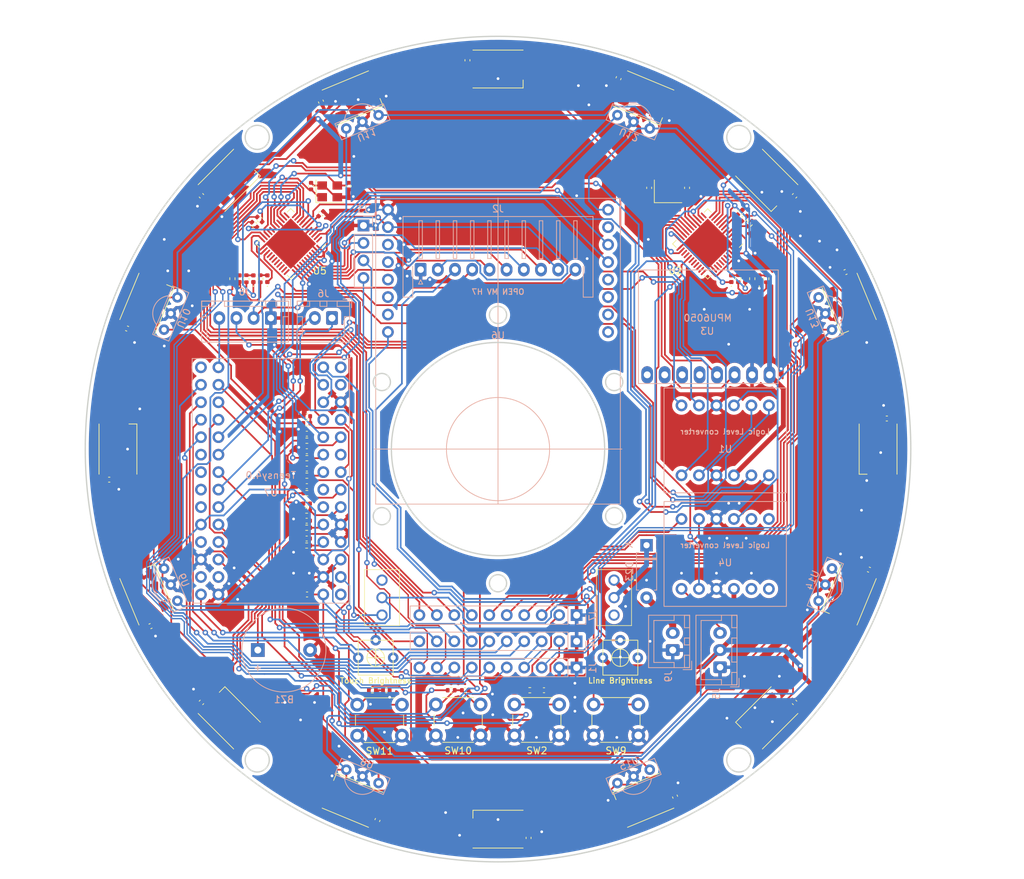
<source format=kicad_pcb>
(kicad_pcb (version 20211014) (generator pcbnew)
  (layers (0 "F.Cu" signal) (31 "B.Cu" signal) (34 "B.Paste" user) (35 "F.Paste" user) (36 "B.SilkS" user "B.Silkscreen") (37 "F.SilkS" user "F.Silkscreen") (38 "B.Mask" user) (39 "F.Mask" user) (44 "Edge.Cuts" user))
  (net 0 "")
  (net 1 "Net-(BZ1-Pad1)")
  (net 2 "GND")
  (net 3 "Net-(C1-Pad1)")
  (net 4 "Net-(C2-Pad1)")
  (net 5 "Gyro Reset")
  (net 6 "+5V")
  (net 7 "Net-(C7-Pad1)")
  (net 8 "Net-(C17-Pad1)")
  (net 9 "Net-(C18-Pad1)")
  (net 10 "Net-(C22-Pad1)")
  (net 11 "IR5")
  (net 12 "IR6")
  (net 13 "IR7")
  (net 14 "IR8")
  (net 15 "SW2")
  (net 16 "SW1")
  (net 17 "IR1")
  (net 18 "IR2")
  (net 19 "IR3")
  (net 20 "IR4")
  (net 21 "Net-(D1-Pad2)")
  (net 22 "NEO PIXEL")
  (net 23 "Net-(D2-Pad2)")
  (net 24 "Net-(D19-Pad2)")
  (net 25 "Net-(D3-Pad2)")
  (net 26 "Net-(D20-Pad2)")
  (net 27 "Net-(D4-Pad2)")
  (net 28 "Net-(D5-Pad2)")
  (net 29 "Net-(D6-Pad2)")
  (net 30 "Net-(D10-Pad4)")
  (net 31 "Net-(D11-Pad4)")
  (net 32 "Net-(D12-Pad4)")
  (net 33 "Net-(D10-Pad2)")
  (net 34 "Net-(D11-Pad2)")
  (net 35 "Net-(D12-Pad2)")
  (net 36 "Net-(D13-Pad2)")
  (net 37 "RX1LED")
  (net 38 "Net-(D14-Pad2)")
  (net 39 "TX1LED")
  (net 40 "Net-(D15-Pad2)")
  (net 41 "Net-(D16-Pad2)")
  (net 42 "RX2LED")
  (net 43 "Net-(D17-Pad2)")
  (net 44 "TX2LED")
  (net 45 "Net-(D18-Pad2)")
  (net 46 "Net-(D21-Pad2)")
  (net 48 "Net-(D23-Pad2)")
  (net 49 "Gyro D+")
  (net 50 "Gyro D-")
  (net 51 "Line D+")
  (net 52 "Line D-")
  (net 53 "Teensy D+")
  (net 54 "Teensy D-")
  (net 55 "Cam D+")
  (net 56 "Cam D-")
  (net 57 "Net-(J2-Pad3)")
  (net 58 "line Data 1")
  (net 59 "line Data 2")
  (net 60 "line Data 3")
  (net 61 "line Data 4")
  (net 62 "line Data 5")
  (net 63 "line Data 6")
  (net 64 "line Data 7")
  (net 65 "+3V3")
  (net 66 "start")
  (net 67 "stop")
  (net 68 "R")
  (net 69 "L")
  (net 70 "CS")
  (net 71 "MOSI")
  (net 72 "RS")
  (net 73 "SCK")
  (net 74 "MD Data")
  (net 75 "FET 1")
  (net 76 "FET 2")
  (net 77 "Reset 1")
  (net 78 "MISO 1")
  (net 79 "MOSI 1")
  (net 80 "SCK 1")
  (net 81 "Reset 2")
  (net 82 "MISO 2")
  (net 83 "MOSI 2")
  (net 84 "SCK 2")
  (net 85 "Net-(J8-Pad3)")
  (net 86 "Touch")
  (net 87 "Net-(R2-Pad1)")
  (net 88 "Net-(R3-Pad1)")
  (net 89 "Net-(R4-Pad2)")
  (net 90 "Net-(R10-Pad1)")
  (net 91 "Net-(R11-Pad1)")
  (net 92 "Net-(R14-Pad1)")
  (net 93 "Net-(R15-Pad1)")
  (net 94 "Net-(R16-Pad1)")
  (net 95 "Net-(R17-Pad1)")
  (net 96 "Net-(R20-Pad2)")
  (net 97 "Net-(R21-Pad2)")
  (net 98 "Net-(R22-Pad2)")
  (net 99 "Net-(R23-Pad2)")
  (net 100 "Net-(U6-Pad8)")
  (net 101 "TX2 HV")
  (net 102 "RX2 HV")
  (net 103 "TX3 HV")
  (net 104 "RX3 HV")
  (net 105 "RX3 LV")
  (net 106 "TX3 LV")
  (net 107 "RX2 LV")
  (net 108 "TX2 LV")
  (net 111 "Net-(U2-Pad18)")
  (net 112 "Net-(U2-Pad19)")
  (net 135 "NEO PIXEL LV")
  (net 136 "TX1")
  (net 158 "RX4")
  (net 159 "TX4")
  (net 175 "Net-(D23-Pad1)")
  (footprint "Resistor_SMD:R_0402_1005Metric" (layer "F.Cu") (at 194.056 68.834 45)
    (fp_text reference "R3" hide)
    (fp_text value "22")
  )
  (footprint "Capacitor_SMD:C_0402_1005Metric" (layer "F.Cu") (at 129.6924 106.9848)
    (fp_text reference "C26" hide)
    (fp_text value "C_Small")
  )
  (footprint "Capacitor_SMD:C_0402_1005Metric" (layer "F.Cu") (at 100.964 106.046 180)
    (fp_text reference "C13" hide)
    (fp_text value "C_Small")
  )
  (footprint "LED_SMD:LED_0402_1005Metric" (layer "F.Cu") (at 191.389 76.835 90)
    (fp_text reference "D15" hide)
    (fp_text value "LED")
  )
  (footprint "Capacitor_SMD:C_0402_1005Metric" (layer "F.Cu") (at 129.6924 104.4448 180)
    (fp_text reference "C32" hide)
    (fp_text value "C_Small")
  )
  (footprint "Resistor_SMD:R_0402_1005Metric" (layer "F.Cu") (at 122.936 76.835 -90)
    (fp_text reference "R9" hide)
    (fp_text value "1k")
  )
  (footprint "LED_SMD:LED_WS2812B_PLCC4_5.0x5.0mm_P3.2mm" (layer "F.Cu") (at 196.544821 62.536179 -45)
    (fp_text reference "D7" hide)
    (fp_text value "WS2812B")
  )
  (footprint "Resistor_SMD:R_0402_1005Metric" (layer "F.Cu") (at 162.1008 136.652)
    (fp_text reference "R1" hide)
    (fp_text value "10K")
  )
  (footprint "Resistor_SMD:R_0402_1005Metric" (layer "F.Cu") (at 129.6924 100.3808)
    (fp_text reference "R14" hide)
    (fp_text value "100k")
  )
  (footprint "Capacitor_SMD:C_0402_1005Metric" (layer "F.Cu") (at 129.669 112.014 180)
    (fp_text reference "C33" hide)
    (fp_text value "C_Small")
  )
  (footprint "LED_SMD:LED_WS2812B_PLCC4_5.0x5.0mm_P3.2mm" (layer "F.Cu") (at 136.339036 152.639801 157.5)
    (fp_text reference "D20" hide)
    (fp_text value "WS2812B")
  )
  (footprint "Capacitor_SMD:C_0402_1005Metric" (layer "F.Cu") (at 152.7048 136.652)
    (fp_text reference "C29" hide)
    (fp_text value "C")
  )
  (footprint "Capacitor_SMD:C_0402_1005Metric" (layer "F.Cu") (at 114.374064 138.420757 -135)
    (fp_text reference "C6" hide)
    (fp_text value "C_Small")
  )
  (footprint "LED_SMD:LED_WS2812B_PLCC4_5.0x5.0mm_P3.2mm" (layer "F.Cu") (at 178.620964 152.639801 -157.5)
    (fp_text reference "D8" hide)
    (fp_text value "WS2812B")
  )
  (footprint "Capacitor_SMD:C_0402_1005Metric" (layer "F.Cu") (at 207.992948 75.866619 22.5)
    (fp_text reference "C14" hide)
    (fp_text value "C_Small")
  )
  (footprint "Lib:2MS1T2B4M2QES" (layer "F.Cu") (at 140.615 125.73)
    (fp_text reference "SW4" hide)
    (fp_text value "SW_DIP_x01" hide)
  )
  (footprint "Capacitor_SMD:C_0402_1005Metric" (layer "F.Cu") (at 106.967053 127.335381 -157.5)
    (fp_text reference "C10" hide)
    (fp_text value "C_Small")
  )
  (footprint "Package_DFN_QFN:QFN-44-1EP_7x7mm_P0.5mm_EP5.2x5.2mm" (layer "F.Cu") (at 187.96 71.77 -135)
    (fp_text reference "U2")
    (fp_text value "ATmega32U4-MU")
  )
  (footprint "Capacitor_SMD:C_0402_1005Metric" (layer "F.Cu") (at 164.1608 136.652)
    (fp_text reference "C3" hide)
    (fp_text value "C")
  )
  (footprint "Button_Switch_THT:SW_PUSH_6mm_H5mm" (layer "F.Cu") (at 143.51 143.256 180)
    (fp_text reference "SW11")
    (fp_text value "SW_DIP_x01")
  )
  (footprint "LED_SMD:LED_WS2812B_PLCC4_5.0x5.0mm_P3.2mm" (layer "F.Cu") (at 106.440275 80.459654 67.5)
    (fp_text reference "D12" hide)
    (fp_text value "WS2812B")
  )
  (footprint "Resistor_SMD:R_0402_1005Metric" (layer "F.Cu") (at 196.469 76.833 -90)
    (fp_text reference "R4" hide)
    (fp_text value "1k")
  )
  (footprint "LED_SMD:LED_WS2812B_PLCC4_5.0x5.0mm_P3.2mm" (layer "F.Cu") (at 212.726 101.601 -90)
    (fp_text reference "D19" hide)
    (fp_text value "WS2812B")
  )
  (footprint "LED_SMD:LED_WS2812B_PLCC4_5.0x5.0mm_P3.2mm" (layer "F.Cu") (at 196.544821 140.665821 -135)
    (fp_text reference "D5" hide)
    (fp_text value "WS2812B")
  )
  (footprint "Capacitor_SMD:C_0402_1005Metric" (layer "F.Cu") (at 114.374064 64.781243 135)
    (fp_text reference "C21" hide)
    (fp_text value "C_Small")
  )
  (footprint "Capacitor_SMD:C_0402_1005Metric" (layer "F.Cu") (at 139.958908 155.516004 -112.5)
    (fp_text reference "C20" hide)
    (fp_text value "C_Small")
  )
  (footprint "Resistor_SMD:R_0402_1005Metric" (layer "F.Cu") (at 139.2128 136.652)
    (fp_text reference "R19" hide)
    (fp_text value "10K")
  )
  (footprint "Crystal:Crystal_SMD_3225-4Pin_3.2x2.5mm" (layer "F.Cu") (at 133.020761 64.135)
    (fp_text reference "Y2" hide)
    (fp_text value "16MHz")
  )
  (footprint "Capacitor_SMD:C_0402_1005Metric" (layer "F.Cu") (at 211.395004 119.122092 -22.5)
    (fp_text reference "C5" hide)
    (fp_text value "C_Small")
  )
  (footprint "LED_SMD:LED_0402_1005Metric" (layer "F.Cu") (at 195.453 76.835 90)
    (fp_text reference "D13" hide)
    (fp_text value "LED")
  )
  (footprint "LED_SMD:LED_0402_1005Metric" (layer "F.Cu") (at 123.952 76.835 90)
    (fp_text reference "D18" hide)
    (fp_text value "LED")
  )
  (footprint "Capacitor_SMD:C_0402_1005Metric" (layer "F.Cu") (at 135.763 63.373 -90)
    (fp_text reference "C18" hide)
    (fp_text value "22pf")
  )
  (footprint "Capacitor_SMD:C_0402_1005Metric" (layer "F.Cu") (at 153.035 45.085 90)
    (fp_text reference "C4" hide)
    (fp_text value "C_Small")
  )
  (footprint "Button_Switch_THT:SW_PUSH_6mm_H5mm" (layer "F.Cu") (at 177.875 143.22 180)
    (fp_text reference "SW9")
    (fp_text value "SW_DIP_x01")
  )
  (footprint "Resistor_SMD:R_0402_1005Metric" (layer "F.Cu") (at 129.667 115.6208 180)
    (fp_text reference "R23" hide)
    (fp_text value "100k")
  )
  (footprint "Package_DFN_QFN:QFN-44-1EP_7x7mm_P0.5mm_EP5.2x5.2mm" (layer "F.Cu") (at 127.350761 71.74 -135)
    (fp_text reference "U5")
    (fp_text value "ATmega32U4-MU")
  )
  (footprint "LED_SMD:LED_WS2812B_PLCC4_5.0x5.0mm_P3.2mm" (layer "F.Cu") (at 102.235 101.601 90)
    (fp_text reference "D9" hide)
    (fp_text value "WS2812B")
  )
  (footprint "Capacitor_SMD:C_0402_1005Metric" (layer "F.Cu") (at 129.7204 122.7328 180)
    (fp_text reference "C24" hide)
    (fp_text value "C_Small")
  )
  (footprint "Capacitor_SMD:C_0402_1005Metric" (layer "F.Cu") (at 129.667 114.6048 180)
    (fp_text reference "C34" hide)
    (fp_text value "C_Small")
  )
  (footprint "Capacitor_SMD:C_0402_1005Metric" (layer "F.Cu") (at 200.585936 138.420757 -45)
    (fp_text reference "C9" hide)
    (fp_text value "C_Small")
  )
  (footprint "Capacitor_SMD:C_0402_1005Metric" (layer "F.Cu") (at 129.669 109.5248)
    (fp_text reference "C28" hide)
    (fp_text value "C_Small")
  )
  (footprint "LED_SMD:LED_WS2812B_PLCC4_5.0x5.0mm_P3.2mm" (layer "F.Cu") (at 157.48 156.845 180)
    (fp_text reference "D11" hide)
    (fp_text value "WS2812B")
  )
  (footprint "Capacitor_SMD:C_0402_1005Metric" (layer "F.Cu") (at 161.925 158.117 -90)
    (fp_text reference "C15" hide)
    (fp_text value "C_Small")
  )
  (footprint "Resistor_SMD:R_0402_1005Metric" (layer "F.Cu") (at 193.294 68.072 45)
    (fp_text reference "R2" hide)
    (fp_text value "22")
  )
  (footprint "LED_SMD:LED_WS2812B_PLCC4_5.0x5.0mm_P3.2mm" (layer "F.Cu") (at 136.338271 50.560351 22.5)
    (fp_text reference "D22" hide)
    (fp_text value "WS2812B")
  )
  (footprint "Resistor_SMD:R_0402_1005Metric" (layer "F.Cu") (at 150.6728 136.652)
    (fp_text reference "R18" hide)
    (fp_text value "10K")
  )
  (footprint "Resistor_SMD:R_0402_1005Metric" (layer "F.Cu") (at 122.829376 68.219376 135)
    (fp_text reference "R10" hide)
    (fp_text value "22")
  )
  (footprint "Crystal:Crystal_SMD_3225-4Pin_3.2x2.5mm" (layer "F.Cu") (at 182.2 64.135)
    (fp_text reference "Y1" hide)
    (fp_text value "16MHz")
  )
  (footprint "Capacitor_SMD:C_0402_1005Metric" (layer "F.Cu") (at 130.302 63.373 90)
    (fp_text reference "C17" hide)
    (fp_text value "22pf")
  )
  (footprint "LED_SMD:LED_0402_1005Metric" (layer "F.Cu") (at 119.888 76.835 90)
    (fp_text reference "D16" hide)
    (fp_text value "LED")
  )
  (footprint "Resistor_SMD:R_0402_1005Metric" (layer "F.Cu") (at 129.6924 102.9208 180)
    (fp_text reference "R20" hide)
    (fp_text value "100k")
  )
  (footprint "Resistor_SMD:R_0402_1005Metric" (layer "F.Cu") (at 129.667 110.5408)
    (fp_text reference "R17" hide)
    (fp_text value "100k")
  )
  (footprint "Capacitor_SMD:C_0402_1005Metric" (layer "F.Cu") (at 184.9628 63.627 -90)
    (fp_text reference "C2" hide)
    (fp_text value "22pf")
  )
  (footprint "Capacitor_SMD:C_0402_1005Metric" (layer "F.Cu") (at 192.659 67.183 45)
    (fp_text reference "C7" hide)
    (fp_text value "1uf")
  )
  (footprint "Capacitor_SMD:C_0402_1005Metric" (layer "F.Cu") (at 129.6924 101.9048 180)
    (fp_text reference "C31" hide)
    (fp_text value "C_Small")
  )
  (footprint "Resistor_SMD:R_0402_1005Metric" (layer "F.Cu") (at 122.067376 68.981376 135)
    (fp_text reference "R11" hide)
    (fp_text value "22")
  )
  (footprint "LED_SMD:LED_WS2812B_PLCC4_5.0x5.0mm_P3.2mm" (layer "F.Cu") (at 178.621729 50.560351 -22.5)
    (fp_text reference "D4" hide)
    (fp_text value "WS2812B")
  )
  (footprint "Resistor_SMD:R_0402_1005Metric" (layer "F.Cu") (at 129.6924 108.0008)
    (fp_text reference "R15" hide)
    (fp_text value "100k")
  )
  (footprint "Resistor_SMD:R_0402_1005Metric" (layer "F.Cu") (at 118.872 76.835 -90)
    (fp_text reference "R7" hide)
    (fp_text value "1k")
  )
  (footprint "Capacitor_SMD:C_0402_1005Metric" (layer "F.Cu") (at 213.996 97.156)
    (fp_text reference "C19" hide)
    (fp_text value "C_Small")
  )
  (footprint "可変抵抗:可変抵抗(小)" (layer "F.Cu") (at 175.26 124.301)
    (fp_text reference "R12" hide)
    (fp_text value "R_Trim")
  )
  (footprint "Resistor_SMD:R_0402_1005Metric" (layer "F.Cu") (at 192.405 76.833 -90)
    (fp_text reference "R6" hide)
    (fp_text value "1k")
  )
  (footprint "Resistor_SMD:R_0402_1005Metric" (layer "F.Cu") (at 129.6924 105.4608 180)
    (fp_text reference "R21" hide)
    (fp_text value "100k")
  )
  (footprint "Resistor_SMD:R_0402_1005Metric" (layer "F.Cu") (at 194.437 76.835 -90)
    (fp_text reference "R5" hide)
    (fp_text value "1k")
  )
  (footprint "LED_SMD:LED_WS2812B_PLCC4_5.0x5.0mm_P3.2mm" (layer "F.Cu") (at 106.440275 122.742346 112.5)
    (fp_text reference "D6" hide)
    (fp_text value "WS2812B")
  )
  (footprint "Resistor_SMD:R_0402_1005Metric" (layer "F.Cu") (at 129.669 113.03 180)
    (fp_text reference "R22" hide)
    (fp_text value "100k")
  )
  (footprint "LED_SMD:LED_0402_1005Metric" (layer "F.Cu") (at 193.421 76.835 90)
    (fp_text reference "D14" hide)
    (fp_text value "LED")
  )
  (footprint "LED_SMD:LED_WS2812B_PLCC4_5.0x5.0mm_P3.2mm" (layer "F.Cu") (at 208.520649 122.742729 -112.5)
    (fp_text reference "D2" hide)
    (fp_text value "WS2812B")
  )
  (footprint "Capacitor_SMD:C_0402_1005Metric" (layer "F.Cu") (at 103.564996 84.079908 157.5)
    (fp_text reference "C16" hide)
    (fp_text value "C_Small")
  )
  (footprint "LED_SMD:LED_WS2812B_PLCC4_5.0x5.0mm_P3.2mm" (layer "F.Cu") (at 118.415179 62.536179 45)
    (fp_text reference "D21" hide)
    (fp_text value "WS2812B")
  )
  (footprint "Capacitor_SMD:C_0402_1005Metric" (layer "F.Cu") (at 179.451 63.627 90)
    (fp_text reference "C1" hide)
    (fp_text value "22pf")
  )
  (footprint "可変抵抗:可変抵抗(小)" (layer "F.Cu") (at 139.7 124.301)
    (fp_text reference "R13" hide)
    (fp_text value "R_Trim")
  )
  (footprint "Button_Switch_THT:SW_PUSH_6mm_H5mm" (layer "F.Cu") (at 166.37 143.22 180)
    (fp_text reference "SW2")
    (fp_text value "SW_DIP_x01")
  )
  (footprint "Capacitor_SMD:C_0402_1005Metric" (layer "F.Cu") (at 141.2468 136.652)
    (fp_text reference "C30" hide)
    (fp_text value "C")
  )
  (footprint "Capacitor_SMD:C_0402_1005Metric" (layer "F.Cu") (at 129.6924 99.3648)
    (fp_text reference "C25" hide)
    (fp_text value "C_Small")
  )
  (footprint "Capacitor_SMD:C_0402_1005Metric" (layer "F.Cu") (at 129.6924 96.8248)
    (fp_text reference "C27" hide)
    (fp_text value "C_Small")
  )
  (footprint "Button_Switch_THT:SW_PUSH_6mm_H5mm" (layer "F.Cu") (at 154.94 143.22 180)
    (fp_text reference "SW10")
    (fp_text value "SW_DIP_x01")
  )
  (footprint "LED_SMD:LED_WS2812B_PLCC4_5.0x5.0mm_P3.2mm" (layer "F.Cu") (at 157.48 46.355)
    (fp_text reference "D1" hide)
    (fp_text value "WS2812B")
  )
  (footprint "Capacitor_SMD:C_0402_1005Metric" (layer "F.Cu") (at 183.214381 152.113947 -67.5)
    (fp_text reference "C12" hide)
    (fp_text value "C_Small")
  )
  (footprint "Lib:2MS1T2B4M2QES" (layer "F.Cu") (at 174.345 120.65 180)
    (fp_text reference "SW1" hide)
    (fp_text value "SW_DIP_x01" hide)
  )
  (footprint "Capacitor_SMD:C_0402_1005Metric" (layer "F.Cu") (at 200.585936 64.781243 45)
    (fp_text reference "C11" hide)
    (fp_text value "C_Small")
  )
  (footprint "Resistor_SMD:R_0402_1005Metric" (layer "F.Cu") (at 129.6924 97.8408)
    (fp_text reference "R16" hide)
    (fp_text value "100k")
  )
  (footprint "LED_SMD:LED_WS2812B_PLCC4_5.0x5.0mm_P3.2mm" (layer "F.Cu") (at 208.520649 80.459271 -67.5)
    (fp_text reference "D10" hide)
    (fp_text value "WS2812B")
  )
  (footprint "Capacitor_SMD:C_0402_1005Metric" (layer "F.Cu") (at 131.745619 51.088053 112.5)
    (fp_text reference "C23" hide)
    (fp_text value "C_Small")
  )
  (footprint "Capacitor_SMD:C_0402_1005Metric" (layer "F.Cu") (at 131.740589 67.395411 45)
    (fp_text reference "C22" hide)
    (fp_text value "1uf")
  )
  (footprint "LED_SMD:LED_0402_1005Metric" (layer "F.Cu") (at 121.92 76.835 90)
    (fp_text reference "D17" hide)
    (fp_text value "LED")
  )
  (footprint "Capacitor_SMD:C_0402_1005Metric" (layer "F.Cu") (at 175.001092 47.685996 67.5)
    (fp_text reference "C8" hide)
    (fp_text value "C_Small")
  )
  (footprint "Resistor_SMD:R_0402_1005Metric" (layer "F.Cu") (at 120.904 76.835 -90)
    (fp_text reference "R8" hide)
    (fp_text value "1k")
  )
  (footprint "LED_SMD:LED_WS2812B_PLCC4_5.0x5.0mm_P3.2mm" (layer "F.Cu") (at 118.415886 140.665114 135)
    (fp_text reference "D3" hide)
    (fp_text value "WS2812B")
  )
  (footprint "Lib:TSSP58038_IR" (layer "B.Cu") (at 175.24166 144.481441 -157.5)
    (fp_text reference "U15")
    (fp_text value "TSSP58038")
  )
  (footprint "Diode_THT:D_A-405_P7.62mm_Horizontal" (layer "B.Cu") (at 179.07 115.57 -90)
    (fp_text reference "D23")
    (fp_text value "D")
  )
  (footprint "Buzzer_Beeper:Buzzer_12x9.5RM7.6" (layer "B.Cu") (at 122.565 130.81)
    (fp_text reference "BZ1")
    (fp_text value "Buzzer")
  )
  (footprint "Lib:TSSP58038_IR" (layer "B.Cu") (at 114.599559 83.83934 67.5)
    (fp_text reference "U10")
    (fp_text value "TSSP58038")
  )
  (footprint "Connector_PinHeader_2.54mm:PinHeader_1x10_P2.54mm_Vertical" (layer "B.Cu") (at 168.91 133.35 90)
    (fp_text reference "J1")
    (fp_text value "Conn_01x10_Female")
  )
  (footprint "Lib:TSSP58038_IR" (layer "B.Cu") (at 114.599559 119.36266 112.5)
    (fp_text reference "U9")
    (fp_text value "TSSP58038")
  )
  (footprint "Lib:TSSP58038_IR" (layer "B.Cu") (at 200.36044 83.839339 -67.5)
    (fp_text reference "U13")
    (fp_text value "TSSP58038")
  )
  (footprint "Lib:Teensy_Brakeout" (layer "B.Cu") (at 124.46 106.68)
    (fp_text reference "U7")
    (fp_text value "Teensy4.0")
  )
  (footprint "Lib:TSSP58038_IR" (layer "B.Cu") (at 175.24166 58.720559 -22.5)
    (fp_text reference "U12")
    (fp_text value "TSSP58038")
  )
  (footprint "Connector_JST:JST_XH_B4B-XH-A_1x04_P2.50mm_Vertical" (layer "B.Cu") (at 124.46 82.55 180)
    (fp_text reference "J8")
    (fp_text value "Conn_01x04_Female")
  )
  (footprint "Connector_JST:JST_XH_B2B-XH-A_1x02_P2.50mm_Vertical" (layer "B.Cu") (at 133.35 82.55 180)
    (fp_text reference "J6")
    (fp_text value "Conn_01x02_Female")
  )
  (footprint "Lib:TSSP58038_IR" (layer "B.Cu") (at 200.360441 119.36266 -112.5)
    (fp_text reference "U14")
    (fp_text value "TSSP58038")
  )
  (footprint "Lib:Akizuki_Logic_Level_converter" (layer "B.Cu") (at 190.5 116.84 -90)
    (fp_text reference "U4")
    (fp_text value "Akizuki_Logiv_Level_converter")
  )
  (footprint "Connector_PinHeader_2.54mm:PinHeader_1x10_P2.54mm_Vertical" (layer "B.Cu") (at 168.91 125.73 90)
    (fp_text reference "J7")
    (fp_text value "Conn_01x10_Female")
  )
  (footprint "Lib:OpenMV" (layer "B.Cu") (at 157.48 109.601)
    (fp_text reference "U6")
    (fp_text value "open_mv")
  )
  (footprint "Connector_PinHeader_2.54mm:PinHeader_1x10_P2.54mm_Vertical" (layer "B.Cu") (at 168.91 129.54 90)
    (fp_text reference "J4")
    (fp_text value "Conn_01x10_Female")
  )
  (footprint "Connector_JST:JST_XH_B3B-XH-A_1x03_P2.50mm_Vertical" (layer "B.Cu") (at 189.755 133.31 90)
    (fp_text reference "J5")
    (fp_text value "Conn_01x03_Female")
  )
  (footprint "Connector_PinHeader_2.54mm:PinHeader_1x04_P2.54mm_Vertical" (layer "B.Cu") (at 137.922 69.098 180)
    (fp_text reference "J3")
    (fp_text value "Conn_01x04_Female")
  )
  (footprint "Connector_JST:JST_XH_B2B-XH-A_1x02_P2.50mm_Vertical" (layer "B.Cu") (at 182.88 130.81 90)
    (fp_text reference "J9")
    (fp_text value "Conn_01x02_Female")
  )
  (footprint "Connector_JST:JST_XH_S10B-XH-A-1_1x10_P2.50mm_Horizontal" (layer "B.Cu") (at 146.23 75.51)
    (fp_text reference "J2")
    (fp_text value "Conn_01x10_Female")
  )
  (footprint "Lib:Akizuki_Logic_Level_converter" (layer "B.Cu") (at 190.5 100.33 -90)
    (fp_text reference "U1")
    (fp_text value "Akizuki_Logiv_Level_converter")
  )
  (footprint "Lib:MPU6050" (layer "B.Cu") (at 177.895 90.805 -90)
    (fp_text reference "U3")
    (fp_text value "MPU6050")
  )
  (footprint "Lib:TSSP58038_IR" (layer "B.Cu") (at 139.71834 144.481441 157.5)
    (fp_text reference "U8")
    (fp_text value "TSSP58038")
  )
  (footprint "Lib:TSSP58038_IR" (layer "B.Cu") (at 139.71834 58.720559 22.5)
    (fp_text reference "U11")
    (fp_text value "TSSP58038")
  )
  (gr_circle (center 122.48 56.288109) (end 124.23 56.288109) (layer "Edge.Cuts") (width 0.2) (fill none))
  (gr_circle (center 157.48 82.1) (end 158.73 82.1) (layer "Edge.Cuts") (width 0.2) (fill none))
  (gr_circle (center 174.367495 91.85) (end 175.617495 91.85) (layer "Edge.Cuts") (width 0.2) (fill none))
  (gr_circle (center 122.48 146.788109) (end 124.23 146.788109) (layer "Edge.Cuts") (width 0.2) (fill none))
  (gr_circle (center 192.48 146.788109) (end 194.23 146.788109) (layer "Edge.Cuts") (width 0.2) (fill none))
  (gr_circle (center 174.367495 111.35) (end 175.617495 111.35) (layer "Edge.Cuts") (width 0.2) (fill none))
  (gr_circle (center 140.592505 91.85) (end 141.842505 91.85) (layer "Edge.Cuts") (width 0.2) (fill none))
  (gr_circle (center 157.48 101.6) (end 172.98 101.6) (layer "Edge.Cuts") (width 0.2) (fill none))
  (gr_circle (center 157.48 101.6) (end 217.48 101.6) (layer "Edge.Cuts") (width 0.2) (fill none))
  (gr_circle (center 140.592505 111.35) (end 141.842505 111.35) (layer "Edge.Cuts") (width 0.2) (fill none))
  (gr_circle (center 192.48 56.288109) (end 194.23 56.288109) (layer "Edge.Cuts") (width 0.2) (fill none))
  (gr_circle (center 157.48 121.1) (end 158.73 121.1) (layer "Edge.Cuts") (width 0.2) (fill none))
  (gr_text "Logic Level converter" (at 190.5 115.57) (layer "B.SilkS") (effects (font (size 0.8 0.8)) (justify mirror)))
  (gr_text "OPEN MV H7" (at 157.48 78.74) (layer "B.SilkS") (effects (font (size 0.8 0.8)) (justify mirror)))
  (gr_text "Logic Level converter" (at 190.5 99.06) (layer "B.SilkS") (effects (font (size 0.8 0.8)) (justify mirror)))
  (gr_text "Line Brightness" (at 175.26 135.255) (layer "F.SilkS") (effects (font (size 0.8 0.8))))
  (gr_text "Touch Brightness" (at 139.7 135.255) (layer "F.SilkS") (effects (font (size 0.8 0.8))))
  (segment (start 122.565 130.81) (end 122.565 125.719282) (width 0.25) (layer "F.Cu") (net 1))
  (segment (start 123.189641 125.094641) (end 123.74644 124.537842) (width 0.25) (layer "F.Cu") (net 1))
  (segment (start 123.74644 119.47644) (end 123.74644 120.57144) (width 0.25) (layer "F.Cu") (net 1))
  (segment (start 122.565 125.719282) (end 123.189641 125.094641) (width 0.25) (layer "F.Cu") (net 1))
  (segment (start 116.84 112.57) (end 123.74644 119.47644) (width 0.25) (layer "F.Cu") (net 1))
  (segment (start 123.74644 124.537842) (end 123.74644 120.57144) (width 0.25) (layer "F.Cu") (net 1))
  (segment (start 192.998411 66.843589) (end 193.056585 66.843589) (width 0.25) (layer "F.Cu") (net 2))
  (segment (start 126.910489 102.569897) (end 127.575586 101.9048) (width 0.25) (layer "F.Cu") (net 2))
  (segment (start 181.395 63.285) (end 183.095 64.985) (width 0.25) (layer "F.Cu") (net 2))
  (segment (start 123.886618 71.74) (end 127.350761 71.74) (width 0.25) (layer "F.Cu") (net 2))
  (segment (start 190.788427 71.77) (end 191.734182 72.715755) (width 0.25) (layer "F.Cu") (net 2))
  (segment (start 130.694 63.285) (end 130.302 62.893) (width 0.25) (layer "F.Cu") (net 2))
  (segment (start 187.96 70.355786) (end 187.96 71.77) (width 0.25) (layer "F.Cu") (net 2))
  (segment (start 130.179188 71.74) (end 127.350761 71.74) (width 0.25) (layer "F.Cu") (net 2))
  (segment (start 129.54 91.050386) (end 129.54 96.4972) (width 0.25) (layer "F.Cu") (net 2))
  (segment (start 185.151698 67.547484) (end 185.151698 66.738302) (width 0.25) (layer "F.Cu") (net 2))
  (segment (start 132.08 120.19) (end 128.56248 116.67248) (width 0.25) (layer "F.Cu") (net 2))
  (segment (start 129.1616 96.774) (end 129.2124 96.8248) (width 0.25) (layer "F.Cu") (net 2))
  (segment (start 128.56248 115.22932) (end 129.187 114.6048) (width 0.25) (layer "F.Cu") (net 2))
  (segment (start 114.713475 138.081346) (end 114.993489 137.801332) (width 0.25) (layer "F.Cu") (net 2))
  (segment (start 195.453 77.32) (end 195.453 78.232) (width 0.25) (layer "F.Cu") (net 2))
  (segment (start 107.410515 127.151693) (end 107.410515 128.492515) (width 0.25) (layer "F.Cu") (net 2))
  (segment (start 184.459142 71.77) (end 187.96 71.77) (width 0.25) (layer "F.Cu") (net 2))
  (segment (start 113.2175 136.585371) (end 114.713475 138.081346) (width 0.25) (layer "F.Cu") (net 2))
  (segment (start 123.223025 72.332202) (end 123.257701 72.332202) (width 0.25) (layer "F.Cu") (net 2))
  (segment (start 213.516 95.2605) (end 213.5265 95.25) (width 0.25) (layer "F.Cu") (net 2))
  (segment (start 131.124943 72.685755) (end 130.179188 71.74) (width 0.25) (layer "F.Cu") (net 2))
  (segment (start 129.187 114.59787) (end 129.187 114.6048) (width 0.25) (layer "F.Cu") (net 2))
  (segment (start 127.38242 86.614) (end 126.365359 87.631061) (width 0.25) (layer "F.Cu") (net 2))
  (segment (start 114.993489 137.801332) (end 117.814845 137.801332) (width 0.25) (layer "F.Cu") (net 2))
  (segment (start 113.2175 136.488602) (end 113.2175 136.585371) (width 0.25) (layer "F.Cu") (net 2))
  (segment (start 200.246525 65.120654) (end 199.69292 65.120654) (width 0.25) (layer "F.Cu") (net 2))
  (segment (start 128.329398 109.5248) (end 128.147299 109.342701) (width 0.25) (layer "F.Cu") (net 2))
  (segment (start 133.254511 113.935489) (end 129.849381 113.935489) (width 0.25) (layer "F.Cu") (net 2))
  (segment (start 115.474511 116.475489) (end 117.326499 116.475489) (width 0.25) (layer "F.Cu") (net 2))
  (segment (start 129.54 70.257868) (end 129.54 70.485) (width 0.25) (layer "F.Cu") (net 2))
  (segment (start 128.147299 109.342701) (end 127.122701 109.342701) (width 0.25) (layer "F.Cu") (net 2))
  (segment (start 123.223025 72.332202) (end 123.294416 72.332202) (width 0.25) (layer "F.Cu") (net 2))
  (segment (start 128.296516 75.514182) (end 130.070467 77.288133) (width 0.25) (layer "F.Cu") (net 2))
  (segment (start 128.285 71.74) (end 127.350761 71.74) (width 0.25) (layer "F.Cu") (net 2))
  (segment (start 129.54 96.4972) (end 129.2124 96.8248) (width 0.25) (layer "F.Cu") (net 2))
  (segment (start 126.910489 103.170103) (end 126.910489 102.569897) (width 0.25) (layer "F.Cu") (net 2))
  (segment (start 129.2124 106.9848) (end 128.58788 106.36028) (width 0.25) (layer "F.Cu") (net 2))
  (segment (start 183.86694 72.362202) (end 184.459142 71.77) (width 0.25) (layer "F.Cu") (net 2))
  (segment (start 124.968 86.36) (end 124.8785 86.36) (width 0.25) (layer "F.Cu") (net 2))
  (segment (start 186.307138 68.702924) (end 187.96 70.355786) (width 0.25) (layer "F.Cu") (net 2))
  (segment (start 183.095 64.985) (end 183.3 64.985) (width 0.25) (layer "F.Cu") (net 2))
  (segment (start 197.358 140.949335) (end 197.358 141.224) (width 0.25) (layer "F.Cu") (net 2))
  (segment (start 127.122701 109.342701) (end 126.90402 109.12402) (width 0.25) (layer "F.Cu") (net 2))
  (segment (start 156.67 137.21) (end 153.7428 137.21) (width 0.25) (layer "F.Cu") (net 2))
  (segment (start 126.365359 88.019973) (end 126.991386 88.646) (width 0.25) (layer "F.Cu") (net 2))
  (segment (start 130.877919 120.19) (end 129.2404 121.827519) (width 0.25) (layer "F.Cu") (net 2))
  (segment (start 190.673522 69.763585) (end 188.667107 71.77) (width 0.25) (layer "F.Cu") (net 2))
  (segment (start 126.365359 87.757359) (end 126.365359 88.019973) (width 0.25) (layer "F.Cu") (net 2))
  (segment (start 188.905755 75.544182) (end 187.96 74.598427) (width 0.25) (layer "F.Cu") (net 2))
  (segment (start 199.69292 65.120654) (end 198.731133 64.158867) (width 0.25) (layer "F.Cu") (net 2))
  (segment (start 107.410515 128.492515) (end 107.696 128.778) (width 0.25) (layer "F.Cu") (net 2))
  (segment (start 131.920761 63.285) (end 130.694 63.285) (width 0.25) (layer "F.Cu") (net 2))
  (segment (start 129.2404 121.827519) (end 129.2404 122.7328) (width 0.25) (layer "F.Cu") (net 2))
  (segment (start 143.256 68.072) (end 143.783471 68.599471) (width 0.25) (layer "F.Cu") (net 2))
  (segment (start 134.120761 64.985) (end 133.869783 64.985) (width 0.25) (layer "F.Cu") (net 2))
  (segment (start 213.516 97.156) (end 213.516 95.2605) (width 0.25) (layer "F.Cu") (net 2))
  (segment (start 135.852511 87.964897) (end 134.501614 86.614) (width 0.25) (layer "F.Cu") (net 2))
  (segment (start 133.869783 64.985) (end 132.169783 63.285) (width 0.25) (layer "F.Cu") (net 2))
  (segment (start 129.849381 113.935489) (end 129.187 114.59787) (width 0.25) (layer "F.Cu") (net 2))
  (segment (start 213.106 102.108) (end 211.163 104.051) (width 0.25) (layer "F.Cu") (net 2))
  (segment (start 127.7112 106.9848) (end 129.2124 106.9848) (width 0.25) (layer "F.Cu") (net 2))
  (segment (start 128.58788 106.36028) (end 128.58788 105.06932) (width 0.25) (layer "F.Cu") (net 2))
  (segment (start 200.225989 138.081346) (end 197.358 140.949335) (width 0.25) (layer "F.Cu") (net 2))
  (segment (start 132.08 120.19) (end 130.877919 120.19) (width 0.25) (layer "F.Cu") (net 2))
  (segment (start 193.730485 74.239515) (end 192.469083 74.239515) (width 0.25) (layer "F.Cu") (net 2))
  (segment (start 126.365359 87.757359) (end 124.968 86.36) (width 0.25) (layer "F.Cu") (net 2))
  (segment (start 153.7428 137.21) (end 153.1848 136.652) (width 0.25) (layer "F.Cu") (net 2))
  (segment (start 134.62 112.57) (end 133.254511 113.935489) (width 0.25) (layer "F.Cu") (net 2))
  (segment (start 130.070467 77.288133) (end 130.070467 77.605624) (width 0.25) (layer "F.Cu") (net 2))
  (segment (start 185.151698 66.738302) (end 186.68 65.21) (width 0.25) (layer "F.Cu") (net 2))
  (segment (start 134.501614 86.614) (end 127.38242 86.614) (width 0.25) (layer "F.Cu") (net 2))
  (segment (start 183.832264 72.362202) (end 183.86694 72.362202) (width 0.25) (layer "F.Cu") (net 2))
  (segment (start 186.97 64.92) (end 186.97 64.87) (width 0.25) (layer "F.Cu") (net 2))
  (segment (start 186.68 65.21) (end 186.97 64.92) (width 0.25) (layer "F.Cu") (net 2))
  (segment (start 126.991386 88.646) (end 127.135614 88.646) (width 0.25) (layer "F.Cu") (net 2))
  (segment (start 126.90402 109.12402) (end 126.90402 107.79198) (width 0.25) (layer "F.Cu") (net 2))
  (segment (start 127.350761 74.568427) (end 127.350761 71.74) (width 0.25) (layer "F.Cu") (net 2))
  (segment (start 123.849903 71.74) (end 127.350761 71.74) (width 0.25) (layer "F.Cu") (net 2))
  (segment (start 186.307138 68.702924) (end 185.151698 67.547484) (width 0.25) (layer "F.Cu") (net 2))
  (segment (start 130.064283 69.733585) (end 129.54 70.257868) (width 0.25) (layer "F.Cu") (net 2))
  (segment (start 123.257701 72.332202) (end 123.849903 71.74) (width 0.25) (layer "F.Cu") (net 2))
  (segment (start 128.185186 104.4448) (end 126.910489 103.170103) (width 0.25) (layer "F.Cu") (net 2))
  (segment (start 119.888 77.32) (end 119.888 78.532114) (width 0.25) (layer "F.Cu") (net 2))
  (segment (start 211.163 104.051) (end 211.126 104.051) (width 0.25) (layer "F.Cu") (net 2))
  (segment (start 134.62 94.79) (end 135.852511 93.557489) (width 0.25) (layer "F.Cu") (net 2))
  (segment (start 128.56248 116.67248) (end 128.56248 115.22932) (width 0.25) (layer "F.Cu") (net 2))
  (segment (start 124.8785 86.36) (end 124.968 86.4495) (width 0.25) (layer "F.Cu") (net 2))
  (segment (start 126.0348 99.3648) (end 125.73 99.06) (width 0.25) (layer "F.Cu") (net 2))
  (segment (start 187.96 71.77) (end 190.788427 71.77) (width 0.25) (layer "F.Cu") (net 2))
  (segment (start 127.350761 70.325786) (end 127.350761 71.74) (width 0.25) (layer "F.Cu") (net 2))
  (segment (start 128.296516 75.514182) (end 127.350761 74.568427) (width 0.25) (layer "F.Cu") (net 2))
  (segment (start 129.2124 104.4448) (end 128.185186 104.4448) (width 0.25) (layer "F.Cu") (net 2))
  (segment (start 135.852511 93.557489) (end 135.852511 87.964897) (width 0.25) (layer "F.Cu") (net 2))
  (segment (start 125.73 96.774) (end 129.1616 96.774) (width 0.25) (layer "F.Cu") (net 2))
  (segment (start 143.783471 68.599471) (end 143.783471 71.882491) (width 0.25) (layer "F.Cu") (net 2))
  (segment (start 193.056585 66.843589) (end 193.635211 66.264963) (width 0.25) (layer "F.Cu") (net 2))
  (segment (start 188.667107 71.77) (end 187.96 71.77) (width 0.25) (layer "F.Cu") (net 2))
  (segment (start 194.854398 73.115602) (end 193.730485 74.239515) (width 0.25) (layer "F.Cu") (net 2))
  (segment (start 127.135614 88.646) (end 129.54 91.050386) (width 0.25) (layer "F.Cu") (net 2))
  (segment (start 132.169783 63.285) (end 131.920761 63.285) (width 0.25) (layer "F.Cu") (net 2))
  (segment (start 129.189 109.5248) (end 128.329398 109.5248) (width 0.25) (layer "F.Cu") (net 2))
  (segment (start 123.294416 72.332202) (end 123.886618 71.74) (width 0.25) (layer "F.Cu") (net 2))
  (segment (start 129.54 70.485) (end 128.285 71.74) (width 0.25) (layer "F.Cu") (net 2))
  (segment (start 181.1 63.285) (end 181.395 63.285) (width 0.25) (layer "F.Cu") (net 2))
  (segment (start 127.575586 101.9048) (end 129.2124 101.9048) (width 0.25) (layer "F.Cu") (net 2))
  (segment (start 117.326499 116.475489) (end 119.126 118.27499) (width 0.25) (layer "F.Cu") (net 2))
  (segment (start 126.90402 107.79198) (end 127.7112 106.9848) (width 0.25) (layer "F.Cu") (net 2))
  (segment (start 126.365359 87.631061) (end 126.365359 87.757359) (width 0.25) (layer "F.Cu") (net 2))
  (segment (start 128.58788 105.06932) (end 129.2124 104.4448) (width 0.25) (layer "F.Cu") (net 2))
  (segment (start 187.96 74.598427) (end 187.96 71.77) (width 0.25) (layer "F.Cu") (net 2))
  (segment (start 200.246525 138.081346) (end 200.225989 138.081346) (width 0.25) (layer "F.Cu") (net 2))
  (segment (start 129.2124 99.3648) (end 126.0348 99.3648) (width 0.25) (layer "F.Cu") (net 2))
  (segment (start 114.3 117.65) (end 115.474511 116.475489) (width 0.25) (layer "F.Cu") (net 2))
  (segment (start 184.0848 64.985) (end 184.9628 64.107) (width 0.25) (layer "F.Cu") (net 2))
  (segment (start 183.3 64.985) (end 184.0848 64.985) (width 0.25) (layer "F.Cu") (net 2))
  (segment (start 125.697899 68.672924) (end 127.350761 70.325786) (width 0.25) (layer "F.Cu") (net 2))
  (segment (start 119.126 118.27499) (end 119.126 118.872) (width 0.25) (layer "F.Cu") (net 2))
  (via (at 179.324 71.12) (size 0.8) (drill 0.4) (layers "F.Cu" "B.Cu") (net 2))
  (via (at 143.783471 71.882491) (size 0.8) (drill 0.4) (layers "F.Cu" "B.Cu") (net 2))
  (via (at 189.23 119.634) (size 0.8) (drill 0.4) (layers "F.Cu" "B.Cu") (net 2))
  (via (at 195.834 64.262) (size 0.8) (drill 0.4) (layers "F.Cu" "B.Cu") (net 2))
  (via (at 133.858 51.054) (size 0.8) (drill 0.4) (layers "F.Cu" "B.Cu") (net 2))
  (via (at 211.074 106.172) (size 0.8) (drill 0.4) (layers "F.Cu" "B.Cu") (net 2))
  (via (at 182.372 53.848) (size 0.8) (drill 0.4) (layers "F.Cu" "B.Cu") (net 2))
  (via (at 139.7 69.088) (size 0.8) (drill 0.4) (layers "F.Cu" "B.Cu") (net 2))
  (via (at 210.312 110.49) (size 0.8) (drill 0.4) (layers "F.Cu" "B.Cu") (net 2))
  (via (at 130.81 138.43) (size 0.8) (drill 0.4) (layers "F.Cu" "B.Cu") (net 2))
  (via (at 125.73 99.06) (size 0.8) (drill 0.4) (layers "F.Cu" "B.Cu") (net 2))
  (via (at 128.48 98.71) (size 0.8) (drill 0.4) (layers "F.Cu" "B.Cu") (net 2))
  (via (at 103.632 101.6) (size 0.8) (drill 0.4) (layers "F.Cu" "B.Cu") (net 2))
  (via (at 173.228 48.768) (size 0.8) (drill 0.4) (layers "F.Cu" "B.Cu") (net 2))
  (via (at 105.41 95.758) (size 0.8) (drill 0.4) (layers "F.Cu" "B.Cu") (net 2))
  (via (at 201.422 67.056) (size 0.8) (drill 0.4) (layers "F.Cu" "B.Cu") (net 2))
  (via (at 104.648 86.106) (size 0.8) (drill 0.4) (layers "F.Cu" "B.Cu") (net 2))
  (via (at 198.628 89.916) (size 0.8) (drill 0.4) (layers "F.Cu" "B.Cu") (net 2))
  (via (at 141.732 137.668) (size 0.8) (drill 0.4) (layers "F.Cu" "B.Cu") (net 2))
  (via (at 119.888 78.532114) (size 0.8) (drill 0.4) (layers "F.Cu" "B.Cu") (net 2))
  (via (at 193.548 114.554) (size 0.8) (drill 0.4) (layers "F.Cu" "B.Cu") (net 2))
  (via (at 144.272 76.454) (size 0.8) (drill 0.4) (layers "F.Cu" "B.Cu") (net 2))
  (via (at 192.532 109.474) (size 0.8) (drill 0.4) (layers "F.Cu" "B.Cu") (net 2))
  (via (at 119.126 118.872) (size 0.8) (drill 0.4) (layers "F.Cu" "B.Cu") (net 2))
  (via (at 195.453 78.232) (size 0.8) (drill 0.4) (layers "F.Cu" "B.Cu") (net 2))
  (via (at 107.696 128.778) (size 0.8) (drill 0.4) (layers "F.Cu" "B.Cu") (net 2))
  (via (at 190.754 114.554) (size 0.8) (drill 0.4) (layers "F.Cu" "B.Cu") (net 2))
  (via (at 205.74 75.184) (size 0.8) (drill 0.4) (layers "F.Cu" "B.Cu") (net 2))
  (via (at 186.97 64.87) (size 0.8) (drill 0.4) (layers "F.Cu" "B.Cu") (net 2))
  (via (at 168.656 139.7) (size 0.8) (drill 0.4) (layers "F.Cu" "B.Cu") (net 2))
  (via (at 179.578 129.54) (size 0.8) (drill 0.4) (layers "F.Cu" "B.Cu") (net 2))
  (via (at 168.91 64.77) (size 0.8) (drill 0.4) (layers "F.Cu" "B.Cu") (net 2))
  (via (at 176.022 124.46) (size 0.8) (drill 0.4) (layers "F.Cu" "B.Cu") (net 2))
  (via (at 198.731133 64.158867) (size 0.8) (drill 0.4) (layers "F.Cu" "B.Cu") (net 2))
  (via (at 113.792 66.294) (size 0.8) (drill 0.4) (layers "F.Cu" "B.Cu") (net 2))
  (via (at 110.998 117.602) (size 0.8) (drill 0.4) (layers "F.Cu" "B.Cu") (net 2))
  (via (at 127.762 119.634) (size 0.8) (drill 0.4) (layers "F.Cu" "B.Cu") (net 2))
  (via (at 179.07 120.65) (size 0.8) (drill 0.4) (layers "F.Cu" "B.Cu") (net 2))
  (via (at 140.97 142.748) (size 0.8) (drill 0.4) (layers "F.Cu" "B.Cu") (net 2))
  (via (at 169.164 48.768) (size 0.8) (drill 0.4) (layers "F.Cu" "B.Cu") (net 2))
  (via (at 168.656 135.636) (size 0.8) (drill 0.4) (layers "F.Cu" "B.Cu") (net 2))
  (via (at 119.634 123.444) (size 0.8) (drill 0.4) (layers "F.Cu" "B.Cu") (net 2))
  (via (at 141.224 50.292) (size 0.8) (drill 0.4) (layers "F.Cu" "B.Cu") (net 2))
  (via (at 170.434 73.914) (size 0.8) (drill 0.4) (layers "F.Cu" "B.Cu") (net 2))
  (via (at 108.966 86.614) (size 0.8) (drill 0.4) (layers "F.Cu" "B.Cu") (net 2))
  (via (at 190.754 140.716) (size 0.8) (drill 0.4) (layers "F.Cu" "B.Cu") (net 2))
  (via (at 163.83 157.226) (size 0.8) (drill 0.4) (layers "F.Cu" "B.Cu") (net 2))
  (via (at 197.358 141.224) (size 0.8) (drill 0.4) (layers "F.Cu" "B.Cu") (net 2))
  (via (at 201.422 70.612) (size 0.8) (drill 0.4) (layers "F.Cu" "B.Cu") (net 2))
  (via (at 184.15 119.634) (size 0.8) (drill 0.4) (layers "F.Cu" "B.Cu") (net 2))
  (via (at 193.635211 66.264963) (size 0.8) (drill 0.4) (layers "F.Cu" "B.Cu") (net 2))
  (via (at 213.5265 95.25) (size 0.8) (drill 0.4) (layers "F.Cu" "B.Cu") (net 2))
  (via (at 138.684 66.802) (size 0.8) (drill 0.4) (layers "F.Cu" "B.Cu") (net 2))
  (via (at 130.070467 77.605624) (size 0.8) (drill 0.4) (layers "F.Cu" "B.Cu") (net 2))
  (via (at 137.16 50.8) (size 0.8) (drill 0.4) (layers "F.Cu" "B.Cu") (net 2))
  (via (at 174.752 143.51) (size 0.8) (drill 0.4) (layers "F.Cu" "B.Cu") (net 2))
  (via (at 188.214 114.554) (size 0.8) (drill 0.4) (layers "F.Cu" "B.Cu") (net 2))
  (via (at 194.854398 73.115602) (size 0.8) (drill 0.4) (layers "F.Cu" "B.Cu") (net 2))
  (via (at 108.966 71.12) (size 0.8) (drill 0.4) (layers "F.Cu" "B.Cu") (net 2))
  (via (at 117.348 67.818) (size 0.8) (drill 0.4) (layers "F.Cu" "B.Cu") (net 2))
  (via (at 128.147299 109.342701) (size 0.8) (drill 0.4) (layers "F.Cu" "B.Cu") (net 2))
  (via (at 163.068 143.51) (size 0.8) (drill 0.4) (layers "F.Cu" "B.Cu") (net 2))
  (via (at 156.67 137.21) (size 0.8) (drill 0.4) (layers "F.Cu" "B.Cu") (net 2))
  (via (at 168.656 137.668) (size 0.8) (drill 0.4) (layers "F.Cu" "B.Cu") (net 2))
  (via (at 170.688 51.562) (size 0.8) (drill 0.4) (layers "F.Cu" "B.Cu") (net 2))
  (via (at 175.26 131.826) (size 0.8) (drill 0.4) (layers "F.Cu" "B.Cu") (net 2))
  (via (at 102.362 107.442) (size 0.8) (drill 0.4) (layers "F.Cu" "B.Cu") (net 2))
  (via (at 133.35 74.295) (size 0.8) (drill 0.4) (layers "F.Cu" "B.Cu") (net 2))
  (via (at 210.312 117.348) (size 0.8) (drill 0.4) (layers "F.Cu" "B.Cu") (net 2))
  (via (at 173.482 152.654) (size 0.8) (drill 0.4) (layers "F.Cu" "B.Cu") (net 2))
  (via (at 207.264 116.84) (size 0.8) (drill 0.4) (layers "F.Cu" "B.Cu") (net 2))
  (via (at 191.008 86.36) (size 0.8) (drill 0.4) (layers "F.Cu" "B.Cu") (net 2))
  (via (at 144.472253 74.105655) (size 0.8) (drill 0.4) (layers "F.Cu" "B.Cu") (net 2))
  (via (at 147.574 76.962) (size 0.8) (drill 0.4) (layers "F.Cu" "B.Cu") (net 2))
  (via (at 193.294 134.62) (size 0.8) (drill 0.4) (layers "F.Cu" "B.Cu") (net 2))
  (via (at 136.525 59.055) (size 0.8) (drill 0.4) (layers "F.Cu" "B.Cu") (net 2))
  (via (at 143.256 68.072) (size 0.8) (drill 0.4) (layers "F.Cu" "B.Cu") (net 2))
  (via (at 135.89 146.304) (size 0.8) (drill 0.4) (layers "F.Cu" "B.Cu") (net 2))
  (via (at 204.216 71.374) (size 0.8) (drill 0.4) (layers "F.Cu" "B.Cu") (net 2))
  (via (at 133.35 149.098) (size 0.8) (drill 0.4) (layers "F.Cu" "B.Cu") (net 2))
  (via (at 127.762 105.156) (size 0.8) (drill 0.4) (layers "F.Cu" "B.Cu") (net 2))
  (via (at 211.074 86.106) (size 0.8) (drill 0.4) (layers "F.Cu" "B.Cu") (net 2))
  (via (at 112.522 75.692) (size 0.8) (drill 0.4) (layers "F.Cu" "B.Cu") (net 2))
  (via (at 157.48 47.752) (size 0.8) (drill 0.4) (layers "F.Cu" "B.Cu") (net 2))
  (via (at 128.778 140.97) (size 0.8) (drill 0.4) (layers "F.Cu" "B.Cu") (net 2))
  (via (at 118.364 121.158) (size 0.8) (drill 0.4) (layers "F.Cu" "B.Cu") (net 2))
  (via (at 127.762 116.586) (size 0.8) (drill 0.4) (layers "F.Cu" "B.Cu") (net 2))
  (via (at 151.638 143.51) (size 0.8) (drill 0.4) (layers "F.Cu" "B.Cu") (net 2))
  (via (at 136.44 64.89) (size 0.8) (drill 0.4) (layers "F.Cu" "B.Cu") (net 2))
  (via (at 194.31 119.634) (size 0.8) (drill 0.4) (layers "F.Cu" "B.Cu") (net 2))
  (via (at 183.642 150.114) (size 0.8) (drill 0.4) (layers "F.Cu" "B.Cu") (net 2))
  (via (at 156.718 140.208) (size 0.8) (drill 0.4) (layers "F.Cu" "B.Cu") (net 2))
  (via (at 128.524 101.346) (size 0.8) (drill 0.4) (layers "F.Cu" "B.Cu") (net 2))
  (via (at 124.968 86.4495) (size 0.8) (drill 0.4) (layers "F.Cu" "B.Cu") (net 2))
  (via (at 157.48 155.448) (size 0.8) (drill 0.4) (layers "F.Cu" "B.Cu") (net 2))
  (via (at 202.438 124.968) (size 0.8) (drill 0.4) (layers "F.Cu" "B.Cu") (net 2))
  (via (at 143.002 74.93) (size 0.8) (drill 0.4) (layers "F.Cu" "B.Cu") (net 2))
  (via (at 113.2175 136.488602) (size 0.8) (drill 0.4) (layers "F.Cu" "B.Cu") (net 2))
  (via (at 109.474 75.692) (size 0.8) (drill 0.4) (layers "F.Cu" "B.Cu") (net 2))
  (via (at 134.366 144.78) (size 0.8) (drill 0.4) (layers "F.Cu" "B.Cu") (net 2))
  (via (at 198.374 134.62) (size 0.8) (drill 0.4) (layers "F.Cu" "B.Cu") (net 2))
  (via (at 194.056 81.28) (size 0.8) (drill 0.4) (layers "F.Cu" "B.Cu") (net 2))
  (via (at 191.008 109.474) (size 0.8) (drill 0.4) (layers "F.Cu" "B.Cu") (net 2))
  (via (at 206.756 72.644) (size 0.8) (drill 0.4) (layers "F.Cu" "B.Cu") (net 2))
  (via (at 194.818 139.192) (size 0.8) (drill 0.4) (layers "F.Cu" "B.Cu") (net 2))
  (via (at 138.938 138.684) (size 0.8) (drill 0.4) (layers "F.Cu" "B.Cu") (net 2))
  (via (at 130.048 119.634) (size 0.8) (drill 0.4) (layers "F.Cu" "B.Cu") (net 2))
  (via (at 113.03 80.772) (size 0.8) (drill 0.4) (layers "F.Cu" "B.Cu") (net 2))
  (via (at 127.762 111.76) (size 0.8) (drill 0.4) (layers "F.Cu" "B.Cu") (net 2))
  (via (at 151.892 157.734) (size 0.8) (drill 0.4) (layers "F.Cu" "B.Cu") (net 2))
  (via (at 187.452 81.28) (size 0.8) (drill 0.4) (layers "F.Cu" "B.Cu") (net 2))
  (via (at 125.73 96.774) (size 0.8) (drill 0.4) (layers "F.Cu" "B.Cu") (net 2))
  (via (at 213.106 102.108) (size 0.8) (drill 0.4) (layers "F.Cu" "B.Cu") (net 2))
  (via (at 149.86 154.432) (size 0.8) (drill 0.4) (layers "F.Cu" "B.Cu") (net 2))
  (via (at 192.469083 74.239515) (size 0.8) (drill 0.4) (layers "F.Cu" "B.Cu") (net 2))
  (via (at 152.4 139.954) (size 0.8) (drill 0.4) (layers "F.Cu" "B.Cu") (net 2))
  (via (at 126.492 138.43) (size 0.8) (drill 0.4) (layers "F.Cu" "B.Cu") (net 2))
  (segment (start 139.921592 69.088) (end 141.48 67.529592) (width 0.25) (layer "B.Cu") (net 2))
  (segment (start 125.73 99.06) (end 125.73 96.774) (width 0.25) (layer "B.Cu") (net 2))
  (segment (start 193.99752 72.258724) (end 194.854398 73.115602) (width 0.25) (layer "B.Cu") (net 2))
  (segment (start 143.783471 73.416873) (end 144.472253 74.105655) (width 0.25) (layer "B.Cu") (net 2))
  (segment (start 143.783471 71.882491) (end 143.783471 73.416873) (width 0.25) (layer "B.Cu") (net 2))
  (segment (start 107.696 128.778) (end 113.2175 134.2995) (width 0.25) (layer "B.Cu") (net 2))
  (segment (start 113.2175 134.2995) (end 113.2175 136.488602) (width 0.25) (layer "B.Cu") (net 2))
  (segment (start 193.635211 66.264963) (end 193.99752 66.627272) (width 0.25) (layer "B.Cu") (net 2))
  (segment (start 213.5265 95.25) (end 213.106 95.6705) (width 0.25) (layer "B.Cu") (net 2))
  (segment (start 192.469083 74.239515) (end 192.469083 75.248083) (width 0.25) (layer "B.Cu") (net 2))
  (segment (start 192.469083 75.248083) (end 195.453 78.232) (width 0.25) (layer "B.Cu") (net 2))
  (segment (start 141.48 66.802) (end 138.684 66.802) (width 0.25) (layer "B.Cu") (net 2))
  (segment (start 213.106 95.6705) (end 213.106 102.108) (width 0.25) (layer "B.Cu") (net 2))
  (segment (start 193.99752 66.627272) (end 193.99752 72.258724) (width 0.25) (layer "B.Cu") (net 2))
  (segment (start 139.7 69.088) (end 139.921592 69.088) (width 0.25) (layer "B.Cu") (net 2))
  (segment (start 128.48 101.302) (end 128.524 101.346) (width 0.25) (layer "B.Cu") (net 2))
  (segment (start 141.48 67.529592) (end 141.48 66.802) (width 0.25) (layer "B.Cu") (net 2))
  (segment (start 128.48 98.71) (end 128.48 101.302) (width 0.25) (layer "B.Cu") (net 2))
  (segment (start 183.87096 67.68096) (end 185.600031 69.410031) (width 0.25) (layer "F.Cu") (net 3))
  (segment (start 180.329 64.985) (end 179.451 64.107) (width 0.25) (layer "F.Cu") (net 3))
  (segment (start 181.1 64.985) (end 181.1 67.29796) (width 0.25) (layer "F.Cu") (net 3))
  (segment (start 181.483 67.68096) (end 183.87096 67.68096) (width 0.25) (layer "F.Cu") (net 3))
  (segment (start 181.1 64.985) (end 180.329 64.985) (width 0.25) (layer "F.Cu") (net 3))
  (segment (start 181.1 67.29796) (end 181.483 67.68096) (width 0.25) (layer "F.Cu") (net 3))
  (segment (start 184.68 66.31) (end 184.68 67.782893) (width 0.25) (layer "F.Cu") (net 4))
  (segment (start 185.59732 65.40268) (end 184.69 66.31) (width 0.25) (layer "F.Cu") (net 4))
  (segment (start 185.59732 63.77459) (end 185.59732 65.40268) (width 0.25) (layer "F.Cu") (net 4))
  (segment (start 184.9628 63.147) (end 184.96973 63.147) (width 0.25) (layer "F.Cu") (net 4))
  (segment (start 183.3 63.285) (end 184.8248 63.285) (width 0.25) (layer "F.Cu") (net 4))
  (segment (start 184.68 67.782893) (end 185.953585 69.056478) (width 0.25) (layer "F.Cu") (net 4))
  (segment (start 184.69 66.31) (end 184.68 66.31) (width 0.25) (layer "F.Cu") (net 4))
  (segment (start 184.96973 63.147) (end 185.59732 63.77459) (width 0.25) (layer "F.Cu") (net 4))
  (segment (start 184.8248 63.285) (end 184.9628 63.147) (width 0.25) (layer "F.Cu") (net 4))
  (segment (start 169.650288 120.93431) (end 171.263799 119.320799) (width 0.25) (layer "F.Cu") (net 5))
  (segment (start 163.6808 136.64507) (end 165.801359 134.524511) (width 0.25) (layer "F.Cu") (net 5))
  (segment (start 169.957511 134.524511) (end 170.561 133.921022) (width 0.25) (layer "F.Cu") (net 5))
  (segment (start 162.6108 136.652) (end 162.6108 138.4258) (width 0.25) (layer "F.Cu") (net 5))
  (segment (start 162.905 138.72) (end 166.37 138.72) (width 0.25) (layer "F.Cu") (net 5))
  (segment (start 182.4615 78.035376) (end 184.15 76.346876) (width 0.25) (layer "F.Cu") (net 5))
  (segment (start 170.561 124.206016) (end 169.650288 123.295304) (width 0.25) (layer "F.Cu") (net 5))
  (segment (start 184.15 76.346876) (end 184.15 74.872893) (width 0.25) (layer "F.Cu") (net 5))
  (segment (start 169.650288 123.295304) (end 169.650288 120.93431) (width 0.25) (layer "F.Cu") (net 5))
  (segment (start 159.87 138.72) (end 162.905 138.72) (width 0.25) (layer "F.Cu") (net 5))
  (segment (start 165.801359 134.524511) (end 169.957511 134.524511) (width 0.25) (layer "F.Cu") (net 5))
  (segment (start 163.6808 136.652) (end 163.6808 136.64507) (width 0.25) (layer "F.Cu") (net 5))
  (segment (start 184.15 74.872893) (end 185.246478 73.776415) (width 0.25) (layer "F.Cu") (net 5))
  (segment (start 170.561 133.921022) (end 170.561 124.206016) (width 0.25) (layer "F.Cu") (net 5))
  (segment (start 162.6108 136.652) (end 163.6808 136.652) (width 0.25) (layer "F.Cu") (net 5))
  (segment (start 162.6108 138.4258) (end 162.905 138.72) (width 0.25) (layer "F.Cu") (net 5))
  (via (at 171.263799 119.320799) (size 0.8) (drill 0.4) (layers "F.Cu" "B.Cu") (net 5))
  (via (at 182.4615 78.035376) (size 0.8) (drill 0.4) (layers "F.Cu" "B.Cu") (net 5))
  (segment (start 180.33952 80.157356) (end 182.4615 78.035376) (width 0.25) (layer "B.Cu") (net 5))
  (segment (start 171.263799 119.320799) (end 171.263799 118.931201) (width 0.25) (layer "B.Cu") (net 5))
  (segment (start 180.33952 109.85548) (end 180.33952 80.157356) (width 0.25) (layer "B.Cu") (net 5))
  (segment (start 171.263799 118.931201) (end 180.33952 109.85548) (width 0.25) (layer "B.Cu") (net 5))
  (segment (start 192.517017 73.152) (end 192.186173 73.482844) (width 0.25) (layer "F.Cu") (net 6))
  (segment (start 99.06 100.076) (end 99.06 97.282) (width 0.7) (layer "F.Cu") (net 6))
  (segment (start 122.428 72.898) (end 122.428 71.628) (width 0.25) (layer "F.Cu") (net 6))
  (segment (start 194.22252 143.67652) (end 189.302732 143.67652) (width 0.7) (layer "F.Cu") (net 6))
  (segment (start 125.40748 67.675399) (end 126.051452 68.319371) (width 0.25) (layer "F.Cu") (net 6))
  (segment (start 215.646 101.854) (end 215.646 105.664) (width 0.7) (layer "F.Cu") (net 6))
  (segment (start 132.08 122.73) (end 130.2032 122.73) (width 0.25) (layer "F.Cu") (net 6))
  (segment (start 156.77152 43.01348) (end 163.66348 43.01348) (width 0.7) (layer "F.Cu") (net 6))
  (segment (start 132.8376 50.644591) (end 133.462473 50.019718) (width 0.7) (layer "F.Cu") (net 6))
  (segment (start 165.195489 130.323501) (end 162.464511 133.054479) (width 0.25) (layer "F.Cu") (net 6))
  (segment (start 162.464511 134.207489) (end 159.96152 136.71048) (width 0.25) (layer "F.Cu") (net 6))
  (segment (start 195.994621 144.963006) (end 195.509006 144.963006) (width 0.7) (layer "F.Cu") (net 6))
  (segment (start 195.509006 144.963006) (end 194.22252 143.67652) (width 0.7) (layer "F.Cu") (net 6))
  (segment (start 118.872 58.166) (end 119.634 58.166) (width 0.7) (layer "F.Cu") (net 6))
  (segment (start 136.885423 61.829141) (end 139.7 64.643718) (width 0.25) (layer "F.Cu") (net 6))
  (segment (start 132.08 128.778) (end 132.08 122.73) (width 0.25) (layer "F.Cu") (net 6))
  (segment (start 185.810511 133.232511) (end 187.332489 133.232511) (width 0.7) (layer "F.Cu") (net 6))
  (segment (start 214.476 99.001) (end 214.326 99.151) (width 0.7) (layer "F.Cu") (net 6))
  (segment (start 174.345 120.65) (end 180.965489 127.270489) (width 0.7) (layer "F.Cu") (net 6))
  (segment (start 132.211299 74.163701) (end 132.211299 73.537299) (width 0.25) (layer "F.Cu") (net 6))
  (segment (start 192.369534 72.644) (end 192.087736 72.362202) (width 0.25) (layer "F.Cu") (net 6))
  (segment (start 157.48 139.319717) (end 159.130282 140.97) (width 0.25) (layer "F.Cu") (net 6))
  (segment (start 104.024493 77.077507) (end 106.934 74.168) (width 0.7) (layer "F.Cu") (net 6))
  (segment (start 159.96152 136.71048) (end 158.69152 136.71048) (width 0.25) (layer "F.Cu") (net 6))
  (segment (start 192.501271 73.167746) (end 192.501271 73.182729) (width 0.25) (layer "F.Cu") (net 6))
  (segment (start 139.7 64.643718) (end 139.7 66.04) (width 0.25) (layer "F.Cu") (net 6))
  (segment (start 132.39248 70.29952) (end 132.842 69.85) (width 0.25) (layer "F.Cu") (net 6))
  (segment (start 213.316879 85.046879) (end 213.316879 91.142879) (width 0.7) (layer "F.Cu") (net 6))
  (segment (start 130.77139 73.039309) (end 131.392081 73.66) (width 0.25) (layer "F.Cu") (net 6))
  (segment (start 106.934 71.542485) (end 114.034653 64.441832) (width 0.7) (layer "F.Cu") (net 6))
  (segment (start 125.450604 143.93052) (end 119.418551 143.93052) (width 0.7) (layer "F.Cu") (net 6))
  (segment (start 201.168 62.992) (end 201.168 64.199179) (width 0.7) (layer "F.Cu") (net 6))
  (segment (start 122.725257 73.195257) (end 122.428 72.898) (width 0.25) (layer "F.Cu") (net 6))
  (segment (start 199.352043 65.804376) (end 201.149624 65.804376) (width 0.25) (layer "F.Cu") (net 6))
  (segment (start 134.366 131.064) (end 134.366 141.478) (width 0.25) (layer "F.Cu") (net 6))
  (segment (start 209.061282 77.583473) (end 212.598 81.120192) (width 0.7) (layer "F.Cu") (net 6))
  (segment (start 123.484 81.026) (end 121.96 82.55) (width 0.25) (layer "F.Cu") (net 6))
  (segment (start 191.77 105.41) (end 198.9494 98.2306) (width 0.7) (layer "F.Cu") (net 6))
  (segment (start 200.925347 64.441832) (end 201.718758 65.235242) (width 0.7) (layer "F.Cu") (net 6))
  (segment (start 123.067077 73.195257) (end 122.725257 73.195257) (width 0.25) (layer "F.Cu") (net 6))
  (segment (start 119.888 58.166) (end 121.158 59.436) (width 0.7) (layer "F.Cu") (net 6))
  (segment (start 212.598 84.328) (end 213.316879 85.046879) (width 0.7) (layer "F.Cu") (net 6))
  (segment (start 192.501271 73.167746) (end 192.501271 72.775737) (width 0.25) (layer "F.Cu") (net 6))
  (segment (start 105.899642 125.618144) (end 102.108 121.826502) (width 0.7) (layer "F.Cu") (net 6))
  (segment (start 147.069466 155.959466) (end 139.77522 155.959466) (width 0.7) (layer "F.Cu") (net 6))
  (segment (start 185.42 147.559252) (end 185.42 151.13) (width 0.7) (layer "F.Cu") (net 6))
  (segment (start 129.08021 77.004983) (end 127.942963 75.867736) (width 0.25) (layer "F.Cu") (net 6))
  (segment (start 151.991 44.605) (end 153.035 44.605) (width 0.7) (layer "F.Cu") (net 6))
  (segment (start 189.755 130.81) (end 191.77 128.795) (width 0.7) (layer "F.Cu") (net 6))
  (segment (start 158.69152 136.71048) (end 157.48 137.922) (width 0.25) (layer "F.Cu") (net 6))
  (segment (start 181.496762 153.180434) (end 177.792676 156.88452) (width 0.7) (layer "F.Cu") (net 6))
  (segment (start 198.9494 98.2306) (end 198.9494 92.8094) (width 0.7) (layer "F.Cu") (net 6))
  (segment (start 131.619668 70.29952) (end 132.39248 70.29952) (width 0.25) (layer "F.Cu") (net 6))
  (segment (start 132.211299 73.065004) (end 132.08 72.933705) (width 0.25) (layer "F.Cu") (net 6))
  (segment (start 208.43641 75.682931) (end 208.43641 76.958601) (width 0.7) (layer "F.Cu") (net 6))
  (segment (start 159.93 158.445) (end 158.880489 159.494511) (width 0.7) (layer "F.Cu") (net 6))
  (segment (start 100.484 104.202) (end 100.635 104.051) (width 0.7) (layer "F.Cu") (net 6))
  (segment (start 201.718758 65.235242) (end 208.43641 71.952895) (width 0.7) (layer "F.Cu") (net 6))
  (segment (start 139.7 67.562) (end 141.48 69.342) (width 0.25) (layer "F.Cu") (net 6))
  (segment (start 187.332489 133.232511) (end 187.7145 132.8505) (width 0.7) (layer "F.Cu") (net 6))
  (segment (start 115.551397 63.13722) (end 115.551397 61.486603) (width 0.7) (layer "F.Cu") (net 6))
  (segment (start 119.418551 143.93052) (end 119.016927 143.528896) (width 0.7) (layer "F.Cu") (net 6))
  (segment (start 203.454 136.231515) (end 201.422 134.199515) (width 0.7) (layer "F.Cu") (net 6))
  (segment (start 131.124943 70.794245) (end 131.619668 70.29952) (width 0.25) (layer "F.Cu") (net 6))
  (segment (start 132.588 72.688303) (end 132.588 71.628) (width 0.25) (layer "F.Cu") (net 6))
  (segment (start 114.034653 140.030866) (end 114.034653 138.760168) (width 0.7) (layer "F.Cu") (net 6))
  (segment (start 102.108 121.826502) (end 102.108 109.474) (width 0.7) (layer "F.Cu") (net 6))
  (segment (start 130.048 52.158522) (end 130.048 54.44348) (width 0.7) (layer "F.Cu") (net 6))
  (segment (start 212.598 81.120192) (end 212.598 84.328) (width 0.7) (layer "F.Cu") (net 6))
  (segment (start 183.992591 152.557409) (end 183.398069 152.557409) (width 0.7) (layer "F.Cu") (net 6))
  (segment (start 191.380629 73.069309) (end 191.794164 73.482844) (width 0.25) (layer "F.Cu") (net 6))
  (segment (start 199.408603 140.06478) (end 199.408603 141.549024) (width 0.7) (layer "F.Cu") (net 6))
  (segment (start 177.792676 156.88452) (end 167.98148 156.88452) (width 0.7) (layer "F.Cu") (net 6))
  (segment (start 132.08 73.406) (end 132.08 72.933705) (width 0.25) (layer "F.Cu") (net 6))
  (segment (start 191.77 128.795) (end 191.77 121.92) (width 0.7) (layer "F.Cu") (net 6))
  (segment (start 131.318 149.797916) (end 125.450604 143.93052) (width 0.7) (layer "F.Cu") (net 6))
  (segment (start 149.749903 46.846097) (end 151.991 44.605) (width 0.7) (layer "F.Cu") (net 6))
  (segment (start 100.635 101.651) (end 99.06 100.076) (width 0.7) (layer "F.Cu") (net 6))
  (segment (start 180.965489 133.232511) (end 185.810511 133.232511) (width 0.7) (layer "F.Cu") (net 6))
  (segment (start 215.646 105.664) (end 211.838466 109.471534) (width 0.7) (layer "F.Cu") (net 6))
  (segment (start 203.454 133.35) (end 203.454 136.231515) (width 0.7) (layer "F.Cu") (net 6))
  (segment (start 214.476 92.302) (end 214.476 97.156) (width 0.7) (layer "F.Cu") (net 6))
  (segment (start 131.572 66.04) (end 130.61804 66.99396) (width 0.25) (layer "F.Cu") (net 6))
  (segment (start 172.72 131.921) (end 174.031511 133.232511) (width 0.7) (layer "F.Cu") (net 6))
  (segment (start 199.408603 140.06478) (end 199.620734 140.06478) (width 0.7) (layer "F.Cu") (net 6))
  (segment (start 112.268 135.89) (end 112.268 136.906) (width 0.7) (layer "F.Cu") (net 6))
  (segment (start 183.772282 73.129291) (end 182.857291 73.129291) (width 0.25) (layer "F.Cu") (net 6))
  (segment (start 100.484 107.85) (end 100.484 106.046) (width 0.7) (layer "F.Cu") (net 6))
  (segment (start 114.034653 138.672653) (end 114.034653 138.760168) (width 0.7) (layer "F.Cu") (net 6))
  (segment (start 106.523591 126.242093) (end 105.899642 125.618144) (width 0.7) (layer "F.Cu") (net 6))
  (segment (start 150.604511 159.494511) (end 147.069466 155.959466) (width 0.7) (layer "F.Cu") (net 6))
  (segment (start 163.66348 43.01348) (end 167.892534 47.242534) (width 0.7) (layer "F.Cu") (net 6))
  (segment (start 185.876209 67.564889) (end 185.876209 67.056) (width 0.25) (layer "F.Cu") (net 6))
  (segment (start 129.83774 54.65374) (end 125.73 58.76148) (width 0.7) (layer "F.Cu") (net 6))
  (segment (start 198.9494 92.8094) (end 196.945 90.805) (width 0.7) (layer "F.Cu") (net 6))
  (segment (start 131.318 152.871513) (end 131.318 149.797916) (width 0.7) (layer "F.Cu") (net 6))
  (segment (start 211.838466 119.30578) (end 211.838466 120.189483) (width 0.7) (layer "F.Cu") (net 6))
  (segment (start 119.634 58.166) (end 119.888 58.166) (width 0.7) (layer "F.Cu") (net 6))
  (segment (start 175.18478 47.242534) (end 176.068483 47.242534) (width 0.7) (layer "F.Cu") (net 6))
  (segment (start 185.862889 53.782889) (end 185.862889 51.373111) (width 0.7) (layer "F.Cu") (net 6))
  (segment (start 211.838466 109.471534) (end 211.838466 119.30578) (width 0.7) (layer "F.Cu") (net 6))
  (segment (start 160.082 158.597) (end 159.93 158.445) (width 0.7) (layer "F.Cu") (net 6))
  (segment (start 167.98148 156.88452) (end 166.269 158.597) (width 0.7) (layer "F.Cu") (net 6))
  (segment (start 201.422 134.199515) (end 201.422 133.096) (width 0.7) (layer "F.Cu") (net 6))
  (segment (start 128.3595 81.026) (end 123.484 81.026) (width 0.25) (layer "F.Cu") (net 6))
  (segment (start 199.620734 140.06478) (end 201.338757 138.346757) (width 0.7) (layer "F.Cu") (net 6))
  (segment (start 106.523591 127.519069) (end 106.523591 130.145591) (width 0.7) (layer "F.Cu") (net 6))
  (segment (start 214.326 99.151) (end 214.326 100.534) (width 0.7) (layer "F.Cu") (net 6))
  (segment (start 103.121534 93.220466) (end 103.121534 83.89622) (width 0.7) (layer "F.Cu") (net 6))
  (segment (start 189.966415 69.056478) (end 191.30306 67.719833) (width 0.25) (layer "F.Cu") (net 6))
  (segment (start 203.454 136.231515) (end 201.338757 138.346757) (width 0.7) (layer "F.Cu") (net 6))
  (segment (start 115.551397 61.486603) (end 118.618 58.42) (width 0.7) (layer "F.Cu") (net 6))
  (segment (start 176.068483 47.242534) (end 176.970518 48.144569) (width 0.7) (layer "F.Cu") (net 6))
  (segment (start 139.7 66.04) (end 131.572 66.04) (width 0.25) (layer "F.Cu") (net 6))
  (segment (start 201.338757 138.346757) (end 200.925347 138.760168) (width 0.7) (layer "F.Cu") (net 6))
  (segment (start 191.30306 67.719833) (end 191.30306 66.802) (width 0.25) (layer "F.Cu") (net 6))
  (segment (start 104.024493 82.110865) (end 104.024493 77.077507) (width 0.7) (layer "F.Cu") (net 6))
  (segment (start 167.892534 47.242534) (end 175.18478 47.242534) (width 0.7) (layer "F.Cu") (net 6))
  (segment (start 213.316879 91.142879) (end 214.476 92.302) (width 0.7) (layer "F.Cu") (net 6))
  (segment (start 153.035 44.605) (end 154.88 44.605) (width 0.7) (layer "F.Cu") (net 6))
  (segment (start 191.734182 70.824245) (end 192.147718 70.410709) (width 0.25) (layer "F.Cu") (net 6))
  (segment (start 103.121534 83.89622) (end 103.121534 83.013824) (width 0.7) (layer "F.Cu") (net 6))
  (segment (start 134.875 67.817) (end 139.955 67.817) (width 0.25) (layer "F.Cu") (net 6))
  (segment (start 193.294 59.436) (end 191.516 59.436) (width 0.7) (layer "F.Cu") (net 6))
  (segment (start 191.30306 66.802) (end 191.897 66.20806) (width 0.25) (layer "F.Cu") (net 6))
  (segment (start 132.588 70.104) (end 132.842 69.85) (width 0.25) (layer "F.Cu") (net 6))
  (segment (start 194.253667 60.706) (end 199.352043 65.804376) (width 0.25) (layer "F.Cu") (net 6))
  (segment (start 100.484 106.046) (end 100.484 104.202) (width 0.7) (layer "F.Cu") (net 6))
  (segment (start 118.618 58.42) (end 118.872 58.166) (width 0.7) (layer "F.Cu") (net 6))
  (segment (start 179.595 140.97) (end 187.7145 132.8505) (width 0.25) (layer "F.Cu") (net 6))
  (segment (start 208.43641 71.952895) (end 208.43641 75.682931) (width 0.7) (layer "F.Cu") (net 6))
  (segment (start 133.50207 155.055583) (end 131.318 152.871513) (width 0.7) (layer "F.Cu") (net 6))
  (segment (start 117.532683 143.528896) (end 114.034653 140.030866) (width 0.7) (layer "F.Cu") (net 6))
  (segment (start 132.211299 73.537299) (end 132.08 73.406) (width 0.25) (layer "F.Cu") (net 6))
  (segment (start 194.056 58.674) (end 193.294 59.436) (width 0.7) (layer "F.Cu") (net 6))
  (segment (start 129.83774 54.65374) (end 130.893181 53.598299) (width 0.7) (layer "F.Cu") (net 6))
  (segment (start 132.211299 73.065004) (end 132.588 72.688303) (width 0.25) (layer "F.Cu") (net 6))
  (segment (start 129.08021 77.47) (end 129.08021 77.004983) (width 0.25) (layer "F.Cu") (net 6))
  (segment (start 166.269 158.597) (end 161.925 158.597) (width 0.7) (layer "F.Cu") (net 6))
  (segment (start 106.934 74.168) (end 106.934 71.542485) (width 0.7) (layer "F.Cu") (net 6))
  (segment (start 119.016927 143.528896) (end 117.532683 143.528896) (width 0.7) (layer "F.Cu") (net 6))
  (segment (start 130.61804 67.765614) (end 129.357176 69.026478) (width 0.25) (layer "F.Cu") (net 6))
  (segment (start 139.955 67.817) (end 141.48 69.342) (width 0.25) (layer "F.Cu") (net 6))
  (segment (start 123.576579 72.685755) (end 123.067077 73.195257) (width 0.25) (layer "F.Cu") (net 6))
  (segment (start 192.147718 70.410709) (end 192.838709 70.410709) (width 0.25) (layer "F.Cu") (net 6))
  (segment (start 131.561931 50.644591) (end 130.048 52.158522) (width 0.7) (layer "F.Cu") (net 6))
  (segment (start 192.186173 73.482844) (end 192.501271 73.167746) (width 0.25) (layer "F.Cu") (net 6))
  (segment (start 139.77522 155.959466) (end 138.89413 155.959466) (width 0.7) (layer "F.Cu") (net 6))
  (segment (start 189.23 76.454) (end 189.108466 76.454) (width 0.25) (layer "F.Cu") (net 6))
  (segment (start 155.03 44.755) (end 156.77152 43.01348) (width 0.7) (layer "F.Cu") (net 6))
  (segment (start 185.862889 51.373111) (end 182.634346 48.144569) (width 0.7) (layer "F.Cu") (net 6))
  (segment (start 130.893181 53.598299) (end 131.322299 53.598299) (width 0.7) (layer "F.Cu") (net 6))
  (segment (start 201.149624 65.804376) (end 201.718758 65.235242) (width 0.25) (layer "F.Cu") (net 6))
  (segment (start 192.501271 73.182729) (end 189.23 76.454) (width 0.25) (layer "F.Cu") (net 6))
  (segment (start 192.786 60.706) (end 194.253667 60.706) (width 0.25) (layer "F.Cu") (net 6))
  (segment (start 115.551397 63.13722) (end 115.339265 63.13722) (width 0.7) (layer "F.Cu") (net 6))
  (segment (start 123.952 59.436) (end 121.158 59.436) (width 0.7) (layer "F.Cu") (net 6))
  (segment (start 131.561931 50.644591) (end 132.8376 50.644591) (width 0.7) (layer "F.Cu") (net 6))
  (segment (start 211.838466 120.189483) (end 210.936431 121.091518) (width 0.7) (layer "F.Cu") (net 6))
  (segment (start 159.130282 140.97) (end 179.595 140.97) (width 0.25) (layer "F.Cu") (net 6))
  (segment (start 189.108466 76.454) (end 188.552202 75.897736) (width 0.25) (layer "F.Cu") (net 6))
  (segment (start 187.7145 132.8505) (end 189.755 130.81) (width 0.7) (layer "F.Cu") (net 6))
  (segment (start 197.848397 59.672397) (end 201.168 62.992) (width 0.7) (layer "F.Cu") (net 6))
  (segment (start 133.858 130.556) (end 132.08 128.778) (width 0.25) (layer "F.Cu") (net 6))
  (segment (start 138.89413 155.959466) (end 137.990247 155.055583) (width 0.7) (layer "F.Cu") (net 6))
  (segment (start 214.476 97.156) (end 214.476 99.001) (width 0.7) (layer "F.Cu") (net 6))
  (segment (start 191.794164 73.482844) (end 192.186173 73.482844) (width 0.25) (layer "F.Cu") (net 6))
  (segment (start 190.246 63.246) (end 192.786 60.706) (width 0.25) (layer "F.Cu") (net 6))
  (segment (start 125.40748 66.869802) (end 125.40748 67.675399) (width 0.25) (layer "F.Cu") (net 6))
  (segment (start 112.268 136.906) (end 114.034653 138.672653) (width 0.7) (layer "F.Cu") (net 6))
  (segment (start 161.925 158.597) (end 160.082 158.597) (width 0.7) (layer "F.Cu") (net 6))
  (segment (start 130.048 54.44348) (end 129.83774 54.65374) (width 0.7) (layer "F.Cu") (net 6))
  (segment (start 182.119787 152.557409) (end 181.496762 153.180434) (width 0.7) (layer "F.Cu") (net 6))
  (segment (start 100.635 104.051) (end 100.635 101.651) (width 0.7) (layer "F.Cu") (net 6))
  (segment (start 134.62 61.829141) (end 136.885423 61.829141) (width 0.25) (layer "F.Cu") (net 6))
  (segment (start 195.94378 59.672397) (end 197.848397 59.672397) (width 0.7) (layer "F.Cu") (net 6))
  (segment (start 131.826 73.66) (end 132.08 73.406) (width 0.25) (layer "F.Cu") (net 6))
  (segment (start 210.936431 125.867569) (end 203.454 133.35) (width 0.7) (layer "F.Cu") (net 6))
  (segment (start 130.61804 66.99396) (end 130.61804 67.765614) (width 0.25) (layer "F.Cu") (net 6))
  (segment (start 103.121534 83.013824) (end 104.024493 82.110865) (width 0.7) (layer "F.Cu") (net 6))
  (segment (start 166.37 125.73) (end 165.195489 126.904511) (width 0.25) (layer "F.Cu") (net 6))
  (segment (start 214.326 100.534) (end 215.646 101.854) (width 0.7) (layer "F.Cu") (net 6))
  (segment (start 192.501271 72.775737) (end 192.087736 72.362202) (width 0.25) (layer "F.Cu") (net 6))
  (segment (start 193.548 73.152) (end 192.517017 73.152) (width 0.25) (layer "F.Cu") (net 6))
  (segment (start 136.636094 46.846097) (end 149.749903 46.846097) (width 0.7) (layer "F.Cu") (net 6))
  (segment (start 180.965489 127.270489) (end 180.965489 133.232511) (width 0.7) (layer "F.Cu") (net 6))
  (segment (start 126.9322 65.345082) (end 125.40748 66.869802) (width 0.25) (layer "F.Cu") (net 6))
  (segment (start 126.9322 64.9562) (end 126.9322 65.345082) (width 0.25) (layer "F.Cu") (net 6))
  (segment (start 195.94378 59.672397) (end 194.945383 58.674) (width 0.7) (layer "F.Cu") (net 6))
  (segment (start 201.168 64.199179) (end 200.925347 64.441832) (width 0.7) (layer "F.Cu") (net 6))
  (segment (start 133.462473 50.019718) (end 136.636094 46.846097) (width 0.7) (layer "F.Cu") (net 6))
  (segment (start 185.42 151.13) (end 183.992591 152.557409) (width 0.7) (layer "F.Cu") (net 6))
  (segment (start 106.523591 130.145591) (end 112.268 135.89) (width 0.7) (layer "F.Cu") (net 6))
  (segment (start 191.516 59.436) (end 185.862889 53.782889) (width 0.7) (layer "F.Cu") (net 6))
  (segment (start 194.945383 58.674) (end 194.056 58.674) (width 0.7) (layer "F.Cu") (net 6))
  (segment (start 189.302732 143.67652) (end 185.42 147.559252) (width 0.7) (layer "F.Cu") (net 6))
  (segment (start 199.408603 141.549024) (end 195.994621 144.963006) (width 0.7) (layer "F.Cu") (net 6))
  (segment (start 131.392081 73.66) (end 131.826 73.66) (width 0.25) (layer "F.Cu") (net 6))
  (segment (start 132.842 69.85) (end 134.875 67.817) (width 0.25) (layer "F.Cu") (net 6))
  (segment (start 99.06 97.282) (end 103.121534 93.220466) (width 0.7) (layer "F.Cu") (net 6))
  (segment (start 158.880489 159.494511) (end 150.604511 159.494511) (width 0.7) (layer "F.Cu") (net 6))
  (segment (start 132.08 72.933705) (end 131.478497 72.332202) (width 0.25) (layer "F.Cu") (net 6))
  (segment (start 102.108 109.474) (end 100.484 107.85) (width 0.7) (layer "F.Cu") (net 6))
  (segment (start 124.62652 58.76148) (end 123.952 59.436) (width 0.7) (layer "F.Cu") (net 6))
  (segment (start 208.43641 76.958601) (end 209.061282 77.583473) (width 0.7) (layer "F.Cu") (net 6))
  (segment (start 115.339265 63.13722) (end 114.034653 64.441832) (width 0.7) (layer "F.Cu") (net 6))
  (segment (start 157.48 137.922) (end 157.48 139.319717) (width 0.25) (layer "F.Cu") (net 6))
  (segment (start 154.88 44.605) (end 155.03 44.755) (width 0.7) (layer "F.Cu") (net 6))
  (segment (start 174.031511 133.232511) (end 180.965489 133.232511) (width 0.7) (layer "F.Cu") (net 6))
  (segment (start 186.660691 68.349371) (end 185.876209 67.564889) (width 0.25) (layer "F.Cu") (net 6))
  (segment (start 132.588 71.628) (end 132.588 70.104) (width 0.25) (layer "F.Cu") (net 6))
  (segment (start 137.990247 155.055583) (end 133.50207 155.055583) (width 0.7) (layer "F.Cu") (net 6))
  (segment (start 183.398069 152.557409) (end 182.119787 152.557409) (width 0.7) (layer "F.Cu") (net 6))
  (segment (start 139.7 66.04) (end 139.7 67.562) (width 0.25) (layer "F.Cu") (net 6))
  (segment (start 130.2032 122.73) (end 130.2004 122.7328) (width 0.25) (layer "F.Cu") (net 6))
  (segment (start 193.548 71.12) (end 193.548 73.152) (width 0.25) (layer "F.Cu") (net 6))
  (segment (start 125.73 58.76148) (end 124.62652 58.76148) (width 0.7) (layer "F.Cu") (net 6))
  (segment (start 182.634346 48.144569) (end 176.970518 48.144569) (width 0.7) (layer "F.Cu") (net 6))
  (segment (start 192.838709 70.410709) (end 193.548 71.12) (width 0.25) (layer "F.Cu") (net 6))
  (segment (start 132.211299 74.163701) (end 132.211299 73.065004) (width 0.25) (layer "F.Cu") (net 6))
  (segment (start 162.464511 133.054479) (end 162.464511 134.207489) (width 0.25) (layer "F.Cu") (net 6))
  (segment (start 210.936431 121.091518) (end 210.936431 125.867569) (width 0.7) (layer "F.Cu") (net 6))
  (segment (start 184.185818 72.715755) (end 183.772282 73.129291) (width 0.25) (layer "F.Cu") (net 6))
  (segment (start 106.523591 127.519069) (end 106.523591 126.242093) (width 0.7) (layer "F.Cu") (net 6))
  (segment (start 165.195489 126.904511) (end 165.195489 130.323501) (width 0.25) (layer "F.Cu") (net 6))
  (segment (start 133.858 130.556) (end 134.366 131.064) (width 0.25) (layer "F.Cu") (net 6))
  (segment (start 182.857291 73.129291) (end 182.626 72.898) (width 0.25) (layer "F.Cu") (net 6))
  (via (at 134.62 61.829141) (size 0.8) (drill 0.4) (layers "F.Cu" "B.Cu") (net 6))
  (via (at 182.626 72.898) (size 0.8) (drill 0.4) (layers "F.Cu" "B.Cu") (net 6))
  (via (at 128.3595 81.026) (size 0.8) (drill 0.4) (layers "F.Cu" "B.Cu") (net 6))
  (via (at 140.061489 67.923489) (size 0.8) (drill 0.4) (layers "F.Cu" "B.Cu") (net 6))
  (via (at 201.422 133.096) (size 0.8) (drill 0.4) (layers "F.Cu" "B.Cu") (net 6))
  (via (at 193.548 73.152) (size 0.8) (drill 0.4) (layers "F.Cu" "B.Cu") (net 6))
  (via (at 131.322299 53.598299) (size 0.8) (drill 0.4) (layers "F.Cu" "B.Cu") (net 6))
  (via (at 134.366 141.478) (size 0.8) (drill 0.4) (layers "F.Cu" "B.Cu") (net 6))
  (via (at 191.897 66.20806) (size 0.8) (drill 0.4) (layers "F.Cu" "B.Cu") (net 6))
  (via (at 185.876209 67.056) (size 0.8) (drill 0.4) (layers "F.Cu" "B.Cu") (net 6))
  (via (at 122.428 71.628) (size 0.8) (drill 0.4) (layers "F.Cu" "B.Cu") (net 6))
  (via (at 132.211299 74.163701) (size 0.8) (drill 0.4) (layers "F.Cu" "B.Cu") (net 6))
  (via (at 190.246 63.246) (size 0.8) (drill 0.4) (layers "F.Cu" "B.Cu") (net 6))
  (via (at 129.08021 77.47) (size 0.8) (drill 0.4) (layers "F.Cu" "B.Cu") (net 6))
  (via (at 133.858 130.556) (size 0.8) (drill 0.4) (layers "F.Cu" "B.Cu") (net 6))
  (via (at 126.9322 64.9562) (size 0.8) (drill 0.4) (layers "F.Cu" "B.Cu") (net 6))
  (segment (start 122.74048 71.94048) (end 122.74048 80.32248) (width 0.25) (layer "B.Cu") (net 6))
  (segment (start 129.54 62.23) (end 129.940859 61.829141) (width 0.25) (layer "B.Cu") (net 6))
  (segment (start 138.068591 141.878591) (end 142.42548 146.23548) (width 0.25) (layer "B.Cu") (net 6))
  (segment (start 154.216502 74.21048) (end 150.02952 74.21048) (width 0.25) (layer "B.Cu") (net 6))
  (segment (start 135.006379 70.734338) (end 134.43452 71.306197) (width 0.25) (layer "B.Cu") (net 6))
  (segment (start 129.08021 76.615367) (end 129.08021 77.47) (width 0.25) (layer "B.Cu") (net 6))
  (segment (start 129.08021 77.47) (end 129.08021 80.30529) (width 0.25) (layer "B.Cu") (net 6))
  (segment (start 154.90452 74.898498) (end 154.216502 74.21048) (width 0.25) (layer "B.Cu") (net 6))
  (segment (start 134.62 56.896) (end 134.62 61.829141) (width 0.7) (layer "B.Cu") (net 6))
  (segment (start 178.248802 146.23548) (end 186.944 137.540282) (width 0.25) (layer "B.Cu") (net 6))
  (segment (start 155.895978 76.962) (end 154.90452 75.970542) (width 0.25) (layer "B.Cu") (net 6))
  (segment (start 184.658 67.056) (end 185.876209 67.056) (width 0.25) (layer "B.Cu") (net 6))
  (segment (start 185.876209 67.056) (end 187.44866 65.483549) (width 0.25) (layer "B.Cu") (net 6))
  (segment (start 134.366 141.478) (end 134.766591 141.878591) (width 0.25) (layer "B.Cu") (net 6))
  (segment (start 199.136 130.81) (end 189.755 130.81) (width 0.7) (layer "B.Cu") (net 6))
  (segment (start 201.422 133.096) (end 199.136 130.81) (width 0.7) (layer "B.Cu") (net 6))
  (segment (start 134.874 72.39) (end 134.43452 71.95052) (width 0.25) (layer "B.Cu") (net 6))
  (segment (start 132.08 123.81496) (end 134.719551 126.454511) (width 0.25) (layer "B.Cu") (net 6))
  (segment (start 182.626 72.898) (end 181.935976 72.207976) (width 0.25) (layer "B.Cu") (net 6))
  (segment (start 140.061489 67.923489) (end 136.811269 67.923489) (width 0.25) (layer "B.Cu") (net 6))
  (segment (start 129.08021 80.30529) (end 128.3595 81.026) (width 0.25) (layer "B.Cu") (net 6))
  (segment (start 126.9322 64.9562) (end 126.9322 64.8378) (width 0.25) (layer "B.Cu") (net 6))
  (segment (start 137.549614 125.73) (end 140.615 125.73) (width 0.25) (layer "B.Cu") (net 6))
  (segment (start 191.172489 65.483549) (end 191.897 66.20806) (width 0.25) (layer "B.Cu") (net 6))
  (segment (start 134.43452 71.306197) (end 134.43452 71.95052) (width 0.25) (layer "B.Cu") (net 6))
  (segment (start 134.766591 141.878591) (end 138.068591 141.878591) (width 0.25) (layer "B.Cu") (net 6))
  (segment (start 132.08 122.73) (end 132.08 123.81496) (width 0.25) (layer "B.Cu") (net 6))
  (segment (start 190.246 64.55706) (end 190.246 63.246) (width 0.25) (layer "B.Cu") (net 6))
  (segment (start 166.624 76.962) (end 155.895978 76.962) (width 0.25) (layer "B.Cu") (net 6))
  (segment (start 135.795 130.556) (end 133.858 130.556) (width 0.25) (layer "B.Cu") (net 6))
  (segment (start 154.90452 75.970542) (end 154.90452 74.898498) (width 0.25) (layer "B.Cu") (net 6))
  (segment (start 135.428114 72.39) (end 134.874 72.39) (width 0.25) (layer "B.Cu") (net 6))
  (segment (start 122.74048 80.32248) (end 121.96 81.10296) (width 0.25) (layer "B.Cu") (net 6))
  (segment (start 161.848022 69.342) (end 167.55548 75.049458) (width 0.25) (layer "B.Cu") (net 6))
  (segment (start 142.42548 146.23548) (end 178.248802 146.23548) (width 0.25) (layer "B.Cu") (net 6))
  (segment (start 126.9322 64.8378) (end 129.54 62.23) (width 0.25) (layer "B.Cu") (net 6))
  (segment (start 196.945 90.805) (end 196.945 76.549) (width 0.7) (layer "B.Cu") (net 6))
  (segment (start 134.719551 126.454511) (end 136.825103 126.454511) (width 0.25) (layer "B.Cu") (net 6))
  (segment (start 132.211299 74.163701) (end 131.531876 74.163701) (width 0.25) (layer "B.Cu") (net 6))
  (segment (start 191.897 66.20806) (end 190.246 64.55706) (width 0.25) (layer "B.Cu") (net 6))
  (segment (start 131.531876 74.163701) (end 129.08021 76.615367) (width 0.25) (layer "B.Cu") (net 6))
  (segment (start 193.548 67.85906) (end 193.548 73.152) (width 0.25) (layer "B.Cu") (net 6))
  (segment (start 135.006379 69.728379) (end 135.006379 70.734338) (width 0.25) (layer "B.Cu") (net 6))
  (segment (start 131.322299 53.598299) (end 134.62 56.896) (width 0.7) (layer "B.Cu") (net 6))
  (segment (start 137.16 131.921) (end 135.795 130.556) (width 0.25) (layer "B.Cu") (net 6))
  (segment (start 186.944 133.621) (end 189.755 130.81) (width 0.25) (layer "B.Cu") (net 6))
  (segment (start 136.180114 71.638) (end 135.428114 72.39) (width 0.25) (layer "B.Cu") (net 6))
  (segment (start 137.922 71.638) (end 136.180114 71.638) (width 0.25) (layer "B.Cu") (net 6))
  (segment (start 196.945 76.549) (end 193.548 73.152) (width 0.7) (layer "B.Cu") (net 6))
  (segment (start 186.944 137.540282) (end 186.944 133.621) (width 0.25) (layer "B.Cu") (net 6))
  (segment (start 187.44866 65.483549) (end 191.172489 65.483549) (width 0.25) (layer "B.Cu") (net 6))
  (segment (start 136.825103 126.454511) (end 137.549614 125.73) (width 0.25) (layer "B.Cu") (net 6))
  (segment (start 121.96 81.10296) (end 121.96 82.55) (width 0.25) (layer "B.Cu") (net 6))
  (segment (start 167.55548 75.049458) (end 167.55548 76.03052) (width 0.25) (layer "B.Cu") (net 6))
  (segment (start 167.55548 76.03052) (end 166.624 76.962) (width 0.25) (layer "B.Cu") (net 6))
  (segment (start 181.935976 72.207976) (end 181.935976 69.778024) (width 0.25) (layer "B.Cu") (net 6))
  (segment (start 141.48 69.342) (end 161.848022 69.342) (width 0.25) (layer "B.Cu") (net 6))
  (segment (start 191.897 66.20806) (end 193.548 67.85906) (width 0.25) (layer "B.Cu") (net 6))
  (segment (start 136.811269 67.923489) (end 135.006379 69.728379) (width 0.25) (layer "B.Cu") (net 6))
  (segment (start 129.940859 61.829141) (end 134.62 61.829141) (width 0.25) (layer "B.Cu") (net 6))
  (segment (start 122.428 71.628) (end 122.74048 71.94048) (width 0.25) (layer "B.Cu") (net 6))
  (segment (start 181.935976 69.778024) (end 184.658 67.056) (width 0.25) (layer "B.Cu") (net 6))
  (segment (start 150.02952 74.21048) (end 148.73 75.51) (width 0.25) (layer "B.Cu") (net 6))
  (segment (start 192.207589 67.522411) (end 192.319589 67.522411) (width 0.25) (layer "F.Cu") (net 7))
  (segment (start 190.319969 69.410031) (end 192.207589 67.522411) (width 0.25) (layer "F.Cu") (net 7))
  (segment (start 124.48129 68.870529) (end 124.990792 69.380031) (width 0.25) (layer "F.Cu") (net 8))
  (segment (start 124.933359 64.93806) (end 125.030424 65.035125) (width 0.25) (layer "F.Cu") (net 8))
  (segment (start 131.920761 64.985) (end 131.434 64.985) (width 0.25) (layer "F.Cu") (net 8))
  (segment (start 129.949 63.853) (end 130.302 63.853) (width 0.25) (layer "F.Cu") (net 8))
  (segment (start 126.286672 62.278672) (end 128.374672 62.278672) (width 0.25) (layer "F.Cu") (net 8))
  (segment (start 131.434 64.985) (end 130.302 63.853) (width 0.25) (layer "F.Cu") (net 8))
  (segment (start 124.48129 66.524558) (end 124.48129 68.870529) (width 0.25) (layer "F.Cu") (net 8))
  (segment (start 125.030424 65.975424) (end 124.48129 66.524558) (width 0.25) (layer "F.Cu") (net 8))
  (segment (start 125.030424 65.035125) (end 125.030424 65.975424) (width 0.25) (layer "F.Cu") (net 8))
  (segment (start 126.106701 62.098701) (end 126.286672 62.278672) (width 0.25) (layer "F.Cu") (net 8))
  (segment (start 128.374672 62.278672) (end 129.949 63.853) (width 0.25) (layer "F.Cu") (net 8))
  (via (at 126.106701 62.098701) (size 0.8) (drill 0.4) (layers "F.Cu" "B.Cu") (net 8))
  (via (at 124.933359 64.93806) (size 0.8) (drill 0.4) (layers "F.Cu" "B.Cu") (net 8))
  (segment (start 124.933359 63.272043) (end 126.106701 62.098701) (width 0.25) (layer "B.Cu") (net 8))
  (segment (start 124.933359 64.93806) (end 124.933359 63.272043) (width 0.25) (layer "B.Cu") (net 8))
  (segment (start 134.120761 63.285) (end 132.389922 61.554161) (width 0.25) (layer "F.Cu") (net 9))
  (segment (start 124.93081 66.710755) (end 124.93081 68.612942) (width 0.25) (layer "F.Cu") (net 9))
  (segment (start 134.120761 63.285) (end 135.371 63.285) (width 0.25) (layer "F.Cu") (net 9))
  (segment (start 135.371 63.285) (end 135.763 62.893) (width 0.25) (layer "F.Cu") (net 9))
  (segment (start 124.93081 68.612942) (end 125.344346 69.026478) (width 0.25) (layer "F.Cu") (net 9))
  (segment (start 132.389922 61.554161) (end 127.848161 61.554161) (width 0.25) (layer "F.Cu") (net 9))
  (segment (start 125.932862 64.93806) (end 125.932862 65.708703) (width 0.25) (layer "F.Cu") (net 9))
  (segment (start 125.932862 65.708703) (end 124.93081 66.710755) (width 0.25) (layer "F.Cu") (net 9))
  (via (at 127.848161 61.554161) (size 0.8) (drill 0.4) (layers "F.Cu" "B.Cu") (net 9))
  (via (at 125.932862 64.93806) (size 0.8) (drill 0.4) (layers "F.Cu" "B.Cu") (net 9))
  (segment (start 127.675839 61.554161) (end 127.848161 61.554161) (width 0.25) (layer "B.Cu") (net 9))
  (segment (start 125.932862 64.93806) (end 125.932862 63.297138) (width 0.25) (layer "B.Cu") (net 9))
  (segment (start 125.932862 63.297138) (end 127.675839 61.554161) (width 0.25) (layer "B.Cu") (net 9))
  (segment (start 131.355939 67.734822) (end 129.71073 69.380031) (width 0.25) (layer "F.Cu") (net 10))
  (segment (start 131.401178 67.734822) (end 131.355939 67.734822) (width 0.25) (layer "F.Cu") (net 10))
  (segment (start 133.445489 101.044511) (end 134.62 99.87) (width 0.25) (layer "F.Cu") (net 11))
  (segment (start 130.1724 99.3648) (end 130.1724 100.3508) (width 0.25) (layer "F.Cu") (net 11))
  (segment (start 130.1724 100.3508) (end 130.2024 100.3808) (width 0.25) (layer "F.Cu") (net 11))
  (segment (start 130.866111 101.044511) (end 133.445489 101.044511) (width 0.25) (layer "F.Cu") (net 11))
  (segment (start 130.2024 100.3808) (end 130.866111 101.044511) (width 0.25) (layer "F.Cu") (net 11))
  (segment (start 130.1724 107.9708) (end 130.2024 108.0008) (width 0.25) (layer "F.Cu") (net 12))
  (segment (start 133.445489 108.664511) (end 134.62 107.49) (width 0.25) (layer "F.Cu") (net 12))
  (segment (start 130.2024 108.0008) (end 130.866111 108.664511) (width 0.25) (layer "F.Cu") (net 12))
  (segment (start 130.866111 108.664511) (end 133.445489 108.664511) (width 0.25) (layer "F.Cu") (net 12))
  (segment (start 130.1724 106.9848) (end 130.1724 107.9708) (width 0.25) (layer "F.Cu") (net 12))
  (segment (start 130.2024 97.8408) (end 130.2024 96.8548) (width 0.25) (layer "F.Cu") (net 13))
  (segment (start 135.794511 103.775489) (end 135.794511 99.192523) (width 0.25) (layer "F.Cu") (net 13))
  (segment (start 135.794511 99.192523) (end 135.106499 98.504511) (width 0.25) (layer "F.Cu") (net 13))
  (segment (start 134.62 104.95) (end 135.794511 103.775489) (width 0.25) (layer "F.Cu") (net 13))
  (segment (start 130.866111 98.504511) (end 130.2024 97.8408) (width 0.25) (layer "F.Cu") (net 13))
  (segment (start 130.2024 96.8548) (end 130.1724 96.8248) (width 0.25) (layer "F.Cu") (net 13))
  (segment (start 135.106499 98.504511) (end 130.866111 98.504511) (width 0.25) (layer "F.Cu") (net 13))
  (segment (start 133.445489 111.204511) (end 134.62 110.03) (width 0.25) (layer "F.Cu") (net 14))
  (segment (start 130.149 109.5248) (end 130.149 110.5128) (width 0.25) (layer "F.Cu") (net 14))
  (segment (start 130.149 110.5128) (end 130.177 110.5408) (width 0.25) (layer "F.Cu") (net 14))
  (segment (start 130.177 110.5408) (end 130.840711 111.204511) (width 0.25) (layer "F.Cu") (net 14))
  (segment (start 130.840711 111.204511) (end 133.445489 111.204511) (width 0.25) (layer "F.Cu") (net 14))
  (segment (start 115.57 98.6) (end 116.84 97.33) (width 0.25) (layer "F.Cu") (net 15))
  (segment (start 122.11548 125.533084) (end 123.19 124.458564) (width 0.25) (layer "F.Cu") (net 15))
  (segment (start 122.11548 126.80452) (end 122.11548 125.533084) (width 0.25) (layer "F.Cu") (net 15))
  (segment (start 123.19 124.458564) (end 123.19 119.555718) (width 0.25) (layer "F.Cu") (net 15))
  (segment (start 119.840324 133.524676) (end 120.015 133.35) (width 0.25) (layer "F.Cu") (net 15))
  (segment (start 152.2248 136.652) (end 152.2248 136.65893) (width 0.25) (layer "F.Cu") (net 15))
  (segment (start 152.2248 136.65893) (end 154.28587 138.72) (width 0.25) (layer "F.Cu") (net 15))
  (segment (start 120.015 133.35) (end 120.015 128.905) (width 0.25) (layer "F.Cu") (net 15))
  (segment (start 117.378793 113.744511) (end 116.284511 113.744511) (width 0.25) (layer "F.Cu") (net 15))
  (segment (start 154.28587 138.72) (end 154.94 138.72) (width 0.25) (layer "F.Cu") (net 15))
  (segment (start 116.284511 113.744511) (end 115.57 113.03) (width 0.25) (layer "F.Cu") (net 15))
  (segment (start 149.1148 138.72) (end 151.1828 136.652) (width 0.25) (layer "F.Cu") (net 15))
  (segment (start 120.015 128.905) (end 122.11548 126.80452) (width 0.25) (layer "F.Cu") (net 15))
  (segment (start 115.57 113.03) (end 115.57 98.6) (width 0.25) (layer "F.Cu") (net 15))
  (segment (start 148.44 138.72) (end 149.1148 138.72) (width 0.25) (layer "F.Cu") (net 15))
  (segment (start 152.2248 136.652) (end 151.1828 136.652) (width 0.25) (layer "F.Cu") (net 15))
  (segment (start 123.19 119.555718) (end 117.378793 113.744511) (width 0.25) (layer "F.Cu") (net 15))
  (via (at 119.840324 133.524676) (size 0.8) (drill 0.4) (layers "F.Cu" "B.Cu") (net 15))
  (segment (start 130.201601 135.281601) (end 128.905 135.281601) (width 0.25) (layer "B.Cu") (net 15))
  (segment (start 127.999491 135.281601) (end 127 134.28211) (width 0.25) (layer "B.Cu") (net 15))
  (segment (start 134.62 137.001718) (end 133.746641 136.128359) (width 0.25) (layer "B.Cu") (net 15))
  (segment (start 132.899883 135.281601) (end 130.201601 135.281601) (width 0.25) (layer "B.Cu") (net 15))
  (segment (start 134.62 137.16) (end 134.62 137.001718) (width 0.25) (layer "B.Cu") (net 15))
  (segment (start 120.65 133.985) (end 120.189676 133.524676) (width 0.25) (layer "B.Cu") (net 15))
  (segment (start 128.905 135.281601) (end 128.604897 135.281601) (width 0.25) (layer "B.Cu") (net 15))
  (segment (start 127 134.28211) (end 123.52789 134.28211) (width 0.25) (layer "B.Cu") (net 15))
  (segment (start 136.270511 140.080511) (end 134.62 138.43) (width 0.25) (layer "B.Cu") (net 15))
  (segment (start 133.746641 136.128359) (end 132.899883 135.281601) (width 0.25) (layer "B.Cu") (net 15))
  (segment (start 120.189676 133.524676) (end 119.840324 133.524676) (width 0.25) (layer "B.Cu") (net 15))
  (segment (start 130.201601 135.281601) (end 127.999491 135.281601) (width 0.25) (layer "B.Cu") (net 15))
  (segment (start 148.44 138.72) (end 147.079489 140.080511) (width 0.25) (layer "B.Cu") (net 15))
  (segment (start 134.62 138.43) (end 134.62 137.16) (width 0.25) (layer "B.Cu") (net 15))
  (segment (start 147.079489 140.080511) (end 136.270511 140.080511) (width 0.25) (layer "B.Cu") (net 15))
  (segment (start 123.52789 134.28211) (end 120.94711 134.28211) (width 0.25) (layer "B.Cu") (net 15))
  (segment (start 120.94711 134.28211) (end 120.65 133.985) (width 0.25) (layer "B.Cu") (net 15))
  (segment (start 140.009 137.613) (end 140.009 138.756) (width 0.25) (layer "F.Cu") (net 16))
  (segment (start 140.208 136.652) (end 140.009 136.851) (width 0.25) (layer "F.Cu") (net 16))
  (segment (start 140.009 136.851) (end 140.009 137.613) (width 0.25) (layer "F.Cu") (net 16))
  (segment (start 123.19 128.84209) (end 123.19 125.73) (width 0.25) (layer "F.Cu") (net 16))
  (segment (start 140.009 138.756) (end 143.51 138.756) (width 0.25) (layer "F.Cu") (net 16))
  (segment (start 137.01 138.756) (end 137.342 138.756) (width 0.25) (layer "F.Cu") (net 16))
  (segment (start 138.485 137.613) (end 140.009 137.613) (width 0.25) (layer "F.Cu") (net 16))
  (segment (start 124.19596 124.72404) (end 124.19596 112.30596) (width 0.25) (layer "F.Cu") (net 16))
  (segment (start 139.7228 136.652) (end 140.208 136.652) (width 0.25) (layer "F.Cu") (net 16))
  (segment (start 140.208 136.652) (end 140.7668 136.652) (width 0.25) (layer "F.Cu") (net 16))
  (segment (start 124.19596 112.30596) (end 116.84 104.95) (width 0.25) (layer "F.Cu") (net 16))
  (segment (start 128.905 134.55709) (end 123.19 128.84209) (width 0.25) (layer "F.Cu") (net 16))
  (segment (start 137.342 138.756) (end 138.485 137.613) (width 0.25) (layer "F.Cu") (net 16))
  (segment (start 123.19 125.73) (end 124.19596 124.72404) (width 0.25) (layer "F.Cu") (net 16))
  (via (at 128.905 134.55709) (size 0.8) (drill 0.4) (layers "F.Cu" "B.Cu") (net 16))
  (segment (start 132.81109 134.55709) (end 128.905 134.55709) (width 0.25) (layer "B.Cu") (net 16))
  (segment (start 137.01 138.756) (end 132.81109 134.55709) (width 0.25) (layer "B.Cu") (net 16))
  (segment (start 131.5692 102.9208) (end 132.08 102.41) (width 0.25) (layer "F.Cu") (net 17))
  (segment (start 130.1724 102.8908) (end 130.2024 102.9208) (width 0.25) (layer "F.Cu") (net 17))
  (segment (start 130.2024 102.9208) (end 131.5692 102.9208) (width 0.25) (layer "F.Cu") (net 17))
  (segment (start 130.1724 101.9048) (end 130.1724 102.8908) (width 0.25) (layer "F.Cu") (net 17))
  (segment (start 130.1724 105.4074) (end 130.2024 105.4374) (width 0.25) (layer "F.Cu") (net 18))
  (segment (start 131.5692 105.4608) (end 132.08 104.95) (width 0.25) (layer "F.Cu") (net 18))
  (segment (start 130.2024 105.4608) (end 131.5692 105.4608) (width 0.25) (layer "F.Cu") (net 18))
  (segment (start 130.2024 105.4374) (end 130.2024 105.4608) (width 0.25) (layer "F.Cu") (net 18))
  (segment (start 130.1724 104.4448) (end 130.1724 105.4074) (width 0.25) (layer "F.Cu") (net 18))
  (segment (start 131.62 113.03) (end 132.08 112.57) (width 0.25) (layer "F.Cu") (net 19))
  (segment (start 130.179 113.03) (end 131.62 113.03) (width 0.25) (layer "F.Cu") (net 19))
  (segment (start 130.149 112.014) (end 130.149 113) (width 0.25) (layer "F.Cu") (net 19))
  (segment (start 130.149 113) (end 130.179 113.03) (width 0.25) (layer "F.Cu") (net 19))
  (segment (start 130.177 115.6208) (end 131.5692 115.6208) (width 0.25) (layer "F.Cu") (net 20))
  (segment (start 130.147 115.5908) (end 130.177 115.6208) (width 0.25) (layer "F.Cu") (net 20))
  (segment (start 131.5692 115.6208) (end 132.08 115.11) (width 0.25) (layer "F.Cu") (net 20))
  (segment (start 130.147 114.6048) (end 130.147 115.5908) (width 0.25) (layer "F.Cu") (net 20))
  (segment (start 155.03 47.755978) (end 159.097978 43.688) (width 0.25) (layer "F.Cu") (net 21))
  (segment (start 159.097978 43.688) (end 161.798 43.688) (width 0.25) (layer "F.Cu") (net 21))
  (segment (start 168.129718 50.019718) (end 181.497527 50.019718) (width 0.25) (layer "F.Cu") (net 21))
  (segment (start 155.03 47.955) (end 155.03 47.755978) (width 0.25) (layer "F.Cu") (net 21))
  (segment (start 161.798 43.688) (end 168.129718 50.019718) (width 0.25) (layer "F.Cu") (net 21))
  (segment (start 175.26 62.23) (end 175.26 69.216436) (width 0.25) (layer "F.Cu") (net 22))
  (segment (start 180.810511 74.766947) (end 180.810511 89.638467) (width 0.25) (layer "F.Cu") (net 22))
  (segment (start 180.467 103.38801) (end 185.42 108.34101) (width 0.25) (layer "F.Cu") (net 22))
  (segment (start 175.26 60.085) (end 175.26 64.77) (width 0.25) (layer "F.Cu") (net 22))
  (segment (start 175.26 69.216436) (end 180.810511 74.766947) (width 0.25) (layer "F.Cu") (net 22))
  (segment (start 180.810511 89.638467) (end 180.467 89.981978) (width 0.25) (layer "F.Cu") (net 22))
  (segment (start 185.42 108.34101) (end 185.42 114.3) (width 0.25) (layer "F.Cu") (net 22))
  (segment (start 180.467 89.981978) (end 180.467 103.38801) (width 0.25) (layer "F.Cu") (net 22))
  (segment (start 159.93 44.755) (end 175.26 60.085) (width 0.25) (layer "F.Cu") (net 22))
  (via (at 185.42 114.3) (size 0.8) (drill 0.4) (layers "F.Cu" "B.Cu") (net 22))
  (segment (start 186.69 121.92) (end 186.69 115.57) (width 0.25) (layer "B.Cu") (net 22))
  (segment (start 186.69 115.57) (end 185.42 114.3) (width 0.25) (layer "B.Cu") (net 22))
  (segment (start 200.359476 132.126524) (end 207.980016 124.505984) (width 0.25) (layer "F.Cu") (net 23))
  (segment (start 195.94378 143.529603) (end 195.94378 141.529171) (width 0.25) (layer "F.Cu") (net 23))
  (segment (start 200.359476 137.113476) (end 200.359476 132.126524) (width 0.25) (layer "F.Cu") (net 23))
  (segment (start 207.980016 124.505984) (end 207.980016 119.866931) (width 0.25) (layer "F.Cu") (net 23))
  (segment (start 195.94378 141.529171) (end 200.359476 137.113476) (width 0.25) (layer "F.Cu") (net 23))
  (segment (start 209.061282 110.216718) (end 209.061282 125.618527) (width 0.25) (layer "F.Cu") (net 24))
  (segment (start 210.301489 108.976511) (end 209.061282 110.216718) (width 0.25) (layer "F.Cu") (net 24))
  (segment (start 211.126 99.151) (end 210.301489 99.975511) (width 0.25) (layer "F.Cu") (net 24))
  (segment (start 210.301489 99.975511) (end 210.301489 108.976511) (width 0.25) (layer "F.Cu") (net 24))
  (segment (start 108.712 125.778642) (end 108.712 130.724552) (width 0.25) (layer "F.Cu") (net 25))
  (segment (start 108.712 130.724552) (end 114.088724 136.101276) (width 0.25) (layer "F.Cu") (net 25))
  (segment (start 104.024493 121.091135) (end 108.712 125.778642) (width 0.25) (layer "F.Cu") (net 25))
  (segment (start 121.279668 141.266155) (end 121.279668 140.100107) (width 0.25) (layer "F.Cu") (net 25))
  (segment (start 117.280837 136.101276) (end 114.088724 136.101276) (width 0.25) (layer "F.Cu") (net 25))
  (segment (start 121.279668 140.100107) (end 117.280837 136.101276) (width 0.25) (layer "F.Cu") (net 25))
  (segment (start 134.573168 152.099168) (end 139.214834 152.099168) (width 0.25) (layer "F.Cu") (net 26))
  (segment (start 115.552104 140.064073) (end 118.728073 140.064073) (width 0.25) (layer "F.Cu") (net 26))
  (segment (start 121.92 143.256) (end 125.73 143.256) (width 0.25) (layer "F.Cu") (net 26))
  (segment (start 118.728073 140.064073) (end 121.92 143.256) (width 0.25) (layer "F.Cu") (net 26))
  (segment (start 125.73 143.256) (end 134.573168 152.099168) (width 0.25) (layer "F.Cu") (net 26))
  (segment (start 194.056 59.69) (end 194.564 59.69) (width 0.25) (layer "F.Cu") (net 27))
  (segment (start 191.236605 60.11052) (end 193.63548 60.11052) (width 0.25) (layer "F.Cu") (net 27))
  (segment (start 196.342 61.468) (end 197.739383 61.468) (width 0.25) (layer "F.Cu") (net 27))
  (segment (start 183.704084 52.578) (end 191.236605 60.11052) (width 0.25) (layer "F.Cu") (net 27))
  (segment (start 180.640984 51.100984) (end 182.118 52.578) (width 0.25) (layer "F.Cu") (net 27))
  (segment (start 197.739383 61.468) (end 199.408603 63.13722) (width 0.25) (layer "F.Cu") (net 27))
  (segment (start 193.63548 60.11052) (end 194.056 59.69) (width 0.25) (layer "F.Cu") (net 27))
  (segment (start 182.118 52.578) (end 183.704084 52.578) (width 0.25) (layer "F.Cu") (net 27))
  (segment (start 194.564 59.69) (end 196.342 61.468) (width 0.25) (layer "F.Cu") (net 27))
  (segment (start 175.745931 51.100984) (end 180.640984 51.100984) (width 0.25) (layer "F.Cu") (net 27))
  (segment (start 176.969753 155.055583) (end 189.023336 143.002) (width 0.25) (layer "F.Cu") (net 28))
  (segment (start 189.023336 143.002) (end 193.111949 143.002) (width 0.25) (layer "F.Cu") (net 28))
  (segment (start 197.145862 137.802039) (end 197.145862 138.968087) (width 0.25) (layer "F.Cu") (net 28))
  (segment (start 197.145862 138.968087) (end 193.111949 143.002) (width 0.25) (layer "F.Cu") (net 28))
  (segment (start 103.73725 119.27475) (end 108.856057 124.393557) (width 0.25) (layer "F.Cu") (net 29))
  (segment (start 103.73725 106.53125) (end 103.73725 119.27475) (width 0.25) (layer "F.Cu") (net 29))
  (segment (start 101.65848 104.45248) (end 103.73725 106.53125) (width 0.25) (layer "F.Cu") (net 29))
  (segment (start 101.65848 100.17448) (end 101.65848 104.45248) (width 0.25) (layer "F.Cu") (net 29))
  (segment (start 100.635 99.151) (end 101.65848 100.17448) (width 0.25) (layer "F.Cu") (net 29))
  (segment (start 196.157949 63.246) (end 199.9176 67.005651) (width 0.25) (layer "F.Cu") (net 30))
  (segment (start 193.681039 61.935138) (end 194.991901 63.246) (width 0.25) (layer "F.Cu") (net 30))
  (segment (start 199.9176 71.091651) (end 210.936431 82.110482) (width 0.25) (layer "F.Cu") (net 30))
  (segment (start 194.991901 63.246) (end 196.157949 63.246) (width 0.25) (layer "F.Cu") (net 30))
  (segment (start 199.9176 67.005651) (end 199.9176 71.091651) (width 0.25) (layer "F.Cu") (net 30))
  (segment (start 155.03 158.445) (end 156.30748 157.16752) (width 0.25) (layer "F.Cu") (net 31))
  (segment (start 160.864022 156.21) (end 174.286194 156.21) (width 0.25) (layer "F.Cu") (net 31))
  (segment (start 159.906502 157.16752) (end 160.864022 156.21) (width 0.25) (layer "F.Cu") (net 31))
  (segment (start 174.286194 156.21) (end 180.272175 150.224019) (width 0.25) (layer "F.Cu") (net 31))
  (segment (start 156.30748 157.16752) (end 159.906502 157.16752) (width 0.25) (layer "F.Cu") (net 31))
  (segment (start 102.108 96.774) (end 102.108 102.324) (width 0.25) (layer "F.Cu") (net 32))
  (segment (start 105.899642 77.583856) (end 105.899642 92.982358) (width 0.25) (layer "F.Cu") (net 32))
  (segment (start 105.899642 92.982358) (end 102.108 96.774) (width 0.25) (layer "F.Cu") (net 32))
  (segment (start 102.108 102.324) (end 103.835 104.051) (width 0.25) (layer "F.Cu") (net 32))
  (segment (start 214.326 104.051) (end 214.326 101.715282) (width 0.25) (layer "F.Cu") (net 33))
  (segment (start 212.642359 85.345551) (end 206.104867 78.80806) (width 0.25) (layer "F.Cu") (net 33))
  (segment (start 212.642359 100.031641) (end 212.642359 85.345551) (width 0.25) (layer "F.Cu") (net 33))
  (segment (start 214.326 101.715282) (end 212.642359 100.031641) (width 0.25) (layer "F.Cu") (net 33))
  (segment (start 153.67 156.718) (end 158.457 156.718) (width 0.25) (layer "F.Cu") (net 34))
  (segment (start 158.457 156.718) (end 159.93 155.245) (width 0.25) (layer "F.Cu") (net 34))
  (segment (start 150.132434 153.180434) (end 153.67 156.718) (width 0.25) (layer "F.Cu") (net 34))
  (segment (start 133.463238 153.180434) (end 150.132434 153.180434) (width 0.25) (layer "F.Cu") (net 34))
  (segment (start 107.696 73.66) (end 107.696 80.772) (width 0.25) (layer "F.Cu") (net 35))
  (segment (start 107.696 80.772) (end 106.980908 81.487092) (width 0.25) (layer "F.Cu") (net 35))
  (segment (start 119.01622 59.672397) (end 119.01622 62.33978) (width 0.25) (layer "F.Cu") (net 35))
  (segment (start 119.01622 62.33978) (end 107.696 73.66) (width 0.25) (layer "F.Cu") (net 35))
  (segment (start 106.980908 81.487092) (end 106.980908 83.335452) (width 0.25) (layer "F.Cu") (net 35))
  (segment (start 196.442 76.35) (end 196.469 76.323) (width 0.25) (layer "F.Cu") (net 36))
  (segment (start 195.453 76.35) (end 196.442 76.35) (width 0.25) (layer "F.Cu") (net 36))
  (segment (start 189.612862 68.702924) (end 190.85354 67.462246) (width 0.25) (layer "F.Cu") (net 37))
  (segment (start 190.85354 67.462246) (end 190.85354 66.20806) (width 0.25) (layer "F.Cu") (net 37))
  (segment (start 193.421 78.232) (end 193.421 77.32) (width 0.25) (layer "F.Cu") (net 37))
  (via (at 190.85354 66.20806) (size 0.8) (drill 0.4) (layers "F.Cu" "B.Cu") (net 37))
  (via (at 193.421 78.232) (size 0.8) (drill 0.4) (layers "F.Cu" "B.Cu") (net 37))
  (segment (start 190.85354 75.66454) (end 193.421 78.232) (width 0.25) (layer "B.Cu") (net 37))
  (segment (start 190.85354 66.20806) (end 190.85354 75.66454) (width 0.25) (layer "B.Cu") (net 37))
  (segment (start 194.412 76.35) (end 194.437 76.325) (width 0.25) (layer "F.Cu") (net 38))
  (segment (start 193.421 76.35) (end 194.412 76.35) (width 0.25) (layer "F.Cu") (net 38))
  (segment (start 182.660487 70.323513) (end 182.977979 70.323513) (width 0.25) (layer "F.Cu") (net 39))
  (segment (start 190.119 77.343) (end 191.366 77.343) (width 0.25) (layer "F.Cu") (net 39))
  (segment (start 182.977979 70.323513) (end 183.832264 71.177798) (width 0.25) (layer "F.Cu") (net 39))
  (segment (start 191.366 77.343) (end 191.389 77.32) (width 0.25) (layer "F.Cu") (net 39))
  (via (at 182.660487 70.323513) (size 0.8) (drill 0.4) (layers "F.Cu" "B.Cu") (net 39))
  (via (at 190.119 77.343) (size 0.8) (drill 0.4) (layers "F.Cu" "B.Cu") (net 39))
  (segment (start 183.099513 70.323513) (end 190.119 77.343) (width 0.25) (layer "B.Cu") (net 39))
  (segment (start 182.660487 70.323513) (end 183.099513 70.323513) (width 0.25) (layer "B.Cu") (net 39))
  (segment (start 192.378 76.35) (end 192.405 76.323) (width 0.25) (layer "F.Cu") (net 40))
  (segment (start 191.389 76.35) (end 192.378 76.35) (width 0.25) (layer "F.Cu") (net 40))
  (segment (start 119.863 76.325) (end 119.888 76.35) (width 0.25) (layer "F.Cu") (net 41))
  (segment (start 118.872 76.325) (end 119.863 76.325) (width 0.25) (layer "F.Cu") (net 41))
  (segment (start 128.932233 68.672924) (end 129.600079 68.005079) (width 0.25) (layer "F.Cu") (net 42))
  (segment (start 129.003623 68.672924) (end 128.932233 68.672924) (width 0.25) (layer "F.Cu") (net 42))
  (segment (start 129.600079 68.005079) (end 129.89354 67.711618) (width 0.25) (layer "F.Cu") (net 42))
  (segment (start 129.89354 67.711618) (end 129.89354 65.532) (width 0.25) (layer "F.Cu") (net 42))
  (segment (start 121.92 79.248) (end 121.92 77.32) (width 0.25) (layer "F.Cu") (net 42))
  (via (at 129.89354 65.532) (size 0.8) (drill 0.4) (layers "F.Cu" "B.Cu") (net 42))
  (via (at 121.92 79.248) (size 0.8) (drill 0.4) (layers "F.Cu" "B.Cu") (net 42))
  (segment (start 120.396 77.724) (end 121.92 79.248) (width 0.25) (layer "B.Cu") (net 42))
  (segment (start 123.197934 65.701242) (end 120.396 68.503176) (width 0.25) (layer "B.Cu") (net 42))
  (segment (start 129.89354 65.532) (end 129.724298 65.701242) (width 0.25) (layer "B.Cu") (net 42))
  (segment (start 120.396 68.503176) (end 120.396 77.724) (width 0.25) (layer "B.Cu") (net 42))
  (segment (start 129.724298 65.701242) (end 123.197934 65.701242) (width 0.25) (layer "B.Cu") (net 42))
  (segment (start 121.92 76.35) (end 120.929 76.35) (width 0.25) (layer "F.Cu") (net 43))
  (segment (start 120.929 76.35) (end 120.904 76.325) (width 0.25) (layer "F.Cu") (net 43))
  (segment (start 124.59652 75.702238) (end 121.666 72.771718) (width 0.25) (layer "F.Cu") (net 44))
  (segment (start 123.952 77.32) (end 123.969537 77.32) (width 0.25) (layer "F.Cu") (net 44))
  (segment (start 121.666 70.866) (end 121.92 70.612) (width 0.25) (layer "F.Cu") (net 44))
  (segment (start 121.92 70.612) (end 122.687227 70.612) (width 0.25) (layer "F.Cu") (net 44))
  (segment (start 123.969537 77.32) (end 124.59652 76.693017) (width 0.25) (layer "F.Cu") (net 44))
  (segment (start 122.687227 70.612) (end 123.223025 71.147798) (width 0.25) (layer "F.Cu") (net 44))
  (segment (start 124.59652 76.693017) (end 124.59652 75.702238) (width 0.25) (layer "F.Cu") (net 44))
  (segment (start 121.666 72.771718) (end 121.666 70.866) (width 0.25) (layer "F.Cu") (net 44))
  (segment (start 123.927 76.325) (end 123.952 76.35) (width 0.25) (layer "F.Cu") (net 45))
  (segment (start 122.936 76.325) (end 123.927 76.325) (width 0.25) (layer "F.Cu") (net 45))
  (segment (start 124.206 60.198) (end 124.968 59.436) (width 0.25) (layer "F.Cu") (net 46))
  (segment (start 117.814138 65.399961) (end 117.814138 64.233913) (width 0.25) (layer "F.Cu") (net 46))
  (segment (start 117.814138 64.233913) (end 121.850052 60.198) (width 0.25) (layer "F.Cu") (net 46))
  (segment (start 121.850052 60.198) (end 124.206 60.198) (width 0.25) (layer "F.Cu") (net 46))
  (segment (start 126.69805 59.436) (end 137.989482 48.144569) (width 0.25) (layer "F.Cu") (net 46))
  (segment (start 124.968 59.436) (end 126.69805 59.436) (width 0.25) (layer "F.Cu") (net 46))
  (segment (start 182.88 128.31) (end 182.88 127) (width 1) (layer "F.Cu") (net 48))
  (segment (start 182.88 127) (end 179.07 123.19) (width 1) (layer "F.Cu") (net 48))
  (segment (start 193.654624 67.711376) (end 194.416624 67.711376) (width 0.2) (layer "F.Cu") (net 49))
  (segment (start 194.416624 67.711376) (end 194.749124 67.378876) (width 0.2) (layer "F.Cu") (net 49))
  (via (at 194.749124 67.378876) (size 0.8) (drill 0.4) (layers "F.Cu" "B.Cu") (net 49))
  (segment (start 172.484519 128.829509) (end 170.104509 131.209519) (width 0.2) (layer "B.Cu") (net 49))
  (segment (start 200.424519 83.838519) (end 201.93 85.344) (width 0.2) (layer "B.Cu") (net 49))
  (segment (start 201.93 85.344) (end 201.93 89.408) (width 0.2) (layer "B.Cu") (net 49))
  (segment (start 194.749124 67.378876) (end 195.013876 67.378876) (width 0.2) (layer "B.Cu") (net 49))
  (segment (start 170.104509 131.209519) (end 165.97048 131.20952) (width 0.2) (layer "B.Cu") (net 49))
  (segment (start 177.965486 113.42952) (end 172.484519 118.910487) (width 0.2) (layer "B.Cu") (net 49))
  (segment (start 198.12 113.42952) (end 177.965486 113.42952) (width 0.2) (layer "B.Cu") (net 49))
  (segment (start 200.424519 72.789519) (end 200.424519 83.838519) (width 0.2) (layer "B.Cu") (net 49))
  (segment (start 199.555487 113.429519) (end 198.12 113.42952) (width 0.2) (layer "B.Cu") (net 49))
  (segment (start 172.484519 118.910487) (end 172.484519 128.829509) (width 0.2) (layer "B.Cu") (net 49))
  (segment (start 165.97048 131.20952) (end 163.83 133.35) (width 0.2) (layer "B.Cu") (net 49))
  (segment (start 200.424519 90.913481) (end 200.424519 112.560487) (width 0.2) (layer "B.Cu") (net 49))
  (segment (start 195.013876 67.378876) (end 200.424519 72.789519) (width 0.2) (layer "B.Cu") (net 49))
  (segment (start 201.93 89.408) (end 200.424519 90.913481) (width 0.2) (layer "B.Cu") (net 49))
  (segment (start 200.424519 112.560487) (end 199.555487 113.429519) (width 0.2) (layer "B.Cu") (net 49))
  (segment (start 194.956778 68.346376) (end 197.245211 70.634809) (width 0.2) (layer "F.Cu") (net 50))
  (segment (start 194.543624 68.346376) (end 194.956778 68.346376) (width 0.2) (layer "F.Cu") (net 50))
  (segment (start 194.416624 68.473376) (end 194.543624 68.346376) (width 0.2) (layer "F.Cu") (net 50))
  (via (at 197.245211 70.634809) (size 0.8) (drill 0.4) (layers "F.Cu" "B.Cu") (net 50))
  (segment (start 199.39 113.03) (end 177.8 113.03) (width 0.2) (layer "B.Cu") (net 50))
  (segment (start 201.53048 89.242514) (end 200.025 90.747994) (width 0.2) (layer "B.Cu") (net 50))
  (segment (start 177.8 113.03) (end 172.085 118.745) (width 0.2) (layer "B.Cu") (net 50))
  (segment (start 172.085 128.664022) (end 169.939022 130.81) (width 0.2) (layer "B.Cu") (net 50))
  (segment (start 200.025 90.747994) (end 200.025 112.395) (width 0.2) (layer "B.Cu") (net 50))
  (segment (start 201.53048 85.509486) (end 201.53048 89.242514) (width 0.2) (layer "B.Cu") (net 50))
  (segment (start 200.025 84.004006) (end 201.53048 85.509486) (width 0.2) (layer "B.Cu") (net 50))
  (segment (start 172.085 118.745) (end 172.085 128.664022) (width 0.2) (layer "B.Cu") (net 50))
  (segment (start 169.939022 130.81) (end 163.83 130.81) (width 0.2) (layer "B.Cu") (net 50))
  (segment (start 163.83 130.81) (end 161.29 133.35) (width 0.2) (layer "B.Cu") (net 50))
  (segment (start 200.025 112.395) (end 199.39 113.03) (width 0.2) (layer "B.Cu") (net 50))
  (segment (start 197.245211 70.634809) (end 200.025 73.414598) (width 0.2) (layer "B.Cu") (net 50))
  (segment (start 200.025 73.414598) (end 200.025 84.004006) (width 0.2) (layer "B.Cu") (net 50))
  (segment (start 121.338764 67.858752) (end 116.073439 73.124077) (width 0.2) (layer "F.Cu") (net 51))
  (segment (start 122.468752 67.858752) (end 121.338764 67.858752) (width 0.2) (layer "F.Cu") (net 51))
  (segment (start 116.073439 78.44002) (end 116.373419 78.74) (width 0.2) (layer "F.Cu") (net 51))
  (segment (start 116.073439 73.124077) (end 116.073439 78.44002) (width 0.2) (layer "F.Cu") (net 51))
  (via (at 116.373419 78.74) (size 0.8) (drill 0.4) (layers "F.Cu" "B.Cu") (net 51))
  (segment (start 116.373419 78.74) (end 116.373419 80.476581) (width 0.2) (layer "B.Cu") (net 51))
  (segment (start 137.555155 136.289519) (end 144.380481 136.289519) (width 0.2) (layer "B.Cu") (net 51))
  (segment (start 111.418671 126.241559) (end 111.884153 126.707041) (width 0.2) (layer "B.Cu") (net 51))
  (segment (start 121.162481 133.857589) (end 135.123227 133.857591) (width 0.2) (layer "B.Cu") (net 51))
  (segment (start 144.971932 135.698068) (end 152.451944 135.698068) (width 0.2) (layer "B.Cu") (net 51))
  (segment (start 110.128835 126.241559) (end 111.418671 126.241559) (width 0.2) (layer "B.Cu") (net 51))
  (segment (start 153.022012 135.128) (end 156.972 135.128) (width 0.2) (layer "B.Cu") (net 51))
  (segment (start 156.972 135.128) (end 158.75 133.35) (width 0.2) (layer "B.Cu") (net 51))
  (segment (start 114.372129 131.16711) (end 118.472003 131.167111) (width 0.2) (layer "B.Cu") (net 51))
  (segment (start 144.380481 136.289519) (end 144.971932 135.698068) (width 0.2) (layer "B.Cu") (net 51))
  (segment (start 110.402918 114.030278) (end 106.422441 118.010755) (width 0.2) (layer "B.Cu") (net 51))
  (segment (start 110.402918 86.447082) (end 110.402918 114.030278) (width 0.2) (layer "B.Cu") (net 51))
  (segment (start 116.373419 80.476581) (end 110.402918 86.447082) (width 0.2) (layer "B.Cu") (net 51))
  (segment (start 118.472003 131.167111) (end 121.162481 133.857589) (width 0.2) (layer "B.Cu") (net 51))
  (segment (start 111.884153 126.707041) (end 111.884153 128.679135) (width 0.2) (layer "B.Cu") (net 51))
  (segment (start 106.422441 118.010755) (end 106.422442 122.535166) (width 0.2) (layer "B.Cu") (net 51))
  (segment (start 135.123227 133.857591) (end 137.555155 136.289519) (width 0.2) (layer "B.Cu") (net 51))
  (segment (start 106.422442 122.535166) (end 110.128835 126.241559) (width 0.2) (layer "B.Cu") (net 51))
  (segment (start 111.884153 128.679135) (end 114.372129 131.16711) (width 0.2) (layer "B.Cu") (net 51))
  (segment (start 152.451944 135.698068) (end 153.022012 135.128) (width 0.2) (layer "B.Cu") (net 51))
  (segment (start 121.666 68.58) (end 121.182522 68.58) (width 0.2) (layer "F.Cu") (net 52))
  (segment (start 121.706752 68.620752) (end 121.666 68.58) (width 0.2) (layer "F.Cu") (net 52))
  (segment (start 116.472959 73.289563) (end 116.472959 77.737959) (width 0.2) (layer "F.Cu") (net 52))
  (segment (start 121.182522 68.58) (end 116.472959 73.289563) (width 0.2) (layer "F.Cu") (net 52))
  (segment (start 116.472959 77.737959) (end 117.475 78.74) (width 0.2) (layer "F.Cu") (net 52))
  (via (at 117.475 78.74) (size 0.8) (drill 0.4) (layers "F.Cu" "B.Cu") (net 52))
  (segment (start 137.720642 135.89) (end 144.145 135.89) (width 0.2) (layer "B.Cu") (net 52))
  (segment (start 112.283673 126.541555) (end 112.283673 128.513649) (width 0.2) (layer "B.Cu") (net 52))
  (segment (start 152.286457 135.298549) (end 152.965006 134.62) (width 0.2) (layer "B.Cu") (net 52))
  (segment (start 117.475 80.01) (end 110.802438 86.682562) (width 0.2) (layer "B.Cu") (net 52))
  (segment (start 117.475 78.74) (end 117.475 80.01) (width 0.2) (layer "B.Cu") (net 52))
  (segment (start 121.327969 133.45807) (end 135.288714 133.458071) (width 0.2) (layer "B.Cu") (net 52))
  (segment (start 111.584157 125.842039) (end 112.283673 126.541555) (width 0.2) (layer "B.Cu") (net 52))
  (segment (start 144.736451 135.298549) (end 152.286457 135.298549) (width 0.2) (layer "B.Cu") (net 52))
  (segment (start 135.288714 133.458071) (end 137.720642 135.89) (width 0.2) (layer "B.Cu") (net 52))
  (segment (start 114.537616 130.767591) (end 118.637489 130.767591) (width 0.2) (layer "B.Cu") (net 52))
  (segment (start 154.94 134.62) (end 156.21 133.35) (width 0.2) (layer "B.Cu") (net 52))
  (segment (start 110.294323 125.84204) (end 111.584157 125.842039) (width 0.2) (layer "B.Cu") (net 52))
  (segment (start 152.965006 134.62) (end 154.94 134.62) (width 0.2) (layer "B.Cu") (net 52))
  (segment (start 106.821961 118.176241) (end 106.821961 122.369679) (width 0.2) (layer "B.Cu") (net 52))
  (segment (start 112.283673 128.513649) (end 114.537616 130.767591) (width 0.2) (layer "B.Cu") (net 52))
  (segment (start 110.802438 86.682562) (end 110.802437 114.195765) (width 0.2) (layer "B.Cu") (net 52))
  (segment (start 106.821961 122.369679) (end 110.294323 125.84204) (width 0.2) (layer "B.Cu") (net 52))
  (segment (start 144.145 135.89) (end 144.736451 135.298549) (width 0.2) (layer "B.Cu") (net 52))
  (segment (start 118.637489 130.767591) (end 121.327968 133.45807) (width 0.2) (layer "B.Cu") (net 52))
  (segment (start 110.802437 114.195765) (end 106.821961 118.176241) (width 0.2) (layer "B.Cu") (net 52))
  (segment (start 135.092055 125.329565) (end 135.092055 128.107055) (width 0.2) (layer "F.Cu") (net 53))
  (segment (start 135.092055 128.107055) (end 136.525 129.54) (width 0.2) (layer "F.Cu") (net 53))
  (segment (start 137.16 129.54) (end 142.331486 134.711486) (width 0.2) (layer "F.Cu") (net 53))
  (segment (start 136.525 129.54) (end 137.16 129.54) (width 0.2) (layer "F.Cu") (net 53))
  (segment (start 142.331486 134.711486) (end 143.423555 134.711486) (width 0.2) (layer "F.Cu") (net 53))
  (via (at 135.092055 125.329565) (size 0.8) (drill 0.4) (layers "F.Cu" "B.Cu") (net 53))
  (via (at 143.423555 134.711486) (size 0.8) (drill 0.4) (layers "F.Cu" "B.Cu") (net 53))
  (segment (start 152.12097 134.89903) (end 153.67 133.35) (width 0.2) (layer "B.Cu") (net 53))
  (segment (start 143.611099 134.89903) (end 152.12097 134.89903) (width 0.2) (layer "B.Cu") (net 53))
  (segment (start 143.423555 134.711486) (end 143.611099 134.89903) (width 0.2) (layer "B.Cu") (net 53))
  (segment (start 135.092055 125.329565) (end 133.470489 123.707999) (width 0.2) (layer "B.Cu") (net 53))
  (segment (start 133.470489 123.707999) (end 133.470489 118.799511) (width 0.2) (layer "B.Cu") (net 53))
  (segment (start 133.470489 118.799511) (end 134.62 117.65) (width 0.2) (layer "B.Cu") (net 53))
  (segment (start 137.090006 128.905) (end 142.170006 133.985) (width 0.2) (layer "F.Cu") (net 54))
  (segment (start 135.79881 128.17881) (end 136.525 128.905) (width 0.2) (layer "F.Cu") (net 54))
  (segment (start 142.170006 133.985) (end 144.110011 133.985) (width 0.2) (layer "F.Cu") (net 54))
  (segment (start 136.525 128.905) (end 137.090006 128.905) (width 0.2) (layer "F.Cu") (net 54))
  (segment (start 135.79881 124.62281) (end 135.79881 128.17881) (width 0.2) (layer "F.Cu") (net 54))
  (via (at 135.79881 124.62281) (size 0.8) (drill 0.4) (layers "F.Cu" "B.Cu") (net 54))
  (via (at 144.110011 133.985) (size 0.8) (drill 0.4) (layers "F.Cu" "B.Cu") (net 54))
  (segment (start 135.79881 124.55119) (end 135.89 124.46) (width 0.2) (layer "B.Cu") (net 54))
  (segment (start 144.624522 134.499511) (end 149.980489 134.499511) (width 0.2) (layer "B.Cu") (net 54))
  (segment (start 135.89 124.46) (end 135.89 121.46) (width 0.2) (layer "B.Cu") (net 54))
  (segment (start 135.79881 124.62281) (end 135.79881 124.55119) (width 0.2) (layer "B.Cu") (net 54))
  (segment (start 144.110011 133.985) (end 144.624522 134.499511) (width 0.2) (layer "B.Cu") (net 54))
  (segment (start 149.980489 134.499511) (end 151.13 133.35) (width 0.2) (layer "B.Cu") (net 54))
  (segment (start 135.89 121.46) (end 134.62 120.19) (width 0.2) (layer "B.Cu") (net 54))
  (segment (start 149.86 128.27) (end 149.225 127.635) (width 0.2) (layer "F.Cu") (net 55))
  (segment (start 149.86 132.08) (end 149.86 128.27) (width 0.2) (layer "F.Cu") (net 55))
  (segment (start 149.225 127.635) (end 148.82548 127.23548) (width 0.2) (layer "F.Cu") (net 55))
  (segment (start 139.929437 118.304799) (end 139.505201 118.304799) (width 0.2) (layer "F.Cu") (net 55))
  (segment (start 148.59 133.35) (end 149.86 132.08) (width 0.2) (layer "F.Cu") (net 55))
  (segment (start 146.519513 127.235481) (end 145.580487 127.235481) (width 0.2) (layer "F.Cu") (net 55))
  (segment (start 144.427503 126.082497) (end 144.427503 122.802865) (width 0.2) (layer "F.Cu") (net 55))
  (segment (start 148.82548 127.23548) (end 146.519513 127.235481) (width 0.2) (layer "F.Cu") (net 55))
  (segment (start 144.427503 122.802865) (end 142.574819 120.950181) (width 0.2) (layer "F.Cu") (net 55))
  (segment (start 142.574819 120.950181) (end 139.929437 118.304799) (width 0.2) (layer "F.Cu") (net 55))
  (segment (start 145.580487 127.235481) (end 144.427503 126.082497) (width 0.2) (layer "F.Cu") (net 55))
  (via (at 139.505201 118.304799) (size 0.8) (drill 0.4) (layers "F.Cu" "B.Cu") (net 55))
  (segment (start 138.82952 96.28452) (end 138.82952 116.84) (width 0.2) (layer "B.Cu") (net 55))
  (segment (start 139.071511 88.150009) (end 138.32152 88.9) (width 0.2) (layer "B.Cu") (net 55))
  (segment (start 138.32152 88.9) (end 138.32152 95.77652) (width 0.2) (layer "B.Cu") (net 55))
  (segment (start 138.82952 116.84) (end 139.505201 117.515681) (width 0.2) (layer "B.Cu") (net 55))
  (segment (start 139.071511 75.327511) (end 139.071511 88.150009) (width 0.2) (layer "B.Cu") (net 55))
  (segment (start 137.922 74.178) (end 139.071511 75.327511) (width 0.2) (layer "B.Cu") (net 55))
  (segment (start 138.32152 95.77652) (end 138.82952 96.28452) (width 0.2) (layer "B.Cu") (net 55))
  (segment (start 139.505201 117.515681) (end 139.505201 118.304799) (width 0.2) (layer "B.Cu") (net 55))
  (segment (start 140.305307 121.92) (end 138.43 120.044693) (width 0.2) (layer "F.Cu") (net 56))
  (segment (start 146.685 127.635) (end 145.415 127.635) (width 0.2) (layer "F.Cu") (net 56))
  (segment (start 141.732011 123.952011) (end 141.732011 122.727318) (width 0.2) (layer "F.Cu") (net 56))
  (segment (start 138.43 120.044693) (end 138.43 118.11) (width 0.2) (layer "F.Cu") (net 56))
  (segment (start 147.199511 132.200489) (end 147.199511 128.149511) (width 0.2) (layer "F.Cu") (net 56))
  (segment (start 140.924693 121.92) (end 140.305307 121.92) (width 0.2) (layer "F.Cu") (net 56))
  (segment (start 141.732011 122.727318) (end 140.924693 121.92) (width 0.2) (layer "F.Cu") (net 56))
  (segment (start 147.199511 128.149511) (end 146.685 127.635) (width 0.2) (layer "F.Cu") (net 56))
  (segment (start 145.415 127.635) (end 141.732011 123.952011) (width 0.2) (layer "F.Cu") (net 56))
  (segment (start 146.05 133.35) (end 147.199511 132.200489) (width 0.2) (layer "F.Cu") (net 56))
  (via (at 138.43 118.11) (size 0.8) (drill 0.4) (layers "F.Cu" "B.Cu") (net 56))
  (segment (start 137.922 96.012) (end 138.43 96.52) (width 0.2) (layer "B.Cu") (net 56))
  (segment (start 137.922 76.718) (end 137.922 96.012) (width 0.2) (layer "B.Cu") (net 56))
  (segment (start 138.43 96.52) (end 138.43 118.11) (width 0.2) (layer "B.Cu") (net 56))
  (segment (start 171.82452 122.92952) (end 170.815 121.92) (width 0.25) (layer "F.Cu") (net 57))
  (segment (start 175.26 129.381) (end 173.57052 129.381) (width 0.25) (layer "F.Cu") (net 57))
  (segment (start 171.82452 127.635) (end 171.82452 124.46) (width 0.25) (layer "F.Cu") (net 57))
  (segment (start 173.57052 129.381) (end 171.82452 127.635) (width 0.25) (layer "F.Cu") (net 57))
  (segment (start 171.82452 124.46) (end 171.82452 122.92952) (width 0.25) (layer "F.Cu") (net 57))
  (via (at 170.815 121.92) (size 0.8) (drill 0.4) (layers "F.Cu" "B.Cu") (net 57))
  (segment (start 139.70356 106.493802) (end 139.70356 95.88144) (width 0.25) (layer "B.Cu") (net 57))
  (segment (start 170.18 121.92) (end 168.72452 123.37548) (width 0.25) (layer "B.Cu") (net 57))
  (segment (start 148 78.74) (end 151.23 75.51) (width 0.25) (layer "B.Cu") (net 57))
  (segment (start 143.32452 115.891802) (end 143.32452 110.114762) (width 0.25) (layer "B.Cu") (net 57))
  (segment (start 145.415 78.74) (end 148 78.74) (width 0.25) (layer "B.Cu") (net 57))
  (segment (start 150.777176 121.565742) (end 148.99846 121.565742) (width 0.25) (layer "B.Cu") (net 57))
  (segment (start 143.51 92.075) (end 143.51 80.645) (width 0.25) (layer "B.Cu") (net 57))
  (segment (start 168.72452 123.37548) (end 152.586916 123.37548) (width 0.25) (layer "B.Cu") (net 57))
  (segment (start 143.51 80.645) (end 145.415 78.74) (width 0.25) (layer "B.Cu") (net 57))
  (segment (start 143.32452 110.114762) (end 139.70356 106.493802) (width 0.25) (layer "B.Cu") (net 57))
  (segment (start 139.70356 95.88144) (end 143.51 92.075) (width 0.25) (layer "B.Cu") (net 57))
  (segment (start 170.815 121.92) (end 170.18 121.92) (width 0.25) (layer "B.Cu") (net 57))
  (segment (start 148.99846 121.565742) (end 143.32452 115.891802) (width 0.25) (layer "B.Cu") (net 57))
  (segment (start 152.586916 123.37548) (end 150.777176 121.565742) (width 0.25) (layer "B.Cu") (net 57))
  (segment (start 128.65007 75.160629) (end 131.625952 78.136511) (width 0.25) (layer "F.Cu") (net 58))
  (segment (start 151.103489 78.136511) (end 153.73 75.51) (width 0.25) (layer "F.Cu") (net 58))
  (segment (start 131.625952 78.136511) (end 151.103489 78.136511) (width 0.25) (layer "F.Cu") (net 58))
  (segment (start 131.031548 76.835) (end 135.846978 76.835) (width 0.25) (layer "F.Cu") (net 59))
  (segment (start 142.398511 75.596511) (end 143.002 76.2) (width 0.25) (layer "F.Cu") (net 59))
  (segment (start 143.002 76.2) (end 143.402506 76.2) (width 0.25) (layer "F.Cu") (net 59))
  (segment (start 140.993501 75.596511) (end 142.398511 75.596511) (width 0.25) (layer "F.Cu") (net 59))
  (segment (start 140.940479 75.543489) (end 140.993501 75.596511) (width 0.25) (layer "F.Cu") (net 59))
  (segment (start 143.402506 76.2) (end 145.392027 74.21048) (width 0.25) (layer "F.Cu") (net 59))
  (segment (start 129.003623 74.807076) (end 131.031548 76.835) (width 0.25) (layer "F.Cu") (net 59))
  (segment (start 137.138489 75.543489) (end 140.940479 75.543489) (width 0.25) (layer "F.Cu") (net 59))
  (segment (start 154.93048 74.21048) (end 156.23 75.51) (width 0.25) (layer "F.Cu") (net 59))
  (segment (start 145.392027 74.21048) (end 154.93048 74.21048) (width 0.25) (layer "F.Cu") (net 59))
  (segment (start 135.846978 76.835) (end 137.138489 75.543489) (width 0.25) (layer "F.Cu") (net 59))
  (segment (start 136.588495 75.457765) (end 136.588495 73.850495) (width 0.25) (layer "F.Cu") (net 60))
  (segment (start 140.993501 73.056511) (end 156.276511 73.056511) (width 0.25) (layer "F.Cu") (net 60))
  (segment (start 137.435501 73.003489) (end 140.940479 73.003489) (width 0.25) (layer "F.Cu") (net 60))
  (segment (start 140.940479 73.003489) (end 140.993501 73.056511) (width 0.25) (layer "F.Cu") (net 60))
  (segment (start 156.276511 73.056511) (end 158.73 75.51) (width 0.25) (layer "F.Cu") (net 60))
  (segment (start 131.289134 76.38548) (end 135.66078 76.38548) (width 0.25) (layer "F.Cu") (net 60))
  (segment (start 129.357176 74.453522) (end 131.289134 76.38548) (width 0.25) (layer "F.Cu") (net 60))
  (segment (start 135.66078 76.38548) (end 136.588495 75.457765) (width 0.25) (layer "F.Cu") (net 60))
  (segment (start 136.588495 73.850495) (end 137.435501 73.003489) (width 0.25) (layer "F.Cu") (net 60))
  (segment (start 136.0805 75.330042) (end 136.0805 73.4695) (width 0.25) (layer "F.Cu") (net 61))
  (segment (start 136.457196 73.092804) (end 136.457196 72.957196) (width 0.25) (layer "F.Cu") (net 61))
  (segment (start 129.71073 74.099969) (end 131.54672 75.93596) (width 0.25) (layer "F.Cu") (net 61))
  (segment (start 136.0805 73.4695) (end 136.457196 73.092804) (width 0.25) (layer "F.Cu") (net 61))
  (segment (start 131.54672 75.93596) (end 135.474582 75.93596) (width 0.25) (layer "F.Cu") (net 61))
  (segment (start 135.474582 75.93596) (end 136.0805 75.330042) (width 0.25) (layer "F.Cu") (net 61))
  (via (at 136.457196 72.957196) (size 0.8) (drill 0.4) (layers "F.Cu" "B.Cu") (net 61))
  (segment (start 144.672522 74.93) (end 144.272 74.93) (width 0.25) (layer "B.Cu") (net 61))
  (segment (start 144.272 74.93) (end 142.398511 73.056511) (width 0.25) (layer "B.Cu") (net 61))
  (segment (start 142.398511 73.056511) (end 140.993501 73.056511) (width 0.25) (layer "B.Cu") (net 61))
  (segment (start 161.23 75.51) (end 158.776511 73.056511) (width 0.25) (layer "B.Cu") (net 61))
  (segment (start 140.993501 73.056511) (end 140.894186 72.957196) (width 0.25) (layer "B.Cu") (net 61))
  (segment (start 140.894186 72.957196) (end 136.457196 72.957196) (width 0.25) (layer "B.Cu") (net 61))
  (segment (start 158.776511 73.056511) (end 146.546011 73.056511) (width 0.25) (layer "B.Cu") (net 61))
  (segment (start 146.546011 73.056511) (end 144.672522 74.93) (width 0.25) (layer "B.Cu") (net 61))
  (segment (start 131.804308 75.48644) (end 135.288384 75.48644) (width 0.25) (layer "F.Cu") (net 62))
  (segment (start 139.043489 70.463489) (end 139.096511 70.516511) (width 0.25) (layer "F.Cu") (net 62))
  (segment (start 135.288384 75.48644) (end 135.63098 75.143844) (width 0.25) (layer "F.Cu") (net 62))
  (segment (start 143.218991 72.606991) (end 160.826991 72.606991) (width 0.25) (layer "F.Cu") (net 62))
  (segment (start 143.002 72.39) (end 143.218991 72.606991) (width 0.25) (layer "F.Cu") (net 62))
  (segment (start 130.064283 73.746415) (end 131.804308 75.48644) (width 0.25) (layer "F.Cu") (net 62))
  (segment (start 135.89 71.12) (end 136.546511 70.463489) (width 0.25) (layer "F.Cu") (net 62))
  (segment (start 135.63098 72.64902) (end 135.89 72.39) (width 0.25) (layer "F.Cu") (net 62))
  (segment (start 136.546511 70.463489) (end 139.043489 70.463489) (width 0.25) (layer "F.Cu") (net 62))
  (segment (start 143.002 71.374) (end 143.002 72.39) (width 0.25) (layer "F.Cu") (net 62))
  (segment (start 160.826991 72.606991) (end 163.73 75.51) (width 0.25) (layer "F.Cu") (net 62))
  (segment (start 142.144511 70.516511) (end 143.002 71.374) (width 0.25) (layer "F.Cu") (net 62))
  (segment (start 139.096511 70.516511) (end 142.144511 70.516511) (width 0.25) (layer "F.Cu") (net 62))
  (segment (start 135.63098 75.143844) (end 135.63098 72.64902) (width 0.25) (layer "F.Cu") (net 62))
  (segment (start 135.89 72.39) (end 135.89 71.12) (width 0.25) (layer "F.Cu") (net 62))
  (segment (start 130.417837 73.394837) (end 130.417837 73.392862) (width 0.25) (layer "F.Cu") (net 63))
  (segment (start 135.1655 71.628) (end 135.18146 71.64396) (width 0.25) (layer "F.Cu") (net 63))
  (segment (start 135.18146 71.64396) (end 135.18146 74.87654) (width 0.25) (layer "F.Cu") (net 63))
  (segment (start 135.02108 75.03692) (end 132.05992 75.03692) (width 0.25) (layer "F.Cu") (net 63))
  (segment (start 135.18146 74.87654) (end 135.02108 75.03692) (width 0.25) (layer "F.Cu") (net 63))
  (segment (start 132.05992 75.03692) (end 130.417837 73.394837) (width 0.25) (layer "F.Cu") (net 63))
  (via (at 135.1655 71.628) (size 0.8) (drill 0.4) (layers "F.Cu" "B.Cu") (net 63))
  (segment (start 135.1655 71.628) (end 136.330011 70.463489) (width 0.25) (layer "B.Cu") (net 63))
  (segment (start 136.330011 70.463489) (end 140.948489 70.463489) (width 0.25) (layer "B.Cu") (net 63))
  (segment (start 163.11 72.39) (end 166.23 75.51) (width 0.25) (layer "B.Cu") (net 63))
  (segment (start 145.415 72.39) (end 163.11 72.39) (width 0.25) (layer "B.Cu") (net 63))
  (segment (start 141.001511 70.516511) (end 143.541511 70.516511) (width 0.25) (layer "B.Cu") (net 63))
  (segment (start 143.541511 70.516511) (end 145.415 72.39) (width 0.25) (layer "B.Cu") (net 63))
  (segment (start 140.948489 70.463489) (end 141.001511 70.516511) (width 0.25) (layer "B.Cu") (net 63))
  (segment (start 152.405718 77.47) (end 149.199207 80.676511) (width 0.25) (layer "F.Cu") (net 64))
  (segment (start 137.641031 78.586031) (end 129.386031 78.586031) (width 0.25) (layer "F.Cu") (net 64))
  (segment (start 139.731511 80.676511) (end 137.641031 78.586031) (width 0.25) (layer "F.Cu") (net 64))
  (segment (start 123.930132 73.039309) (end 123.516597 73.452844) (width 0.25) (layer "F.Cu") (net 64))
  (segment (start 123.516597 73.452844) (end 123.516597 73.986597) (width 0.25) (layer "F.Cu") (net 64))
  (segment (start 128.116031 78.586031) (end 129.386031 78.586031) (width 0.25) (layer "F.Cu") (net 64))
  (segment (start 166.77 77.47) (end 152.405718 77.47) (width 0.25) (layer "F.Cu") (net 64))
  (segment (start 123.825 74.295) (end 128.116031 78.586031) (width 0.25) (layer "F.Cu") (net 64))
  (segment (start 168.73 75.51) (end 166.77 77.47) (width 0.25) (layer "F.Cu") (net 64))
  (segment (start 123.516597 73.986597) (end 123.825 74.295) (width 0.25) (layer "F.Cu") (net 64))
  (segment (start 149.199207 80.676511) (end 139.731511 80.676511) (width 0.25) (layer "F.Cu") (net 64))
  (segment (start 123.516596 73.452845) (end 123.930132 73.039309) (width 0.25) (layer "F.Cu") (net 64))
  (segment (start 136.244031 105.474469) (end 135.8005 105.918) (width 0.25) (layer "F.Cu") (net 65))
  (segment (start 161.0828 137.16) (end 158.88704 137.16) (width 0.25) (layer "F.Cu") (net 65))
  (segment (start 202.867539 84.241961) (end 200.7495 86.36) (width 0.25) (layer "F.Cu") (net 65))
  (segment (start 162.306 135.636) (end 161.5908 136.3512) (width 0.25) (layer "F.Cu") (net 65))
  (segment (start 138.7028 136.652) (end 139.34732 136.00748) (width 0.25) (layer "F.Cu") (net 65))
  (segment (start 110.878267 79.548654) (end 109.800637 79.548654) (width 0.25) (layer "F.Cu") (net 65))
  (segment (start 107.442 84.392477) (end 107.696 84.138477) (width 0.25) (layer "F.Cu") (net 65))
  (segment (start 150.1628 136.652) (end 147.828 136.652) (width 0.25) (layer "F.Cu") (net 65))
  (segment (start 134.62 97.33) (end 136.244031 98.954031) (width 0.25) (layer "F.Cu") (net 65))
  (segment (start 139.295276 151.233276) (end 138.684 150.622) (width 0.25) (layer "F.Cu") (net 65))
  (segment (start 165.1 132.95899) (end 165.1 134.112) (width 0.25) (layer "F.Cu") (net 65))
  (segment (start 109.800637 79.548654) (end 108.204 81.145291) (width 0.25) (layer "F.Cu") (net 65))
  (segment (start 161.5908 136.3512) (end 161.5908 136.652) (width 0.25) (layer "F.Cu") (net 65))
  (segment (start 148.541071 141.429071) (end 150.065071 141.429071) (width 0.25) (layer "F.Cu") (net 65))
  (segment (start 143.036461 136.00748) (end 144.018 136.989019) (width 0.25) (layer "F.Cu") (net 65))
  (segment (start 147.066 137.414) (end 147.066 139.954) (width 0.25) (layer "F.Cu") (net 65))
  (segment (start 131.312451 148.202733) (end 109.982 126.872282) (width 0.25) (layer "F.Cu") (net 65))
  (segment (start 179.919639 149.352) (end 179.07 149.352) (width 0.25) (layer "F.Cu") (net 65))
  (segment (start 174.839038 150.146765) (end 173.752527 151.233276) (width 0.25) (layer "F.Cu") (net 65))
  (segment (start 204.081733 125.610267) (end 180.594 149.098) (width 0.25) (layer "F.Cu") (net 65))
  (segment (start 109.728 123.444) (end 108.712 122.428) (width 0.25) (layer "F.Cu") (net 65))
  (segment (start 158.88704 137.16) (end 157.92952 138.11752) (width 0.25) (layer "F.Cu") (net 65))
  (segment (start 204.081733 123.653346) (end 204.081733 125.610267) (width 0.25) (layer "F.Cu") (net 65))
  (segment (start 166.37 129.54) (end 166.37 131.68899) (width 0.25) (layer "F.Cu") (net 65))
  (segment (start 147.066 139.954) (end 148.541071 141.429071) (width 0.25) (layer "F.Cu") (net 65))
  (segment (start 147.828 136.652) (end 147.066 137.414) (width 0.25) (layer "F.Cu") (net 65))
  (segment (start 180.594 149.098) (end 180.173639 149.098) (width 0.25) (layer "F.Cu") (net 65))
  (segment (start 206.025764 84.241961) (end 202.867539 84.241961) (width 0.25) (layer "F.Cu") (net 65))
  (segment (start 161.5908 136.652) (end 161.0828 137.16) (width 0.25) (layer "F.Cu") (net 65))
  (segment (start 139.34732 136.00748) (end 143.036461 136.00748) (width 0.25) (layer "F.Cu") (net 65))
  (segment (start 109.728 124.039639) (end 109.728 123.444) (width 0.25) (layer "F.Cu") (net 65))
  (segment (start 109.982 124.293639) (end 109.728 124.039639) (width 0.25) (layer "F.Cu") (net 65))
  (segment (start 180.173639 149.098) (end 179.919639 149.352) (width 0.25) (layer "F.Cu") (net 65))
  (segment (start 165.1 134.112) (end 163.576 135.636) (width 0.25) (layer "F.Cu") (net 65))
  (segment (start 107.442 117.467803) (end 107.442 84.392477) (width 0.25) (layer "F.Cu") (net 65))
  (segment (start 163.576 135.636) (end 162.306 135.636) (width 0.25) (layer "F.Cu") (net 65))
  (segment (start 109.982 126.872282) (end 109.982 124.293639) (width 0.25) (layer "F.Cu") (net 65))
  (segment (start 175.060273 150.368) (end 178.054 150.368) (width 0.25) (layer "F.Cu") (net 65))
  (segment (start 135.427654 148.202733) (end 131.312451 148.202733) (width 0.25) (layer "F.Cu") (net 65))
  (segment (start 179.07 149.352) (end 178.054 150.368) (width 0.25) (layer "F.Cu") (net 65))
  (segment (start 108.204 81.145291) (end 108.204 83.312) (width 0.25) (layer "F.Cu") (net 65))
  (segment (start 173.752527 151.233276) (end 139.295276 151.233276) (width 0.25) (layer "F.Cu") (net 65))
  (segment (start 166.37 131.68899) (end 165.1 132.95899) (width 0.25) (layer "F.Cu") (net 65))
  (segment (start 138.684 150.622) (end 136.652 150.622) (width 0.25) (layer "F.Cu") (net 65))
  (segment (start 135.427654 149.397654) (end 135.427654 148.202733) (width 0.25) (layer "F.Cu") (net 65))
  (segment (start 157.92952 138.11752) (end 157.92952 139.13352) (width 0.25) (layer "F.Cu") (net 65))
  (segment (start 136.244031 98.954031) (end 136.244031 105.474469) (width 0.25) (layer "F.Cu") (net 65))
  (segment (start 108.712 119.182273) (end 108.934235 118.960038) (width 0.25) (layer "F.Cu") (net 65))
  (segment (start 107.696 83.82) (end 108.204 83.312) (width 0.25) (layer "F.Cu") (net 65))
  (segment (start 136.652 150.622) (end 135.427654 149.397654) (width 0.25) (layer "F.Cu") (net 65))
  (segment (start 108.934235 118.960038) (end 107.442 117.467803) (width 0.25) (layer "F.Cu") (net 65))
  (segment (start 157.92952 139.13352) (end 159.004 140.208) (width 0.25) (layer "F.Cu") (net 65))
  (segment (start 107.696 84.138477) (end 107.696 83.82) (width 0.25) (layer "F.Cu") (net 65))
  (segment (start 108.712 122.428) (end 108.712 119.182273) (width 0.25) (layer "F.Cu") (net 65))
  (segment (start 159.004 140.208) (end 161.544 140.208) (width 0.25) (layer "F.Cu") (net 65))
  (segment (start 174.839038 150.146765) (end 175.060273 150.368) (width 0.25) (layer "F.Cu") (net 65))
  (via (at 144.018 136.989019) (size 0.8) (drill 0.4) (layers "F.Cu" "B.Cu") (net 65))
  (via (at 200.7495 86.36) (size 0.8) (drill 0.4) (layers "F.Cu" "B.Cu") (net 65))
  (via (at 150.065071 141.429071) (size 0.8) (drill 0.4) (layers "F.Cu" "B.Cu") (net 65))
  (via (at 147.828 136.652) (size 0.8) (drill 0.4) (layers "F.Cu" "B.Cu") (net 65))
  (via (at 161.544 140.208) (size 0.8) (drill 0.4) (layers "F.Cu" "B.Cu") (net 65))
  (via (at 135.8005 105.918) (size 0.8) (drill 0.4) (layers "F.Cu" "B.Cu") (net 65))
  (segment (start 135.427654 148.202733) (end 132.633858 145.408937) (width 0.25) (layer "B.Cu") (net 65))
  (segment (start 132.633858 140.670142) (end 132.93988 140.36412) (width 0.25) (layer "B.Cu") (net 65))
  (segment (start 130.905489 110.585489) (end 127.799489 107.479489) (width 0.25) (layer "B.Cu") (net 65))
  (segment (start 147.490981 136.989019) (end 147.828 136.652) (width 0.25) (layer "B.Cu") (net 65))
  (segment (start 160.322929 141.429071) (end 161.544 140.208) (width 0.25) (layer "B.Cu") (net 65))
  (segment (start 179.532346 54.999267) (end 177.750236 54.999267) (width 0.25) (layer "B.Cu") (net 65))
  (segment (start 177.426709 51.816) (end 179.532346 53.921637) (width 0.25) (layer "B.Cu") (net 65))
  (segment (start 121.374511 107.479489) (end 117.602 111.252) (width 0.25) (layer "B.Cu") (net 65))
  (segment (start 179.532346 54.999267) (end 183.394129 54.999267) (width 0.25) (layer "B.Cu") (net 65))
  (segment (start 192.16101 111.76) (end 191.77 111.76) (width 0.25) (layer "B.Cu") (net 65))
  (segment (start 170.688 65.532) (end 171.958 66.802) (width 0.25) (layer "B.Cu") (net 65))
  (segment (start 198.12 94.234) (end 198.12 94.742) (width 0.25) (layer "B.Cu") (net 65))
  (segment (start 200.7495 86.36) (end 200.7495 89.061522) (width 0.25) (layer "B.Cu") (net 65))
  (segment (start 198.12 105.80101) (end 192.16101 111.76) (width 0.25) (layer "B.Cu") (net 65))
  (segment (start 171.958 66.802) (end 173.48 66.802) (width 0.25) (layer "B.Cu") (net 65))
  (segment (start 203.967238 123.538851) (end 204.081733 123.653346) (width 0.25) (layer "B.Cu") (net 65))
  (segment (start 135.8005 115.59051) (end 135.05901 116.332) (width 0.25) (layer "B.Cu") (net 65))
  (segment (start 140.120962 53.055235) (end 173.004765 53.055235) (width 0.25) (layer "B.Cu") (net 65))
  (segment (start 138.176 141.429071) (end 150.065071 141.429071) (width 0.25) (layer "B.Cu") (net 65))
  (segment (start 177.750236 54.999267) (end 170.688 62.061503) (width 0.25) (layer "B.Cu") (net 65))
  (segment (start 206.787763 83.479962) (end 206.025764 84.241961) (width 0.25) (layer "B.Cu") (net 65))
  (segment (start 170.688 62.061503) (end 170.688 65.532) (width 0.25) (layer "B.Cu") (net 65))
  (segment (start 108.934235 117.935765) (end 108.934235 118.960038) (width 0.25) (layer "B.Cu") (net 65))
  (segment (start 144.018 136.989019) (end 147.490981 136.989019) (width 0.25) (layer "B.Cu") (net 65))
  (segment (start 127.799489 107.479489) (end 121.374511 107.479489) (width 0.25) (layer "B.Cu") (net 65))
  (segment (start 150.065071 141.429071) (end 160.322929 141.429071) (width 0.25) (layer "B.Cu") (net 65))
  (segment (start 110.878267 79.548654) (end 110.878267 73.017733) (width 0.25) (layer "B.Cu") (net 65))
  (segment (start 130.905489 116.475489) (end 130.905489 110.585489) (width 0.25) (layer "B.Cu") (net 65))
  (segment (start 179.532346 53.921637) (end 179.532346 54.999267) (width 0.25) (layer "B.Cu") (net 65))
  (segment (start 115.618 111.252) (end 114.3 112.57) (width 0.25) (layer "B.Cu") (net 65))
  (segment (start 203.967238 86.300487) (end 203.967238 123.538851) (width 0.25) (layer "B.Cu") (net 65))
  (segment (start 183.394129 54.999267) (end 206.787763 78.392901) (width 0.25) (layer "B.Cu") (net 65))
  (segment (start 191.77 95.25) (end 193.802 93.218) (width 0.25) (layer "B.Cu") (net 65))
  (segment (start 206.787763 78.392901) (end 206.787763 83.479962) (width 0.25) (layer "B.Cu") (net 65))
  (segment (start 135.05901 116.332) (end 133.398 116.332) (width 0.25) (layer "B.Cu") (net 65))
  (segment (start 117.602 111.252) (end 115.618 111.252) (width 0.25) (layer "B.Cu") (net 65))
  (segment (start 131.602764 52.293236) (end 139.358963 52.293236) (width 0.25) (layer "B.Cu") (net 65))
  (segment (start 198.12 94.742) (end 198.12 105.80101) (width 0.25) (layer "B.Cu") (net 65))
  (segment (start 139.358963 52.293236) (end 140.120962 53.055235) (width 0.25) (layer "B.Cu") (net 65))
  (segment (start 133.398 116.332) (end 132.08 117.65) (width 0.25) (layer "B.Cu") (net 65))
  (segment (start 132.08 117.65) (end 130.905489 116.475489) (width 0.25) (layer "B.Cu") (net 65))
  (segment (start 135.587071 141.429071) (end 138.176 141.429071) (width 0.25) (layer "B.Cu") (net 65))
  (segment (start 193.802 93.218) (end 197.104 93.218) (width 0.25) (layer "B.Cu") (net 65))
  (segment (start 132.93988 140.36412) (end 134.52212 140.36412) (width 0.25) (layer "B.Cu") (net 65))
  (segment (start 173.004765 53.055235) (end 174.244 51.816) (width 0.25) (layer "B.Cu") (net 65))
  (segment (start 174.244 51.816) (end 177.426709 51.816) (width 0.25) (layer "B.Cu") (net 65))
  (segment (start 110.878267 73.017733) (end 131.602764 52.293236) (width 0.25) (layer "B.Cu") (net 65))
  (segment (start 198.12 91.691022) (end 198.12 94.742) (width 0.25) (layer "B.Cu") (net 65))
  (segment (start 197.104 93.218) (end 198.12 94.234) (width 0.25) (layer "B.Cu") (net 65))
  (segment (start 134.52212 140.36412) (end 135.587071 141.429071) (width 0.25) (layer "B.Cu") (net 65))
  (segment (start 132.633858 145.408937) (end 132.633858 140.670142) (width 0.25) (layer "B.Cu") (net 65))
  (segment (start 135.8005 105.918) (end 135.8005 115.59051) (width 0.25) (layer "B.Cu") (net 65))
  (segment (start 114.3 112.57) (end 108.934235 117.935765) (width 0.25) (layer "B.Cu") (net 65))
  (segment (start 200.7495 89.061522) (end 198.12 91.691022) (width 0.25) (layer "B.Cu") (net 65))
  (segment (start 206.025764 84.241961) (end 203.967238 86.300487) (width 0.25) (layer "B.Cu") (net 65))
  (segment (start 111.76 125.41752) (end 112.708193 126.365713) (width 0.25) (layer "B.Cu") (net 66))
  (segment (start 118.813331 130.343071) (end 121.503811 133.033551) (width 0.25) (layer "B.Cu") (net 66))
  (segment (start 112.708193 126.365713) (end 112.708193 128.337807) (width 0.25) (layer "B.Cu") (net 66))
  (segment (start 161.29 132.08) (end 163.83 129.54) (width 0.25) (layer "B.Cu") (net 66))
  (segment (start 107.24648 118.352084) (end 107.24648 122.193836) (width 0.25) (layer "B.Cu") (net 66))
  (segment (start 136.416004 133.985) (end 142.983996 133.985) (width 0.25) (layer "B.Cu") (net 66))
  (segment (start 142.983996 133.985) (end 144.888996 132.08) (width 0.25) (layer "B.Cu") (net 66))
  (segment (start 114.3 92.25) (end 111.226958 95.323042) (width 0.25) (layer "B.Cu") (net 66))
  (segment (start 112.708193 128.337807) (end 114.713457 130.343071) (width 0.25) (layer "B.Cu") (net 66))
  (segment (start 135.464556 133.033551) (end 136.416004 133.985) (width 0.25) (layer "B.Cu") (net 66))
  (segment (start 107.24648 122.193836) (end 110.470164 125.41752) (width 0.25) (layer "B.Cu") (net 66))
  (segment (start 114.713457 130.343071) (end 118.813331 130.343071) (width 0.25) (layer "B.Cu") (net 66))
  (segment (start 110.470164 125.41752) (end 111.76 125.41752) (width 0.25) (layer "B.Cu") (net 66))
  (segment (start 121.503811 133.033551) (end 135.464556 133.033551) (width 0.25) (layer "B.Cu") (net 66))
  (segment (start 111.226958 95.323042) (end 111.226958 114.371606) (width 0.25) (layer "B.Cu") (net 66))
  (segment (start 144.888996 132.08) (end 161.29 132.08) (width 0.25) (layer "B.Cu") (net 66))
  (segment (start 111.226958 114.371606) (end 107.24648 118.352084) (width 0.25) (layer "B.Cu") (net 66))
  (segment (start 112.226449 103.14498) (end 111.951469 102.87) (width 0.25) (layer "F.Cu") (net 67))
  (segment (start 112.226449 126.831449) (end 112.226449 125.095) (width 0.25) (layer "F.Cu") (net 67))
  (segment (start 113.665 128.27) (end 112.226449 126.831449) (width 0.25) (layer "F.Cu") (net 67))
  (segment (start 112.226449 125.095) (end 112.226449 103.14498) (width 0.25) (layer "F.Cu") (net 67))
  (via (at 111.951469 102.87) (size 0.8) (drill 0.4) (layers "F.Cu" "B.Cu") (net 67))
  (via (at 113.665 128.27) (size 0.8) (drill 0.4) (layers "F.Cu" "B.Cu") (net 67))
  (segment (start 111.951469 102.87) (end 111.951469 102.218531) (width 0.25) (layer "B.Cu") (net 67))
  (segment (start 118.999529 129.893551) (end 121.690009 132.584031) (width 0.25) (layer "B.Cu") (net 67))
  (segment (start 130.305969 132.584031) (end 135.650753 132.584031) (width 0.25) (layer "B.Cu") (net 67))
  (segment (start 111.951469 102.218531) (end 114.3 99.87) (width 0.25) (layer "B.Cu") (net 67))
  (segment (start 113.665 128.27) (end 115.288551 129.893551) (width 0.25) (layer "B.Cu") (net 67))
  (segment (start 135.650753 132.584031) (end 136.523753 133.457031) (width 0.25) (layer "B.Cu") (net 67))
  (segment (start 144.719727 131.613551) (end 159.216449 131.613551) (width 0.25) (layer "B.Cu") (net 67))
  (segment (start 121.690009 132.584031) (end 130.305969 132.584031) (width 0.25) (layer "B.Cu") (net 67))
  (segment (start 115.288551 129.893551) (end 118.999529 129.893551) (width 0.25) (layer "B.Cu") (net 67))
  (segment (start 142.876246 133.457031) (end 144.719727 131.613551) (width 0.25) (layer "B.Cu") (net 67))
  (segment (start 159.216449 131.613551) (end 161.29 129.54) (width 0.25) (layer "B.Cu") (net 67))
  (segment (start 136.523753 133.457031) (end 142.876246 133.457031) (width 0.25) (layer "B.Cu") (net 67))
  (segment (start 114.935 128.27) (end 112.675969 126.010969) (width 0.25) (layer "F.Cu") (net 68))
  (segment (start 112.675969 96.414031) (end 114.3 94.79) (width 0.25) (layer "F.Cu") (net 68))
  (segment (start 112.675969 126.010969) (end 112.675969 96.414031) (width 0.25) (layer "F.Cu") (net 68))
  (via (at 114.935 128.27) (size 0.8) (drill 0.4) (layers "F.Cu" "B.Cu") (net 68))
  (segment (start 129.594511 132.134511) (end 135.836951 132.134511) (width 0.25) (layer "B.Cu") (net 68))
  (segment (start 142.690049 133.007511) (end 144.533529 131.164031) (width 0.25) (layer "B.Cu") (net 68))
  (segment (start 157.125969 131.164031) (end 158.75 129.54) (width 0.25) (layer "B.Cu") (net 68))
  (segment (start 114.935 128.27) (end 116.109031 129.444031) (width 0.25) (layer "B.Cu") (net 68))
  (segment (start 136.709951 133.007511) (end 142.690049 133.007511) (width 0.25) (layer "B.Cu") (net 68))
  (segment (start 144.533529 131.164031) (end 157.125969 131.164031) (width 0.25) (layer "B.Cu") (net 68))
  (segment (start 135.836951 132.134511) (end 136.709951 133.007511) (width 0.25) (layer "B.Cu") (net 68))
  (segment (start 126.904031 129.444031) (end 129.594511 132.134511) (width 0.25) (layer "B.Cu") (net 68))
  (segment (start 116.109031 129.444031) (end 126.904031 129.444031) (width 0.25) (layer "B.Cu") (net 68))
  (segment (start 116.205 128.27) (end 113.125489 125.190489) (width 0.25) (layer "F.Cu") (net 69))
  (segment (start 113.125489 125.190489) (end 113.125489 98.504511) (width 0.25) (layer "F.Cu") (net 69))
  (segment (start 113.125489 98.504511) (end 114.3 97.33) (width 0.25) (layer "F.Cu") (net 69))
  (via (at 116.205 128.27) (size 0.8) (drill 0.4) (layers "F.Cu" "B.Cu") (net 69))
  (segment (start 116.205 128.27) (end 116.929511 128.994511) (width 0.25) (layer "B.Cu") (net 69))
  (segment (start 136.144 130.048) (end 136.810511 130.714511) (width 0.25) (layer "B.Cu") (net 69))
  (segment (start 155.035489 130.714511) (end 156.21 129.54) (width 0.25) (layer "B.Cu") (net 69))
  (segment (start 133.566511 128.994511) (end 134.62 130.048) (width 0.25) (layer "B.Cu") (net 69))
  (segment (start 136.810511 130.714511) (end 155.035489 130.714511) (width 0.25) (layer "B.Cu") (net 69))
  (segment (start 116.929511 128.994511) (end 133.566511 128.994511) (width 0.25) (layer "B.Cu") (net 69))
  (segment (start 134.62 130.048) (end 136.144 130.048) (width 0.25) (layer "B.Cu") (net 69))
  (segment (start 116.84 94.79) (end 124.64548 102.59548) (width 0.25) (layer "F.Cu") (net 70))
  (segment (start 124.64548 102.59548) (end 124.64548 104.14) (width 0.25) (layer "F.Cu") (net 70))
  (segment (start 124.64548 126.09002) (end 124.3705 126.365) (width 0.25) (layer "F.Cu") (net 70))
  (segment (start 124.64548 104.14) (end 124.64548 126.09002) (width 0.25) (layer "F.Cu") (net 70))
  (via (at 124.3705 126.365) (size 0.8) (drill 0.4) (layers "F.Cu" "B.Cu") (net 70))
  (segment (start 126.365 127) (end 133.993604 127) (width 0.25) (layer "B.Cu") (net 70))
  (segment (start 124.3705 126.365) (end 125.73 126.365) (width 0.25) (layer "B.Cu") (net 70))
  (segment (start 134.364565 127.37096) (end 144.339802 127.37096) (width 0.25) (layer "B.Cu") (net 70))
  (segment (start 144.339802 127.37096) (end 144.710762 127) (width 0.25) (layer "B.Cu") (net 70))
  (segment (start 125.73 126.365) (end 126.365 127) (width 0.25) (layer "B.Cu") (net 70))
  (segment (start 144.710762 127) (end 151.13 127) (width 0.25) (layer "B.Cu") (net 70))
  (segment (start 151.13 127) (end 153.67 129.54) (width 0.25) (layer "B.Cu") (net 70))
  (segment (start 133.993604 127) (end 134.364565 127.37096) (width 0.25) (layer "B.Cu") (net 70))
  (segment (start 125.73 127.5455) (end 125.095 126.9105) (width 0.25) (layer "F.Cu") (net 71))
  (segment (start 125.095 126.9105) (end 125.095 100.505) (width 0.25) (layer "F.Cu") (net 71))
  (segment (start 125.095 100.505) (end 116.84 92.25) (width 0.25) (layer "F.Cu") (net 71))
  (via (at 125.73 127.5455) (size 0.8) (drill 0.4) (layers "F.Cu" "B.Cu") (net 71))
  (segment (start 125.73 127.5455) (end 133.8955 127.5455) (width 0.25) (layer "B.Cu") (net 71))
  (segment (start 133.8955 127.5455) (end 134.17048 127.82048) (width 0.25) (layer "B.Cu") (net 71))
  (segment (start 149.1355 127.5455) (end 151.13 129.54) (width 0.25) (layer "B.Cu") (net 71))
  (segment (start 144.526 127.82048) (end 144.80098 127.5455) (width 0.25) (layer "B.Cu") (net 71))
  (segment (start 144.80098 127.5455) (end 149.1355 127.5455) (width 0.25) (layer "B.Cu") (net 71))
  (segment (start 134.17048 127.82048) (end 144.526 127.82048) (width 0.25) (layer "B.Cu") (net 71))
  (segment (start 114.3 122.73) (end 114.3 125.095) (width 0.25) (layer "F.Cu") (net 72))
  (segment (start 114.3 125.095) (end 115.57 126.365) (width 0.25) (layer "F.Cu") (net 72))
  (segment (start 117.475 128.27) (end 115.57 126.365) (width 0.25) (layer "F.Cu") (net 72))
  (via (at 117.475 128.27) (size 0.8) (drill 0.4) (layers "F.Cu" "B.Cu") (net 72))
  (segment (start 147.32 128.27) (end 148.59 129.54) (width 0.25) (layer "B.Cu") (net 72))
  (segment (start 117.475 128.27) (end 147.32 128.27) (width 0.25) (layer "B.Cu") (net 72))
  (segment (start 142.240718 129.54) (end 139.382859 126.682141) (width 0.25) (layer "F.Cu") (net 73))
  (segment (start 139.382859 126.682141) (end 137.2495 124.548782) (width 0.25) (layer "F.Cu") (net 73))
  (segment (start 146.05 129.54) (end 142.240718 129.54) (width 0.25) (layer "F.Cu") (net 73))
  (segment (start 137.2495 124.548782) (end 137.2495 116.205) (width 0.25) (layer "F.Cu") (net 73))
  (via (at 137.2495 116.205) (size 0.8) (drill 0.4) (layers "F.Cu" "B.Cu") (net 73))
  (segment (start 137.2495 93.21849) (end 135.106499 91.075489) (width 0.25) (layer "B.Cu") (net 73))
  (segment (start 135.106499 91.075489) (end 133.445489 91.075489) (width 0.25) (layer "B.Cu") (net 73))
  (segment (start 137.2495 116.205) (end 137.2495 93.21849) (width 0.25) (layer "B.Cu") (net 73))
  (segment (start 133.445489 91.075489) (end 132.08 89.71) (width 0.25) (layer "B.Cu") (net 73))
  (segment (start 189.755 127.525) (end 184.15 121.92) (width 0.25) (layer "F.Cu") (net 74))
  (segment (start 189.755 128.31) (end 189.755 127.525) (width 0.25) (layer "F.Cu") (net 74))
  (segment (start 128.724003 91.694) (end 128.724003 93.078611) (width 0.25) (layer "F.Cu") (net 75))
  (segment (start 128.724003 93.078611) (end 126.164698 95.637916) (width 0.25) (layer "F.Cu") (net 75))
  (segment (start 126.164698 95.637916) (end 125.73 95.637916) (width 0.25) (layer "F.Cu") (net 75))
  (via (at 128.724003 91.694) (size 0.8) (drill 0.4) (layers "F.Cu" "B.Cu") (net 75))
  (via (at 125.73 95.637916) (size 0.8) (drill 0.4) (layers "F.Cu" "B.Cu") (net 75))
  (segment (start 124.52852 96.70548) (end 124.52852 102.34148) (width 0.25) (layer "B.Cu") (net 75))
  (segment (start 129.54 84.455) (end 128.71952 85.27548) (width 0.25) (layer "B.Cu") (net 75))
  (segment (start 128.71952 85.27548) (end 128.71952 91.689517) (width 0.25) (layer "B.Cu") (net 75))
  (segment (start 124.52852 102.34148) (end 116.84 110.03) (width 0.25) (layer "B.Cu") (net 75))
  (segment (start 133.35 83.82) (end 132.715 84.455) (width 0.25) (layer "B.Cu") (net 75))
  (segment (start 125.73 95.637916) (end 125.596084 95.637916) (width 0.25) (layer "B.Cu") (net 75))
  (segment (start 128.71952 91.689517) (end 128.724003 91.694) (width 0.25) (layer "B.Cu") (net 75))
  (segment (start 132.715 84.455) (end 129.54 84.455) (width 0.25) (layer "B.Cu") (net 75))
  (segment (start 125.596084 95.637916) (end 124.52852 96.70548) (width 0.25) (layer "B.Cu") (net 75))
  (segment (start 133.35 82.55) (end 133.35 83.82) (width 0.25) (layer "B.Cu") (net 75))
  (segment (start 126.134701 94.643299) (end 125.631299 94.643299) (width 0.25) (layer "F.Cu") (net 76))
  (segment (start 127.7245 93.0535) (end 126.134701 94.643299) (width 0.25) (layer "F.Cu") (net 76))
  (segment (start 127.7245 91.694) (end 127.7245 93.0535) (width 0.25) (layer "F.Cu") (net 76))
  (via (at 127.7245 91.694) (size 0.8) (drill 0.4) (layers "F.Cu" "B.Cu") (net 76))
  (via (at 125.631299 94.643299) (size 0.8) (drill 0.4) (layers "F.Cu" "B.Cu") (net 76))
  (segment (start 116.84 107.49) (end 124.079 100.251) (width 0.25) (layer "B.Cu") (net 76))
  (segment (start 124.079 100.251) (end 124.079 96.195598) (width 0.25) (layer "B.Cu") (net 76))
  (segment (start 127.7245 91.694) (end 127.7245 88.8105) (width 0.25) (layer "B.Cu") (net 76))
  (segment (start 130.175 82.55) (end 130.85 82.55) (width 0.25) (layer "B.Cu") (net 76))
  (segment (start 124.079 96.195598) (end 125.631299 94.643299) (width 0.25) (layer "B.Cu") (net 76))
  (segment (start 128.27 88.265) (end 128.27 84.455) (width 0.25) (layer "B.Cu") (net 76))
  (segment (start 127.7245 88.8105) (end 128.27 88.265) (width 0.25) (layer "B.Cu") (net 76))
  (segment (start 128.27 84.455) (end 130.175 82.55) (width 0.25) (layer "B.Cu") (net 76))
  (segment (start 200.97248 88.832198) (end 199.46808 87.327798) (width 0.25) (layer "F.Cu") (net 77))
  (segment (start 194.437 64.135) (end 189.23 64.135) (width 0.25) (layer "F.Cu") (net 77))
  (segment (start 193.989601 118.18856) (end 199.46808 112.710081) (width 0.25) (layer "F.Cu") (net 77))
  (segment (start 189.23 64.135) (end 186.600709 66.764291) (width 0.25) (layer "F.Cu") (net 77))
  (segment (start 200.97248 99.381802) (end 200.97248 88.832198) (width 0.25) (layer "F.Cu") (net 77))
  (segment (start 199.46808 112.710081) (end 199.46808 100.886202) (width 0.25) (layer "F.Cu") (net 77))
  (segment (start 163.83 125.73) (end 171.37144 118.18856) (width 0.25) (layer "F.Cu") (net 77))
  (segment (start 199.46808 69.16608) (end 194.437 64.135) (width 0.25) (layer "F.Cu") (net 77))
  (segment (start 199.46808 87.327798) (end 199.46808 69.16608) (width 0.25) (layer "F.Cu") (net 77))
  (segment (start 186.600709 66.764291) (end 186.600709 67.582282) (width 0.25) (layer "F.Cu") (net 77))
  (segment (start 199.46808 100.886202) (end 200.97248 99.381802) (width 0.25) (layer "F.Cu") (net 77))
  (segment (start 186.600709 67.582282) (end 187.014245 67.995818) (width 0.25) (layer "F.Cu") (net 77))
  (segment (start 171.37144 118.18856) (end 193.989601 118.18856) (width 0.25) (layer "F.Cu") (net 77))
  (segment (start 200.52296 89.018396) (end 200.52296 99.195604) (width 0.25) (layer "F.Cu") (net 78))
  (segment (start 163.195 123.825) (end 161.29 125.73) (width 0.25) (layer "F.Cu") (net 78))
  (segment (start 199.01856 112.523884) (end 193.803404 117.73904) (width 0.25) (layer "F.Cu") (net 78))
  (segment (start 189.416198 64.58452) (end 194.250802 64.58452) (width 0.25) (layer "F.Cu") (net 78))
  (segment (start 200.52296 99.195604) (end 199.01856 100.700004) (width 0.25) (layer "F.Cu") (net 78))
  (segment (start 199.01856 100.700004) (end 199.01856 112.523884) (width 0.25) (layer "F.Cu") (net 78))
  (segment (start 199.01856 69.352278) (end 199.01856 87.513996) (width 0.25) (layer "F.Cu") (net 78))
  (segment (start 188.552202 67.642264) (end 189.23 66.964466) (width 0.25) (layer "F.Cu") (net 78))
  (segment (start 171.185242 117.73904) (end 165.099282 123.825) (width 0.25) (layer "F.Cu") (net 78))
  (segment (start 193.803404 117.73904) (end 171.185242 117.73904) (width 0.25) (layer "F.Cu") (net 78))
  (segment (start 189.23 66.964466) (end 189.23 64.770718) (width 0.25) (layer "F.Cu") (net 78))
  (segment (start 189.23 64.770718) (end 189.416198 64.58452) (width 0.25) (layer "F.Cu") (net 78))
  (segment (start 194.250802 64.58452) (end 199.01856 69.352278) (width 0.25) (layer "F.Cu") (net 78))
  (segment (start 165.099282 123.825) (end 163.195 123.825) (width 0.25) (layer "F.Cu") (net 78))
  (segment (start 199.01856 87.513996) (end 200.52296 89.018396) (width 0.25) (layer "F.Cu") (net 78))
  (segment (start 198.56904 100.513806) (end 198.56904 112.337687) (width 0.25) (layer "F.Cu") (net 79))
  (segment (start 170.999044 117.28952) (end 164.913084 123.37548) (width 0.25) (layer "F.Cu") (net 79))
  (segment (start 198.56904 87.700193) (end 200.07344 89.204594) (width 0.25) (layer "F.Cu") (net 79))
  (segment (start 198.56904 112.337687) (end 193.617207 117.28952) (width 0.25) (layer "F.Cu") (net 79))
  (segment (start 189.67952 65.03404) (end 194.064604 65.03404) (width 0.25) (layer "F.Cu") (net 79))
  (segment (start 198.56904 69.538476) (end 198.56904 87.700193) (width 0.25) (layer "F.Cu") (net 79))
  (segment (start 200.07344 89.204594) (end 200.07344 99.009406) (width 0.25) (layer "F.Cu") (net 79))
  (segment (start 164.913084 123.37548) (end 161.10452 123.37548) (width 0.25) (layer "F.Cu") (net 79))
  (segment (start 194.064604 65.03404) (end 198.56904 69.538476) (width 0.25) (layer "F.Cu") (net 79))
  (segment (start 200.07344 99.009406) (end 198.56904 100.513806) (width 0.25) (layer "F.Cu") (net 79))
  (segment (start 161.10452 123.37548) (end 158.75 125.73) (width 0.25) (layer "F.Cu") (net 79))
  (segment (start 189.67952 67.222053) (end 189.67952 65.03404) (width 0.25) (layer "F.Cu") (net 79))
  (segment (start 193.617207 117.28952) (end 170.999044 117.28952) (width 0.25) (layer "F.Cu") (net 79))
  (segment (start 188.905755 67.995818) (end 189.67952 67.222053) (width 0.25) (layer "F.Cu") (net 79))
  (segment (start 164.726886 122.92596) (end 159.01404 122.92596) (width 0.25) (layer "F.Cu") (net 80))
  (segment (start 190.12904 67.47964) (end 190.12904 66.675) (width 0.25) (layer "F.Cu") (net 80))
  (segment (start 191.05644 65.48356) (end 193.11856 65.48356) (width 0.25) (layer "F.Cu") (net 80))
  (segment (start 190.5 65.48356) (end 192.45344 65.48356) (width 0.25) (layer "F.Cu") (net 80))
  (segment (start 198.11952 71.37352) (end 198.11952 87.88639) (width 0.25) (layer "F.Cu") (net 80))
  (segment (start 198.11952 69.724674) (end 198.11952 71.37352) (width 0.25) (layer "F.Cu") (net 80))
  (segment (start 193.878406 65.48356) (end 198.11952 69.724674) (width 0.25) (layer "F.Cu") (net 80))
  (segment (start 190.42144 65.48356) (end 190.5 65.48356) (width 0.25) (layer "F.Cu") (net 80))
  (segment (start 159.01404 122.92596) (end 156.21 125.73) (width 0.25) (layer "F.Cu") (net 80))
  (segment (start 189.259309 68.349371) (end 190.12904 67.47964) (width 0.25) (layer "F.Cu") (net 80))
  (segment (start 199.62392 98.823208) (end 198.11952 100.327608) (width 0.25) (layer "F.Cu") (net 80))
  (segment (start 190.12904 66.675) (end 190.12904 65.77596) (width 0.25) (layer "F.Cu") (net 80))
  (segment (start 198.11952 112.15149) (end 193.43101 116.84) (width 0.25) (layer "F.Cu") (net 80))
  (segment (start 199.62392 89.390791) (end 199.62392 98.823208) (width 0.25) (layer "F.Cu") (net 80))
  (segment (start 198.11952 87.88639) (end 199.62392 89.390791) (width 0.25) (layer "F.Cu") (net 80))
  (segment (start 192.45344 65.48356) (end 193.878406 65.48356) (width 0.25) (layer "F.Cu") (net 80))
  (segment (start 190.12904 65.77596) (end 190.42144 65.48356) (width 0.25) (layer "F.Cu") (net 80))
  (segment (start 170.812846 116.84) (end 164.726886 122.92596) (width 0.25) (layer "F.Cu") (net 80))
  (segment (start 198.11952 100.327608) (end 198.11952 112.15149) (width 0.25) (layer "F.Cu") (net 80))
  (segment (start 193.43101 116.84) (end 170.812846 116.84) (width 0.25) (layer "F.Cu") (net 80))
  (segment (start 192.45344 65.48356) (end 193.11856 65.48356) (width 0.25) (layer "F.Cu") (net 80))
  (segment (start 127.82048 65.09252) (end 125.857 67.056) (width 0.25) (layer "F.Cu") (net 81))
  (segment (start 122.873577 64.707577) (end 123.367594 64.21356) (width 0.25) (layer "F.Cu") (net 81))
  (segment (start 127.82048 64.44748) (end 127.82048 65.09252) (width 0.25) (layer "F.Cu") (net 81))
  (segment (start 122.873577 65.723577) (end 122.873577 64.707577) (width 0.25) (layer "F.Cu") (net 81))
  (segment (start 148.209 122.464782) (end 146.596936 122.464782) (width 0.25) (layer "F.Cu") (net 81))
  (segment (start 134.993112 84.19096) (end 116.205 84.19096) (width 0.25) (layer "F.Cu") (net 81))
  (segment (start 138.32308 87.520926) (end 134.993112 84.19096) (width 0.25) (layer "F.Cu") (net 81))
  (segment (start 125.857 67.056) (end 125.857 67.417812) (width 0.25) (layer "F.Cu") (net 81))
  (segment (start 138.32308 114.190926) (end 138.32308 87.520926) (width 0.25) (layer "F.Cu") (net 81))
  (segment (start 125.857 67.417812) (end 126.405006 67.965818) (width 0.25) (layer "F.Cu") (net 81))
  (segment (start 127.58656 64.21356) (end 127.82048 64.44748) (width 0.25) (layer "F.Cu") (net 81))
  (segment (start 115.648919 72.948235) (end 122.873577 65.723577) (width 0.25) (layer "F.Cu") (net 81))
  (segment (start 123.367594 64.21356) (end 127.58656 64.21356) (width 0.25) (layer "F.Cu") (net 81))
  (segment (start 146.596936 122.464782) (end 138.32308 114.190926) (width 0.25) (layer "F.Cu") (net 81))
  (segment (start 115.648919 83.634879) (end 115.648919 72.948235) (width 0.25) (layer "F.Cu") (net 81))
  (segment (start 116.205 84.19096) (end 115.648919 83.634879) (width 0.25) (layer "F.Cu") (net 81))
  (via (at 148.209 122.464782) (size 0.8) (drill 0.4) (layers "F.Cu" "B.Cu") (net 81))
  (segment (start 150.404782 122.464782) (end 148.209 122.464782) (width 0.25) (layer "B.Cu") (net 81))
  (segment (start 153.67 125.73) (end 150.404782 122.464782) (width 0.25) (layer "B.Cu") (net 81))
  (segment (start 123.181396 63.76404) (end 127.952886 63.76404) (width 0.25) (layer "F.Cu") (net 82))
  (segment (start 134.806915 84.64048) (end 115.757634 84.64048) (width 0.25) (layer "F.Cu") (net 82))
  (segment (start 148.589282 123.189282) (end 146.685718 123.189282) (width 0.25) (layer "F.Cu") (net 82))
  (segment (start 137.87356 87.707124) (end 134.806915 84.64048) (width 0.25) (layer "F.Cu") (net 82))
  (segment (start 128.27 67.285227) (end 127.942963 67.612264) (width 0.25) (layer "F.Cu") (net 82))
  (segment (start 151.13 125.73) (end 148.589282 123.189282) (width 0.25) (layer "F.Cu") (net 82))
  (segment (start 122.424057 64.521379) (end 123.181396 63.76404) (width 0.25) (layer "F.Cu") (net 82))
  (segment (start 137.87356 114.377124) (end 137.87356 87.707124) (width 0.25) (layer "F.Cu") (net 82))
  (segment (start 115.199399 84.082245) (end 115.199399 72.762037) (width 0.25) (layer "F.Cu") (net 82))
  (segment (start 146.685718 123.189282) (end 137.87356 114.377124) (width 0.25) (layer "F.Cu") (net 82))
  (segment (start 115.757634 84.64048) (end 115.199399 84.082245) (width 0.25) (layer "F.Cu") (net 82))
  (segment (start 127.952886 63.76404) (end 128.27 64.081154) (width 0.25) (layer "F.Cu") (net 82))
  (segment (start 128.27 64.081154) (end 128.27 67.285227) (width 0.25) (layer "F.Cu") (net 82))
  (segment (start 115.199399 72.762037) (end 122.424057 65.537377) (width 0.25) (layer "F.Cu") (net 82))
  (segment (start 122.424057 65.537377) (end 122.424057 64.521379) (width 0.25) (layer "F.Cu") (net 82))
  (segment (start 146.685359 123.825359) (end 146.685359 123.824641) (width 0.25) (layer "F.Cu") (net 83))
  (segment (start 148.59 125.73) (end 146.685359 123.825359) (width 0.25) (layer "F.Cu") (net 83))
  (segment (start 137.42404 114.563322) (end 137.42404 87.893322) (width 0.25) (layer "F.Cu") (net 83))
  (segment (start 114.749879 84.268443) (end 114.749879 72.575839) (width 0.25) (layer "F.Cu") (net 83))
  (segment (start 128.71952 67.542814) (end 128.296516 67.965818) (width 0.25) (layer "F.Cu") (net 83))
  (segment (start 121.974537 64.335181) (end 122.995198 63.31452) (width 0.25) (layer "F.Cu") (net 83))
  (segment (start 122.995198 63.31452) (end 128.139084 63.31452) (width 0.25) (layer "F.Cu") (net 83))
  (segment (start 128.71952 63.894956) (end 128.71952 67.542814) (width 0.25) (layer "F.Cu") (net 83))
  (segment (start 115.571436 85.09) (end 114.749879 84.268443) (width 0.25) (layer "F.Cu") (net 83))
  (segment (start 137.42404 87.893322) (end 134.620718 85.09) (width 0.25) (layer "F.Cu") (net 83))
  (segment (start 146.685359 123.824641) (end 137.42404 114.563322) (width 0.25) (layer "F.Cu") (net 83))
  (segment (start 128.139084 63.31452) (end 128.71952 63.894956) (width 0.25) (layer "F.Cu") (net 83))
  (segment (start 114.749879 72.575839) (end 121.974537 65.351181) (width 0.25) (layer "F.Cu") (net 83))
  (segment (start 121.974537 65.351181) (end 121.974537 64.335181) (width 0.25) (layer "F.Cu") (net 83))
  (segment (start 134.620718 85.09) (end 115.571436 85.09) (width 0.25) (layer "F.Cu") (net 83))
  (segment (start 121.525017 64.148983) (end 122.809 62.865) (width 0.25) (layer "F.Cu") (net 84))
  (segment (start 129.16904 63.708758) (end 129.16904 67.800401) (width 0.25) (layer "F.Cu") (net 84))
  (segment (start 134.62 85.725) (end 115.570718 85.725) (width 0.25) (layer "F.Cu") (net 84))
  (segment (start 128.325282 62.865) (end 129.16904 63.708758) (width 0.25) (layer "F.Cu") (net 84))
  (segment (start 122.809 62.865) (end 128.325282 62.865) (width 0.25) (layer "F.Cu") (net 84))
  (segment (start 114.300359 72.389641) (end 121.525017 65.164983) (width 0.25) (layer "F.Cu") (net 84))
  (segment (start 146.05 125.73) (end 146.05 123.825) (width 0.25) (layer "F.Cu") (net 84))
  (segment (start 146.05 123.825) (end 136.97452 114.74952) (width 0.25) (layer "F.Cu") (net 84))
  (segment (start 136.97452 114.74952) (end 136.97452 88.07952) (width 0.25) (layer "F.Cu") (net 84))
  (segment (start 114.300359 84.454641) (end 114.300359 72.389641) (width 0.25) (layer "F.Cu") (net 84))
  (segment (start 115.570718 85.725) (end 114.300359 84.454641) (width 0.25) (layer "F.Cu") (net 84))
  (segment (start 136.97452 88.07952) (end 134.62 85.725) (width 0.25) (layer "F.Cu") (net 84))
  (segment (start 121.525017 65.164983) (end 121.525017 64.148983) (width 0.25) (layer "F.Cu") (net 84))
  (segment (start 129.16904 67.800401) (end 128.65007 68.319371) (width 0.25) (layer "F.Cu") (net 84))
  (segment (start 137.159282 125.73) (end 136.525 125.73) (width 0.25) (layer "F.Cu") (net 85))
  (segment (start 127 89.535) (end 123.9145 86.4495) (width 0.25) (layer "F.Cu") (net 85))
  (segment (start 139.7 128.270718) (end 137.159282 125.73) (width 0.25) (layer "F.Cu") (net 85))
  (segment (start 123.9145 86.4495) (end 121.285 86.4495) (width 0.25) (layer "F.Cu") (net 85))
  (segment (start 139.7 129.381) (end 139.7 128.270718) (width 0.25) (layer "F.Cu") (net 85))
  (via (at 136.525 125.73) (size 0.8) (drill 0.4) (layers "F.Cu" "B.Cu") (net 85))
  (via (at 121.285 86.4495) (size 0.8) (drill 0.4) (layers "F.Cu" "B.Cu") (net 85))
  (via (at 127 89.535) (size 0.8) (drill 0.4) (layers "F.Cu" "B.Cu") (net 85))
  (segment (start 136.525 97.383012) (end 136.525 125.73) (width 0.25) (layer "B.Cu") (net 85))
  (segment (start 135.106499 95.964511) (end 136.525 97.383012) (width 0.25) (layer "B.Cu") (net 85))
  (segment (start 127 89.535) (end 127 92.707846) (width 0.25) (layer "B.Cu") (net 85))
  (segment (start 127 92.707846) (end 130.256665 95.964511) (width 0.25) (layer "B.Cu") (net 85))
  (segment (start 130.256665 95.964511) (end 135.106499 95.964511) (width 0.25) (layer "B.Cu") (net 85))
  (segment (start 119.46 84.6245) (end 119.46 82.55) (width 0.25) (layer "B.Cu") (net 85))
  (segment (start 121.285 86.4495) (end 119.46 84.6245) (width 0.25) (layer "B.Cu") (net 85))
  (segment (start 116.96 89.59) (end 116.84 89.71) (width 0.25) (layer "B.Cu") (net 86))
  (segment (start 116.96 82.55) (end 116.96 89.59) (width 0.25) (layer "B.Cu") (net 86))
  (segment (start 192.71159 68.432624) (end 191.027076 70.117138) (width 0.25) (layer "F.Cu") (net 87))
  (segment (start 192.933376 68.432624) (end 192.71159 68.432624) (width 0.25) (layer "F.Cu") (net 87))
  (segment (start 192.656696 69.194624) (end 191.380629 70.470691) (width 0.25) (layer "F.Cu") (net 88))
  (segment (start 193.695376 69.194624) (end 192.656696 69.194624) (width 0.25) (layer "F.Cu") (net 88))
  (segment (start 195.034511 78.956511) (end 194.437 78.359) (width 0.25) (layer "F.Cu") (net 89))
  (segment (start 118.991117 79.256614) (end 120.904 79.256614) (width 0.25) (layer "F.Cu") (net 89))
  (segment (start 192.405 78.240614) (end 193.120897 78.956511) (width 0.25) (layer "F.Cu") (net 89))
  (segment (start 192.405 77.343) (end 192.405 78.240614) (width 0.25) (layer "F.Cu") (net 89))
  (segment (start 191.516 78.867) (end 191.605511 78.956511) (width 0.25) (layer "F.Cu") (net 89))
  (segment (start 118.872 77.345) (end 118.872 78.342503) (width 0.25) (layer "F.Cu") (net 89))
  (segment (start 122.936 79.502) (end 122.936 77.345) (width 0.25) (layer "F.Cu") (net 89))
  (segment (start 196.469 78.240614) (end 195.753103 78.956511) (width 0.25) (layer "F.Cu") (net 89))
  (segment (start 193.120897 78.956511) (end 193.510511 78.956511) (width 0.25) (layer "F.Cu") (net 89))
  (segment (start 120.904 77.345) (end 120.904 79.256614) (width 0.25) (layer "F.Cu") (net 89))
  (segment (start 193.510511 78.956511) (end 193.721103 78.956511) (width 0.25) (layer "F.Cu") (net 89))
  (segment (start 193.721103 78.956511) (end 194.437 78.240614) (width 0.25) (layer "F.Cu") (net 89))
  (segment (start 122.465489 79.972511) (end 122.936 79.502) (width 0.25) (layer "F.Cu") (net 89))
  (segment (start 118.474503 78.74) (end 118.991117 79.256614) (width 0.25) (layer "F.Cu") (net 89))
  (segment (start 121.619897 79.972511) (end 122.465489 79.972511) (width 0.25) (layer "F.Cu") (net 89))
  (segment (start 194.437 78.240614) (end 194.437 77.345) (width 0.25) (layer "F.Cu") (net 89))
  (segment (start 194.437 78.359) (end 194.437 77.345) (width 0.25) (layer "F.Cu") (net 89))
  (segment (start 118.872 78.342503) (end 118.474503 78.74) (width 0.25) (layer "F.Cu") (net 89))
  (segment (start 195.753103 78.956511) (end 195.034511 78.956511) (width 0.25) (layer "F.Cu") (net 89))
  (segment (start 191.605511 78.956511) (end 193.510511 78.956511) (width 0.25) (layer "F.Cu") (net 89))
  (segment (start 196.469 77.343) (end 196.469 78.240614) (width 0.25) (layer "F.Cu") (net 89))
  (segment (start 120.904 79.256614) (end 121.619897 79.972511) (width 0.25) (layer "F.Cu") (net 89))
  (via (at 191.516 78.867) (size 0.8) (drill 0.4) (layers "F.Cu" "B.Cu") (net 89))
  (via (at 118.474503 78.74) (size 0.8) (drill 0.4) (layers "F.Cu" "B.Cu") (net 89))
  (segment (start 141.757011 126.203038) (end 141.038609 126.92144) (width 0.25) (layer "B.Cu") (net 89))
  (segment (start 110.402361 124.714) (end 107.696 122.007639) (width 0.25) (layer "B.Cu") (net 89))
  (segment (start 164.316499 126.904511) (end 165.195489 126.025521) (width 0.25) (layer "B.Cu") (net 89))
  (segment (start 141.038609 126.92144) (end 134.550762 126.92144) (width 0.25) (layer "B.Cu") (net 89))
  (segment (start 166.116 124.27452) (end 166.243 124.27452) (width 0.25) (layer "B.Cu") (net 89))
  (segment (start 178.689 74.676) (end 179.07 74.295) (width 0.25) (layer "B.Cu") (net 89))
  (segment (start 184.15 74.295) (end 188.722 78.867) (width 0.25) (layer "B.Cu") (net 89))
  (segment (start 115.665489 103.282511) (end 115.665489 94.112523) (width 0.25) (layer "B.Cu") (net 89))
  (segment (start 188.722 78.867) (end 191.516 78.867) (width 0.25) (layer "B.Cu") (net 89))
  (segment (start 177.292 76.073) (end 178.689 74.676) (width 0.25) (layer "B.Cu") (net 89))
  (segment (start 113.813501 103.775489) (end 115.172511 103.775489) (width 0.25) (layer "B.Cu") (net 89))
  (segment (start 170.539288 120.374288) (end 170.539288 118.893712) (width 0.25) (layer "B.Cu") (net 89))
  (segment (start 110.744 124.968) (end 110.49 124.714) (width 0.25) (layer "B.Cu") (net 89))
  (segment (start 115.665489 94.112523) (end 116.353501 93.424511) (width 0.25) (layer "B.Cu") (net 89))
  (segment (start 153.183501 126.904511) (end 164.316499 126.904511) (width 0.25) (layer "B.Cu") (net 89))
  (segment (start 111.676478 105.912512) (end 113.813501 103.775489) (width 0.25) (layer "B.Cu") (net 89))
  (segment (start 117.326499 93.424511) (end 118.28548 92.46553) (width 0.25) (layer "B.Cu") (net 89))
  (segment (start 115.172511 103.775489) (end 115.665489 103.282511) (width 0.25) (layer "B.Cu") (net 89))
  (segment (start 111.676478 114.557804) (end 111.676478 105.912512) (width 0.25) (layer "B.Cu") (net 89))
  (segment (start 170.120094 124.27452) (end 171.577 122.817614) (width 0.25) (layer "B.Cu") (net 89))
  (segment (start 179.07 74.295) (end 184.023 74.295) (width 0.25) (layer "B.Cu") (net 89))
  (segment (start 165.195489 125.195031) (end 166.116 124.27452) (width 0.25) (layer "B.Cu") (net 89))
  (segment (start 170.539288 118.893712) (end 171.958 117.475) (width 0.25) (layer "B.Cu") (net 89))
  (segment (start 152.4 125.33899) (end 152.4 126.12101) (width 0.25) (layer "B.Cu") (net 89))
  (segment (start 171.577 122.817614) (end 171.577 121.412) (width 0.25) (layer "B.Cu") (net 89))
  (segment (start 166.243 124.27452) (end 170.120094 124.27452) (width 0.25) (layer "B.Cu") (net 89))
  (segment (start 132.597322 124.968) (end 110.744 124.968) (width 0.25) (layer "B.Cu") (net 89))
  (segment (start 140.615 123.19) (end 150.25101 123.19) (width 0.25) (layer "B.Cu") (net 89))
  (segment (start 141.757011 124.332011) (end 141.757011 126.203038) (width 0.25) (layer "B.Cu") (net 89))
  (segment (start 118.28548 92.46553) (end 118.28548 78.929023) (width 0.25) (layer "B.Cu") (net 89))
  (segment (start 116.353501 93.424511) (end 117.326499 93.424511) (width 0.25) (layer "B.Cu") (net 89))
  (segment (start 107.696 118.538282) (end 111.676478 114.557804) (width 0.25) (layer "B.Cu") (net 89))
  (segment (start 179.89 95.435) (end 177.292 92.837) (width 0.25) (layer "B.Cu") (net 89))
  (segment (start 107.696 122.007639) (end 107.696 118.538282) (width 0.25) (layer "B.Cu") (net 89))
  (segment (start 184.023 74.295) (end 184.15 74.295) (width 0.25) (layer "B.Cu") (net 89))
  (segment (start 140.615 123.19) (end 141.757011 124.332011) (width 0.25) (layer "B.Cu") (net 89))
  (segment (start 171.577 121.412) (end 170.539288 120.374288) (width 0.25) (layer "B.Cu") (net 89))
  (segment (start 150.25101 123.19) (end 152.4 125.33899) (width 0.25) (layer "B.Cu") (net 89))
  (segment (start 110.49 124.714) (end 110.402361 124.714) (width 0.25) (layer "B.Cu") (net 89))
  (segment (start 134.550762 126.92144) (end 132.597322 124.968) (width 0.25) (layer "B.Cu") (net 89))
  (segment (start 118.28548 78.929023) (end 118.474503 78.74) (width 0.25) (layer "B.Cu") (net 89))
  (segment (start 177.292 92.837) (end 177.292 76.073) (width 0.25) (layer "B.Cu") (net 89))
  (segment (start 171.958 117.475) (end 179.89 109.543) (width 0.25) (layer "B.Cu") (net 89))
  (segment (start 179.89 95.758) (end 179.89 95.435) (width 0.25) (layer "B.Cu") (net 89))
  (segment (start 179.89 109.543) (end 179.89 95.758) (width 0.25) (layer "B.Cu") (net 89))
  (segment (start 152.4 126.12101) (end 153.183501 126.904511) (width 0.25) (layer "B.Cu") (net 89))
  (segment (start 165.195489 126.025521) (end 165.195489 125.195031) (width 0.25) (layer "B.Cu") (net 89))
  (segment (start 123.19 67.301664) (end 123.19 68.58) (width 0.25) (layer "F.Cu") (net 90))
  (segment (start 131.453114 68.969114) (end 131.453114 69.051861) (width 0.25) (layer "F.Cu") (net 90))
  (segment (start 122.906055 67.017719) (end 123.19 67.301664) (width 0.25) (layer "F.Cu") (net 90))
  (segment (start 131.453114 69.051861) (end 130.417837 70.087138) (width 0.25) (layer "F.Cu") (net 90))
  (via (at 122.906055 67.017719) (size 0.8) (drill 0.4) (layers "F.Cu" "B.Cu") (net 90))
  (via (at 131.453114 68.969114) (size 0.8) (drill 0.4) (layers "F.Cu" "B.Cu") (net 90))
  (segment (start 128.651 66.167) (end 131.453114 68.969114) (width 0.25) (layer "B.Cu") (net 90))
  (segment (start 122.906055 67.017719) (end 123.756774 66.167) (width 0.25) (layer "B.Cu") (net 90))
  (segment (start 123.756774 66.167) (end 128.651 66.167) (width 0.25) (layer "B.Cu") (net 90))
  (segment (start 132.438143 69.138589) (end 131.726732 69.85) (width 0.25) (layer "F.Cu") (net 91))
  (segment (start 131.362081 69.85) (end 130.77139 70.440691) (width 0.25) (layer "F.Cu") (net 91))
  (segment (start 121.409766 69.342) (end 121.220383 69.531383) (width 0.25) (layer "F.Cu") (net 91))
  (segment (start 122.428 69.342) (end 121.409766 69.342) (width 0.25) (layer "F.Cu") (net 91))
  (segment (start 131.726732 69.85) (end 131.362081 69.85) (width 0.25) (layer "F.Cu") (net 91))
  (via (at 132.438143 69.138589) (size 0.8) (drill 0.4) (layers "F.Cu" "B.Cu") (net 91))
  (via (at 121.220383 69.531383) (size 0.8) (drill 0.4) (layers "F.Cu" "B.Cu") (net 91))
  (segment (start 121.382625 69.693625) (end 121.220383 69.531383) (width 0.25) (layer "B.Cu") (net 91))
  (segment (start 131.883107 69.693625) (end 121.382625 69.693625) (width 0.25) (layer "B.Cu") (net 91))
  (segment (start 132.438143 69.138589) (end 131.883107 69.693625) (width 0.25) (layer "B.Cu") (net 91))
  (segment (start 140.120962 148.875822) (end 140.120962 150.146765) (width 0.25) (layer "F.Cu") (net 92))
  (segment (start 140.120962 150.146765) (end 140.120962 149.010962) (width 0.25) (layer "F.Cu") (net 92))
  (segment (start 132.70686 141.46986) (end 132.715 141.46986) (width 0.25) (layer "F.Cu") (net 92))
  (segment (start 132.715 141.46986) (end 140.120962 148.875822) (width 0.25) (layer "F.Cu") (net 92))
  (segment (start 129.1824 100.3808) (end 127.7112 100.3808) (width 0.25) (layer "F.Cu") (net 92))
  (segment (start 125.73 126.520886) (end 126.454511 127.245397) (width 0.25) (layer "F.Cu") (net 92))
  (segment (start 126.454511 130.28544) (end 132.08 135.910928) (width 0.25) (layer "F.Cu") (net 92))
  (segment (start 132.08 140.843) (end 132.70686 141.46986) (width 0.25) (layer "F.Cu") (net 92))
  (segment (start 132.08 135.910928) (end 132.08 140.843) (width 0.25) (layer "F.Cu") (net 92))
  (segment (start 125.73 102.362) (end 125.73 126.520886) (width 0.25) (layer "F.Cu") (net 92))
  (segment (start 126.454511 127.245397) (end 126.454511 130.28544) (width 0.25) (layer "F.Cu") (net 92))
  (segment (start 127.7112 100.3808) (end 125.73 102.362) (width 0.25) (layer "F.Cu") (net 92))
  (segment (start 127.9652 108.0008) (end 129.1824 108.0008) (width 0.25) (layer "F.Cu") (net 93))
  (segment (start 127.630701 108.335299) (end 127.9652 108.0008) (width 0.25) (layer "F.Cu") (net 93))
  (via (at 127.630701 108.335299) (size 0.8) (drill 0.4) (layers "F.Cu" "B.Cu") (net 93))
  (segment (start 126.4545 109.5115) (end 126.4545 114.8455) (width 0.25) (layer "B.Cu") (net 93))
  (segment (start 111.640266 124.415345) (end 110.878267 123.653346) (width 0.25) (layer "B.Cu") (net 93))
  (segment (start 126.4545 114.8455) (end 116.884655 124.415345) (width 0.25) (layer "B.Cu") (net 93))
  (segment (start 127.630701 108.335299) (end 126.4545 109.5115) (width 0.25) (layer "B.Cu") (net 93))
  (segment (start 116.884655 124.415345) (end 111.640266 124.415345) (width 0.25) (layer "B.Cu") (net 93))
  (segment (start 113.451962 84.241962) (end 108.934235 84.241962) (width 0.25) (layer "F.Cu") (net 94))
  (segment (start 118.6815 89.4715) (end 113.451962 84.241962) (width 0.25) (layer "F.Cu") (net 94))
  (segment (start 118.6815 91.3765) (end 118.6815 89.4715) (width 0.25) (layer "F.Cu") (net 94))
  (segment (start 129.1824 97.8408) (end 125.1458 97.8408) (width 0.25) (layer "F.Cu") (net 94))
  (segment (start 125.1458 97.8408) (end 118.6815 91.3765) (width 0.25) (layer "F.Cu") (net 94))
  (segment (start 126.4545 109.4365) (end 126.4545 106.68) (width 0.25) (layer "F.Cu") (net 95))
  (segment (start 127.5588 110.5408) (end 126.4545 109.4365) (width 0.25) (layer "F.Cu") (net 95))
  (segment (start 129.157 110.5408) (end 127.5588 110.5408) (width 0.25) (layer "F.Cu") (net 95))
  (via (at 126.4545 106.68) (size 0.8) (drill 0.4) (layers "F.Cu" "B.Cu") (net 95))
  (segment (start 125.31452 88.046198) (end 126.4545 86.906218) (width 0.25) (layer "B.Cu") (net 95))
  (segment (start 133.162654 69.029233) (end 135.427654 66.764233) (width 0.25) (layer "B.Cu") (net 95))
  (segment (start 132.63644 70.561409) (end 133.162654 70.035195) (width 0.25) (layer "B.Cu") (net 95))
  (segment (start 126.4545 77.58076) (end 132.63644 71.39882) (width 0.25) (layer "B.Cu") (net 95))
  (segment (start 135.427654 66.764233) (end 135.427654 54.999267) (width 0.25) (layer "B.Cu") (net 95))
  (segment (start 126.4545 86.906218) (end 126.4545 77.58076) (width 0.25) (layer "B.Cu") (net 95))
  (segment (start 125.31452 92.92952) (end 125.31452 88.046198) (width 0.25) (layer "B.Cu") (net 95))
  (segment (start 126.4545 94.0695) (end 125.31452 92.92952) (width 0.25) (layer "B.Cu") (net 95))
  (segment (start 132.63644 71.39882) (end 132.63644 70.561409) (width 0.25) (layer "B.Cu") (net 95))
  (segment (start 126.4545 106.68) (end 126.4545 94.0695) (width 0.25) (layer "B.Cu") (net 95))
  (segment (start 133.162654 70.035195) (end 133.162654 69.029233) (width 0.25) (layer "B.Cu") (net 95))
  (segment (start 127.635 102.87) (end 129.1316 102.87) (width 0.25) (layer "F.Cu") (net 96))
  (segment (start 129.1316 102.87) (end 129.1824 102.9208) (width 0.25) (layer "F.Cu") (net 96))
  (via (at 127.635 102.87) (size 0.8) (drill 0.4) (layers "F.Cu" "B.Cu") (net 96))
  (segment (start 133.612174 69.215431) (end 133.612174 70.221392) (width 0.25) (layer "B.Cu") (net 96))
  (segment (start 163.573793 64.32048) (end 138.507124 64.32048) (width 0.25) (layer "B.Cu") (net 96))
  (segment (start 138.507124 64.32048) (end 133.612174 69.215431) (width 0.25) (layer "B.Cu") (net 96))
  (segment (start 133.08596 71.585018) (end 127.635 77.035978) (width 0.25) (layer "B.Cu") (net 96))
  (segment (start 133.612174 70.221392) (end 133.08596 70.747606) (width 0.25) (layer "B.Cu") (net 96))
  (segment (start 125.76404 92.743322) (end 127.635 94.614282) (width 0.25) (layer "B.Cu") (net 96))
  (segment (start 174.839038 53.055235) (end 163.573793 64.32048) (width 0.25) (layer "B.Cu") (net 96))
  (segment (start 127.635 77.035978) (end 127.635 86.361435) (width 0.25) (layer "B.Cu") (net 96))
  (segment (start 127.635 94.614282) (end 127.635 102.87) (width 0.25) (layer "B.Cu") (net 96))
  (segment (start 133.08596 70.747606) (end 133.08596 71.585018) (width 0.25) (layer "B.Cu") (net 96))
  (segment (start 125.76404 88.232396) (end 125.76404 92.743322) (width 0.25) (layer "B.Cu") (net 96))
  (segment (start 127.635 86.361435) (end 125.76404 88.232396) (width 0.25) (layer "B.Cu") (net 96))
  (segment (start 144.834511 144.834511) (end 144.834511 132.769511) (width 0.25) (layer "F.Cu") (net 97))
  (segment (start 134.915521 106.124511) (end 129.846111 106.124511) (width 0.25) (layer "F.Cu") (net 97))
  (segment (start 204.081732 79.548653) (end 200.025 83.605385) (width 0.25) (layer "F.Cu") (net 97))
  (segment (start 178.7525 145.7325) (end 175.5775 145.7325) (width 0.25) (layer "F.Cu") (net 97))
  (segment (start 200.025 87.249) (end 201.422 88.646) (width 0.25) (layer "F.Cu") (net 97))
  (segment (start 200.025 100.965) (end 200.025 126.173519) (width 0.25) (layer "F.Cu") (net 97))
  (segment (start 191.77 134.428519) (end 191.77 136.525) (width 0.25) (layer "F.Cu") (net 97))
  (segment (start 201.422 88.646) (end 201.422 99.568) (width 0.25) (layer "F.Cu") (net 97))
  (segment (start 173.80452 147.50548) (end 147.50548 147.50548) (width 0.25) (layer "F.Cu") (net 97))
  (segment (start 136.525 124.46) (end 136.525 107.73399) (width 0.25) (layer "F.Cu") (net 97))
  (segment (start 136.525 107.73399) (end 134.915521 106.124511) (width 0.25) (layer "F.Cu") (net 97))
  (segment (start 175.5775 145.7325) (end 173.80452 147.50548) (width 0.25) (layer "F.Cu") (net 97))
  (segment (start 147.50548 147.50548) (end 144.834511 144.834511) (width 0.25) (layer "F.Cu") (net 97))
  (segment (start 201.422 99.568) (end 200.025 100.965) (width 0.25) (layer "F.Cu") (net 97))
  (segment (start 191.77 136.525) (end 187.96 136.525) (width 0.25) (layer "F.Cu") (net 97))
  (segment (start 200.025 83.605385) (end 200.025 87.249) (width 0.25) (layer "F.Cu") (net 97))
  (segment (start 187.96 136.525) (end 178.7525 145.7325) (width 0.25) (layer "F.Cu") (net 97))
  (segment (start 129.846111 106.124511) (end 129.1824 105.4608) (width 0.25) (layer "F.Cu") (net 97))
  (segment (start 200.025 126.173519) (end 191.77 134.428519) (width 0.25) (layer "F.Cu") (net 97))
  (segment (start 144.834511 132.769511) (end 136.525 124.46) (width 0.25) (layer "F.Cu") (net 97))
  (segment (start 126.17952 116.00948) (end 126.17952 126.334688) (width 0.25) (layer "F.Cu") (net 98))
  (segment (start 129.159 113.03) (end 126.17952 116.00948) (width 0.25) (layer "F.Cu") (net 98))
  (segment (start 128.56248 128.717648) (end 128.56248 131.757691) (width 0.25) (layer "F.Cu") (net 98))
  (segment (start 133.358369 136.55358) (end 133.358369 141.088631) (width 0.25) (layer "F.Cu") (net 98))
  (segment (start 128.56248 131.757691) (end 133.358369 136.55358) (width 0.25) (layer "F.Cu") (net 98))
  (segment (start 126.17952 126.334688) (end 128.56248 128.717648) (width 0.25) (layer "F.Cu") (net 98))
  (via (at 133.358369 141.088631) (size 0.8) (drill 0.4) (layers "F.Cu" "B.Cu") (net 98))
  (segment (start 206.787764 122.483875) (end 202.438 126.833638) (width 0.25) (layer "B.Cu") (net 98))
  (segment (start 187.96 137.16) (end 178.435 146.685) (width 0.25) (layer "B.Cu") (net 98))
  (segment (start 133.35 141.097) (end 133.358369 141.088631) (width 0.25) (layer "B.Cu") (net 98))
  (segment (start 200.406 137.16) (end 187.96 137.16) (width 0.25) (layer "B.Cu") (net 98))
  (segment (start 178.435 146.685) (end 138.43 146.685) (width 0.25) (layer "B.Cu") (net 98))
  (segment (start 133.35 141.605) (end 133.35 141.097) (width 0.25) (layer "B.Cu") (net 98))
  (segment (start 202.438 126.833638) (end 202.438 135.128) (width 0.25) (layer "B.Cu") (net 98))
  (segment (start 202.438 135.128) (end 200.406 137.16) (width 0.25) (layer "B.Cu") (net 98))
  (segment (start 206.025765 118.960038) (end 206.787764 119.722037) (width 0.25) (layer "B.Cu") (net 98))
  (segment (start 138.43 146.685) (end 133.35 141.605) (width 0.25) (layer "B.Cu") (net 98))
  (segment (start 206.787764 119.722037) (end 206.787764 122.483875) (width 0.25) (layer "B.Cu") (net 98))
  (segment (start 179.532346 148.202733) (end 177.511633 146.18202) (width 0.25) (layer "F.Cu") (net 99))
  (segment (start 135.794511 117.163501) (end 134.915521 116.284511) (width 0.25) (layer "F.Cu") (net 99))
  (segment (start 175.763698 146.18202) (end 173.990718 147.955) (width 0.25) (layer "F.Cu") (net 99))
  (segment (start 177.511633 146.18202) (end 175.763698 146.18202) (width 0.25) (layer "F.Cu") (net 99))
  (segment (start 135.794511 130.079511) (end 133.985 128.27) (width 0.25) (layer "F.Cu") (net 99))
  (segment (start 135.255 138.637857) (end 135.794511 138.098346) (width 0.25) (layer "F.Cu") (net 99))
  (segment (start 173.990718 147.955) (end 139.835857 147.955) (width 0.25) (layer "F.Cu") (net 99))
  (segment (start 135.794511 123.602511) (end 135.794511 117.163501) (width 0.25) (layer "F.Cu") (net 99))
  (segment (start 135.255 143.374143) (end 135.255 138.637857) (width 0.25) (layer "F.Cu") (net 99))
  (segment (start 133.985 128.27) (end 133.985 125.412022) (width 0.25) (layer "F.Cu") (net 99))
  (segment (start 133.985 125.412022) (end 135.794511 123.602511) (width 0.25) (layer "F.Cu") (net 99))
  (segment (start 134.915521 116.284511) (end 129.820711 116.284511) (width 0.25) (layer "F.Cu") (net 99))
  (segment (start 129.820711 116.284511) (end 129.157 115.6208) (width 0.25) (layer "F.Cu") (net 99))
  (segment (start 135.794511 138.098346) (end 135.794511 130.079511) (width 0.25) (layer "F.Cu") (net 99))
  (segment (start 139.835857 147.955) (end 135.255 143.374143) (width 0.25) (layer "F.Cu") (net 99))
  (segment (start 171.375 138.72) (end 177.875 138.72) (width 0.25) (layer "F.Cu") (net 100))
  (segment (start 171.375 123.995418) (end 171.375 138.72) (width 0.25) (layer "F.Cu") (net 100))
  (segment (start 170.374791 122.995209) (end 171.375 123.995418) (width 0.25) (layer "F.Cu") (net 100))
  (via (at 170.374791 122.995209) (size 0.8) (drill 0.4) (layers "F.Cu" "B.Cu") (net 100))
  (segment (start 138.74604 89.21896) (end 141.48 86.485) (width 0.25) (layer "B.Cu") (net 100))
  (segment (start 138.74604 95.56604) (end 138.74604 89.21896) (width 0.25) (layer "B.Cu") (net 100))
  (segment (start 142.875 116.078) (end 142.875 110.30096) (width 0.25) (layer "B.Cu") (net 100))
  (segment (start 170.374791 122.995209) (end 169.545 123.825) (width 0.25) (layer "B.Cu") (net 100))
  (segment (start 148.812262 122.015262) (end 142.875 116.078) (width 0.25) (layer "B.Cu") (net 100))
  (segment (start 139.25404 106.68) (end 139.25404 96.07404) (width 0.25) (layer "B.Cu") (net 100))
  (segment (start 141.48 86.485) (end 141.48 84.582) (width 0.25) (layer "B.Cu") (net 100))
  (segment (start 152.400718 123.825) (end 150.590979 122.015262) (width 0.25) (layer "B.Cu") (net 100))
  (segment (start 139.25404 96.07404) (end 138.74604 95.56604) (width 0.25) (layer "B.Cu") (net 100))
  (segment (start 169.545 123.825) (end 152.400718 123.825) (width 0.25) (layer "B.Cu") (net 100))
  (segment (start 142.875 110.30096) (end 139.25404 106.68) (width 0.25) (layer "B.Cu") (net 100))
  (segment (start 150.590979 122.015262) (end 148.812262 122.015262) (width 0.25) (layer "B.Cu") (net 100))
  (segment (start 183.0982 69.02952) (end 184.539371 70.470691) (width 0.25) (layer "F.Cu") (net 101))
  (segment (start 181.42452 69.401198) (end 181.796198 69.02952) (width 0.25) (layer "F.Cu") (net 101))
  (segment (start 181.42452 73.473802) (end 181.42452 69.401198) (width 0.25) (layer "F.Cu") (net 101))
  (segment (start 182.18652 74.849889) (end 182.18652 74.235802) (width 0.25) (layer "F.Cu") (net 101))
  (segment (start 182.18652 74.235802) (end 181.42452 73.473802) (width 0.25) (layer "F.Cu") (net 101))
  (segment (start 182.4615 75.124869) (end 182.18652 74.849889) (width 0.25) (layer "F.Cu") (net 101))
  (segment (start 181.796198 69.02952) (end 183.0982 69.02952) (width 0.25) (layer "F.Cu") (net 101))
  (via (at 182.4615 75.124869) (size 0.8) (drill 0.4) (layers "F.Cu" "B.Cu") (net 101))
  (segment (start 184.192164 79.660356) (end 184.192164 77.31948) (width 0.25) (layer "B.Cu") (net 101))
  (segment (start 186.943641 88.391641) (end 185.547359 88.391641) (width 0.25) (layer "B.Cu") (net 101))
  (segment (start 184.15 105.41) (end 187.96 101.6) (width 0.25) (layer "B.Cu") (net 101))
  (segment (start 183.96952 86.813802) (end 183.96952 79.883) (width 0.25) (layer "B.Cu") (net 101))
  (segment (start 187.96 89.408) (end 186.943641 88.391641) (width 0.25) (layer "B.Cu") (net 101))
  (segment (start 185.547359 88.391641) (end 183.96952 86.813802) (width 0.25) (layer "B.Cu") (net 101))
  (segment (start 184.192164 77.31948) (end 182.4615 75.588817) (width 0.25) (layer "B.Cu") (net 101))
  (segment (start 187.96 101.6) (end 187.96 89.408) (width 0.25) (layer "B.Cu") (net 101))
  (segment (start 182.4615 75.588817) (end 182.4615 75.124869) (width 0.25) (layer "B.Cu") (net 101))
  (segment (start 183.96952 79.883) (end 184.192164 79.660356) (width 0.25) (layer "B.Cu") (net 101))
  (segment (start 181.87404 69.587396) (end 181.982396 69.47904) (width 0.25) (layer "F.Cu") (net 102))
  (segment (start 183.4255 75.438) (end 183.4255 74.839064) (width 0.25) (layer "F.Cu") (net 102))
  (segment (start 181.982396 69.47904) (end 182.840613 69.47904) (width 0.25) (layer "F.Cu") (net 102))
  (segment (start 181.87404 73.287604) (end 181.87404 69.587396) (width 0.25) (layer "F.Cu") (net 102))
  (segment (start 182.840613 69.47904) (end 184.185818 70.824245) (width 0.25) (layer "F.Cu") (net 102))
  (segment (start 183.4255 74.839064) (end 181.87404 73.287604) (width 0.25) (layer "F.Cu") (net 102))
  (via (at 183.4255 75.438) (size 0.8) (drill 0.4) (layers "F.Cu" "B.Cu") (net 102))
  (segment (start 184.641684 79.846554) (end 184.641684 79.474158) (width 0.25) (layer "B.Cu") (net 102))
  (segment (start 184.41904 80.264) (end 184.41904 80.069198) (width 0.25) (layer "B.Cu") (net 102))
  (segment (start 184.41904 86.627604) (end 184.41904 85.852) (width 0.25) (layer "B.Cu") (net 102))
  (segment (start 189.161121 87.942121) (end 186.563 87.942121) (width 0.25) (layer "B.Cu") (net 102))
  (segment (start 186.69 105.41) (end 190.595489 101.504511) (width 0.25) (layer "B.Cu") (net 102))
  (segment (start 184.641684 79.474158) (end 184.641684 77.851) (width 0.25) (layer "B.Cu") (net 102))
  (segment (start 185.733557 87.942121) (end 184.849218 87.057782) (width 0.25) (layer "B.Cu") (net 102))
  (segment (start 184.641684 77.851) (end 184.641684 76.654184) (width 0.25) (layer "B.Cu") (net 102))
  (segment (start 184.41904 85.852) (end 184.41904 80.264) (width 0.25) (layer "B.Cu") (net 102))
  (segment (start 189.992 88.773) (end 189.161121 87.942121) (width 0.25) (layer "B.Cu") (net 102))
  (segment (start 184.41904 80.069198) (end 184.504619 79.983619) (width 0.25) (layer "B.Cu") (net 102))
  (segment (start 184.504619 79.983619) (end 184.641684 79.846554) (width 0.25) (layer "B.Cu") (net 102))
  (segment (start 190.595489 89.376489) (end 189.992 88.773) (width 0.25) (layer "B.Cu") (net 102))
  (segment (start 190.595489 101.504511) (end 190.595489 89.376489) (width 0.25) (layer "B.Cu") (net 102))
  (segment (start 184.849218 87.057782) (end 184.41904 86.627604) (width 0.25) (layer "B.Cu") (net 102))
  (segment (start 184.641684 76.654184) (end 183.4255 75.438) (width 0.25) (layer "B.Cu") (net 102))
  (segment (start 186.563 87.942121) (end 185.733557 87.942121) (width 0.25) (layer "B.Cu") (net 102))
  (segment (start 124.03177 69.00823) (end 123.698 69.342) (width 0.25) (layer "F.Cu") (net 103))
  (segment (start 128.07448 60.00248) (end 127.762 59.69) (width 0.25) (layer "F.Cu") (net 103))
  (segment (start 124.03177 65.310512) (end 124.03177 69.00823) (width 0.25) (layer "F.Cu") (net 103))
  (segment (start 179.1655 109.22) (end 179.9275 109.982) (width 0.25) (layer "F.Cu") (net 103))
  (segment (start 165.862 62.992) (end 165.29552 63.55848) (width 0.25) (layer "F.Cu") (net 103))
  (segment (start 123.516596 70.027155) (end 123.930132 70.440691) (width 0.25) (layer "F.Cu") (net 103))
  (segment (start 136.982838 60.655121) (end 129.726197 60.655121) (width 0.25) (layer "F.Cu") (net 103))
  (segment (start 129.073557 60.00248) (end 128.07448 60.00248) (width 0.25) (layer "F.Cu") (net 103))
  (segment (start 171.704 62.992) (end 165.862 62.992) (width 0.25) (layer "F.Cu") (net 103))
  (segment (start 165.29552 63.55848) (end 139.886198 63.55848) (width 0.25) (layer "F.Cu") (net 103))
  (segment (start 123.698 69.342) (end 123.516596 69.523404) (width 0.25) (layer "F.Cu") (net 103))
  (segment (start 179.9275 109.982) (end 182.88 109.982) (width 0.25) (layer "F.Cu") (net 103))
  (segment (start 123.516596 69.523404) (end 123.516596 70.027155) (width 0.25) (layer "F.Cu") (net 103))
  (segment (start 139.886198 63.55848) (end 136.982838 60.655121) (width 0.25) (layer "F.Cu") (net 103))
  (segment (start 129.726197 60.655121) (end 129.073557 60.00248) (width 0.25) (layer "F.Cu") (net 103))
  (segment (start 123.698 64.976742) (end 124.03177 65.310512) (width 0.25) (layer "F.Cu") (net 103))
  (via (at 171.704 62.992) (size 0.8) (drill 0.4) (layers "F.Cu" "B.Cu") (net 103))
  (via (at 182.88 109.982) (size 0.8) (drill 0.4) (layers "F.Cu" "B.Cu") (net 103))
  (via (at 123.698 64.976742) (size 0.8) (drill 0.4) (layers "F.Cu" "B.Cu") (net 103))
  (via (at 179.1655 109.22) (size 0.8) (drill 0.4) (layers "F.Cu" "B.Cu") (net 103))
  (via (at 127.762 59.69) (size 0.8) (drill 0.4) (layers "F.Cu" "B.Cu") (net 103))
  (segment (start 177.926641 68.960641) (end 177.926641 74.802641) (width 0.25) (layer "B.Cu") (net 103))
  (segment (start 124.206 62.738) (end 125.73 61.214) (width 0.25) (layer "B.Cu") (net 103))
  (segment (start 192.532 107.188) (end 194.31 105.41) (width 0.25) (layer "B.Cu") (net 103))
  (segment (start 176.784 75.945282) (end 176.784 92.964717) (width 0.25) (layer "B.Cu") (net 103))
  (segment (start 182.88 109.982) (end 183.58352 109.982) (width 0.25) (layer "B.Cu") (net 103))
  (segment (start 176.784 92.964717) (end 179.44048 95.621198) (width 0.25) (layer "B.Cu") (net 103))
  (segment (start 189.865718 107.188) (end 192.532 107.188) (width 0.25) (layer "B.Cu") (net 103))
  (segment (start 171.958 62.992) (end 177.926641 68.960641) (width 0.25) (layer "B.Cu") (net 103))
  (segment (start 127.254 59.69) (end 127.762 59.69) (width 0.25) (layer "B.Cu") (net 103))
  (segment (start 179.44048 95.621198) (end 179.44048 108.94502) (width 0.25) (layer "B.Cu") (net 103))
  (segment (start 183.58352 109.982) (end 184.15 109.41552) (width 0.25) (layer "B.Cu") (net 103))
  (segment (start 123.698 64.976742) (end 124.206 64.468742) (width 0.25) (layer "B.Cu") (net 103))
  (segment (start 188.277859 108.775859) (end 189.865718 107.188) (width 0.25) (layer "B.Cu") (net 103))
  (segment (start 177.926641 74.802641) (end 176.784 75.945282) (width 0.25) (layer "B.Cu") (net 103))
  (segment (start 124.206 64.468742) (end 124.206 62.738) (width 0.25) (layer "B.Cu") (net 103))
  (segment (start 179.44048 108.94502) (end 179.1655 109.22) (width 0.25) (layer "B.Cu") (net 103))
  (segment (start 184.15 109.41552) (end 187.638197 109.41552) (width 0.25) (layer "B.Cu") (net 103))
  (segment (start 171.704 62.992) (end 171.958 62.992) (width 0.25) (layer "B.Cu") (net 103))
  (segment (start 187.638197 109.41552) (end 188.277859 108.775859) (width 0.25) (layer "B.Cu") (net 103))
  (segment (start 125.73 61.214) (end 127.254 59.69) (width 0.25) (layer "B.Cu") (net 103))
  (segment (start 181.864 110.744) (end 179.664886 110.744) (width 0.25) (layer "F.Cu") (net 104))
  (segment (start 129.54 61.104641) (end 136.796641 61.104641) (width 0.25) (layer "F.Cu") (net 104))
  (segment (start 128.887359 60.452) (end 129.54 61.104641) (width 0.25) (layer "F.Cu") (net 104))
  (segment (start 136.796641 61.104641) (end 139.7 64.008) (width 0.25) (layer "F.Cu") (net 104))
  (segment (start 179.664886 110.744) (end 178.140886 109.22) (width 0.25) (layer "F.Cu") (net 104))
  (segment (start 121.666 70.104) (end 122.886334 70.104) (width 0.25) (layer "F.Cu") (net 104))
  (segment (start 120.65 71.12) (end 119.6715 71.12) (width 0.25) (layer "F.Cu") (net 104))
  (segment (start 122.886334 70.104) (end 123.576579 70.794245) (width 0.25) (layer "F.Cu") (net 104))
  (segment (start 121.158 70.612) (end 121.666 70.104) (width 0.25) (layer "F.Cu") (net 104))
  (segment (start 125.222 60.452) (end 128.887359 60.452) (width 0.25) (layer "F.Cu") (net 104))
  (segment (start 121.158 70.612) (end 120.65 71.12) (width 0.25) (layer "F.Cu") (net 104))
  (segment (start 139.7 64.008) (end 166.116 64.008) (width 0.25) (layer "F.Cu") (net 104))
  (segment (start 178.140886 109.22) (end 178.054 109.22) (width 0.25) (layer "F.Cu") (net 104))
  (via (at 125.222 60.452) (size 0.8) (drill 0.4) (layers "F.Cu" "B.Cu") (net 104))
  (via (at 178.054 109.22) (size 0.8) (drill 0.4) (layers "F.Cu" "B.Cu") (net 104))
  (via (at 119.6715 71.12) (size 0.8) (drill 0.4) (layers "F.Cu" "B.Cu") (net 104))
  (via (at 181.864 110.744) (size 0.8) (drill 0.4) (layers "F.Cu" "B.Cu") (net 104))
  (via (at 166.116 64.008) (size 0.8) (drill 0.4) (layers "F.Cu" "B.Cu") (net 104))
  (segment (start 186.944 109.86504) (end 184.336198 109.86504) (width 0.25) (layer "B.Cu") (net 104))
  (segment (start 187.824394 109.86504) (end 186.944 109.86504) (width 0.25) (layer "B.Cu") (net 104))
  (segment (start 189.993436 107.696) (end 188.595718 109.093718) (width 0.25) (layer "B.Cu") (net 104))
  (segment (start 188.595718 109.093718) (end 188.214718 109.474718) (width 0.25) (layer "B.Cu") (net 104))
  (segment (start 184.336198 109.86504) (end 184.311619 109.889619) (width 0.25) (layer "B.Cu") (net 104))
  (segment (start 119.6715 66.0025) (end 119.6715 67.0185) (width 0.25) (layer "B.Cu") (net 104))
  (segment (start 184.311619 109.889619) (end 183.457238 110.744) (width 0.25) (layer "B.Cu") (net 104))
  (segment (start 190.754 107.696) (end 189.993436 107.696) (width 0.25) (layer "B.Cu") (net 104))
  (segment (start 196.85 105.41) (end 194.564 107.696) (width 0.25) (layer "B.Cu") (net 104))
  (segment (start 166.116 64.008) (end 166.241718 64.008) (width 0.25) (layer "B.Cu") (net 104))
  (segment (start 177.477121 74.616443) (end 176.33448 75.759085) (width 0.25) (layer "B.Cu") (net 104))
  (segment (start 166.241718 64.008) (end 170.401207 68.167489) (width 0.25) (layer "B.Cu") (net 104))
  (segment (start 178.99096 95.807394) (end 178.99096 108.28304) (width 0.25) (layer "B.Cu") (net 104))
  (segment (start 125.222 60.452) (end 119.6715 66.0025) (width 0.25) (layer "B.Cu") (net 104))
  (segment (start 119.6715 71.12) (end 119.6715 67.0185) (width 0.25) (layer "B.Cu") (net 104))
  (segment (start 178.99096 108.28304) (end 178.054 109.22) (width 0.25) (layer "B.Cu") (net 104))
  (segment (start 176.33448 75.759085) (end 176.33448 93.150914) (width 0.25) (layer "B.Cu") (net 104))
  (segment (start 191.516 107.696) (end 190.754 107.696) (width 0.25) (layer "B.Cu") (net 104))
  (segment (start 173.966499 68.167489) (end 177.477121 71.678111) (width 0.25) (layer "B.Cu") (net 104))
  (segment (start 194.564 107.696) (end 191.516 107.696) (width 0.25) (layer "B.Cu") (net 104))
  (segment (start 176.33448 93.150914) (end 178.99096 95.807394) (width 0.25) (layer "B.Cu") (net 104))
  (segment (start 183.457238 110.744) (end 181.864 110.744) (width 0.25) (layer "B.Cu") (net 104))
  (segment (start 188.214718 109.474718) (end 187.824394 109.86504) (width 0.25) (layer "B.Cu") (net 104))
  (segment (start 177.477121 71.678111) (end 177.477121 74.616443) (width 0.25) (layer "B.Cu") (net 104))
  (segment (start 170.401207 68.167489) (end 173.966499 68.167489) (width 0.25) (layer "B.Cu") (net 104))
  (segment (start 176.96948 92.456717) (end 179.56796 95.055198) (width 0.25) (layer "F.Cu") (net 105))
  (segment (start 172.560772 83.407489) (end 175.870781 83.407489) (width 0.25) (layer "F.Cu") (net 105))
  (segment (start 136.085875 84.648004) (end 138.315911 86.87804) (width 0.25) (layer "F.Cu") (net 105))
  (segment (start 172.560772 83.407489) (end 172.560772 83.406772) (width 0.25) (layer "F.Cu") (net 105))
  (segment (start 179.56796 105.65396) (end 182.88 108.966) (width 0.25) (layer "F.Cu") (net 105))
  (segment (start 145.659678 86.87804) (end 153.269638 79.26808) (width 0.25) (layer "F.Cu") (net 105))
  (segment (start 153.269638 79.26808) (end 169.672 79.26808) (width 0.25) (layer "F.Cu") (net 105))
  (segment (start 138.315911 86.87804) (end 145.659678 86.87804) (width 0.25) (layer "F.Cu") (net 105))
  (segment (start 169.672 79.26808) (end 171.704 81.30008) (width 0.25) (layer "F.Cu") (net 105))
  (segment (start 179.56796 95.055198) (end 179.56796 105.65396) (width 0.25) (layer "F.Cu") (net 105))
  (segment (start 171.704 81.30008) (end 171.704 82.55) (width 0.25) (layer "F.Cu") (net 105))
  (segment (start 172.560772 83.406772) (end 171.704 82.55) (width 0.25) (layer "F.Cu") (net 105))
  (segment (start 136.085875 84.259125) (end 136.085875 84.648004) (width 0.25) (layer "F.Cu") (net 105))
  (segment (start 175.870781 83.407489) (end 176.96948 84.506188) (width 0.25) (layer "F.Cu") (net 105))
  (segment (start 176.96948 84.506188) (end 176.96948 92.456717) (width 0.25) (layer "F.Cu") (net 105))
  (via (at 182.88 108.966) (size 0.8) (drill 0.4) (layers "F.Cu" "B.Cu") (net 105))
  (via (at 136.085875 84.259125) (size 0.8) (drill 0.4) (layers "F.Cu" "B.Cu") (net 105))
  (segment (start 133.254511 93.615489) (end 132.08 94.79) (width 0.25) (layer "B.Cu") (net 105))
  (segment (start 132.618793 90.884511) (end 133.254511 91.520229) (width 0.25) (layer "B.Cu") (net 105))
  (segment (start 131.350229 90.884511) (end 132.618793 90.884511) (width 0.25) (layer "B.Cu") (net 105))
  (segment (start 182.88 108.966) (end 187.452 108.966) (width 0.25) (layer "B.Cu") (net 105))
  (segment (start 187.452 108.966) (end 190.595489 105.822511) (width 0.25) (layer "B.Cu") (net 105))
  (segment (start 196.85 96.521435) (end 196.85 95.25) (width 0.25) (layer "B.Cu") (net 105))
  (segment (start 133.254511 91.520229) (end 133.254511 93.615489) (width 0.25) (layer "B.Cu") (net 105))
  (segment (start 136.085875 84.259125) (end 135.660029 84.259125) (width 0.25) (layer "B.Cu") (net 105))
  (segment (start 190.595489 102.775947) (end 196.85 96.521435) (width 0.25) (layer "B.Cu") (net 105))
  (segment (start 135.660029 84.259125) (end 130.62452 89.294634) (width 0.25) (layer "B.Cu") (net 105))
  (segment (start 130.62452 89.294634) (end 130.62452 90.158802) (width 0.25) (layer "B.Cu") (net 105))
  (segment (start 130.62452 90.158802) (end 131.350229 90.884511) (width 0.25) (layer "B.Cu") (net 105))
  (segment (start 190.595489 105.822511) (end 190.595489 102.775947) (width 0.25) (layer "B.Cu") (net 105))
  (segment (start 173.966499 80.867489) (end 177.419 84.31999) (width 0.25) (layer "F.Cu") (net 106))
  (segment (start 180.01748 94.869) (end 180.01748 105.467762) (width 0.25) (layer "F.Cu") (net 106))
  (segment (start 180.01748 105.467762) (end 182.436306 107.886588) (width 0.25) (layer "F.Cu") (net 106))
  (segment (start 172.561489 80.867489) (end 173.966499 80.867489) (width 0.25) (layer "F.Cu") (net 106))
  (segment (start 135.89 83.185) (end 136.525 83.185) (width 0.25) (layer "F.Cu") (net 106))
  (segment (start 138.502109 86.42852) (end 145.47348 86.42852) (width 0.25) (layer "F.Cu") (net 106))
  (segment (start 170.51256 78.81856) (end 172.561489 80.867489) (width 0.25) (layer "F.Cu") (net 106))
  (segment (start 177.419 84.31999) (end 177.419 92.27052) (width 0.25) (layer "F.Cu") (net 106))
  (segment (start 182.436306 107.886588) (end 182.934813 107.886588) (width 0.25) (layer "F.Cu") (net 106))
  (segment (start 153.08344 78.81856) (end 170.51256 78.81856) (width 0.25) (layer "F.Cu") (net 106))
  (segment (start 136.969141 83.629141) (end 136.969141 84.895552) (width 0.25) (layer "F.Cu") (net 106))
  (segment (start 136.525 83.185) (end 136.969141 83.629141) (width 0.25) (layer "F.Cu") (net 106))
  (segment (start 177.419 92.27052) (end 180.01748 94.869) (width 0.25) (layer "F.Cu") (net 106))
  (segment (start 136.969141 84.895552) (end 138.502109 86.42852) (width 0.25) (layer "F.Cu") (net 106))
  (segment (start 145.47348 86.42852) (end 153.08344 78.81856) (width 0.25) (layer "F.Cu") (net 106))
  (via (at 135.89 83.185) (size 0.8) (drill 0.4) (layers "F.Cu" "B.Cu") (net 106))
  (via (at 182.934813 107.886588) (size 0.8) (drill 0.4) (layers "F.Cu" "B.Cu") (net 106))
  (segment (start 187.265802 108.51648) (end 183.564705 108.51648) (width 0.25) (layer "B.Cu") (net 106))
  (segment (start 183.564705 108.51648) (end 182.934813 107.886588) (width 0.25) (layer "B.Cu") (net 106))
  (segment (start 194.31 95.25) (end 194.31 98.425717) (width 0.25) (layer "B.Cu") (net 106))
  (segment (start 135.89 83.393436) (end 130.175 89.108436) (width 0.25) (layer "B.Cu") (net 106))
  (segment (start 130.175 90.345) (end 132.08 92.25) (width 0.25) (layer "B.Cu") (net 106))
  (segment (start 130.175 89.108436) (end 130.175 90.345) (width 0.25) (layer "B.Cu") (net 106))
  (segment (start 188.023859 104.711859) (end 188.023859 107.758423) (width 0.25) (layer "B.Cu") (net 106))
  (segment (start 188.023859 107.758423) (end 187.265802 108.51648) (width 0.25) (layer "B.Cu") (net 106))
  (segment (start 194.31 98.425717) (end 188.023859 104.711859) (width 0.25) (layer "B.Cu") (net 106))
  (segment (start 135.89 83.185) (end 135.89 83.393436) (width 0.25) (layer "B.Cu") (net 106))
  (segment (start 152.778114 78.36904) (end 170.29696 78.36904) (width 0.25) (layer "F.Cu") (net 107))
  (segment (start 178.435 76.708) (end 176.815511 78.327489) (width 0.25) (layer "F.Cu") (net 107))
  (segment (start 137.418661 84.709354) (end 138.688307 85.979) (width 0.25) (layer "F.Cu") (net 107))
  (segment (start 170.338511 78.327489) (end 170.29696 78.36904) (width 0.25) (layer "F.Cu") (net 107))
  (segment (start 125.857 79.502) (end 136.643272 79.502) (width 0.25) (layer "F.Cu") (net 107))
  (segment (start 136.643272 79.502) (end 137.418661 80.277389) (width 0.25) (layer "F.Cu") (net 107))
  (segment (start 145.168153 85.979) (end 152.778114 78.36904) (width 0.25) (layer "F.Cu") (net 107))
  (segment (start 125.476 79.121) (end 125.857 79.502) (width 0.25) (layer "F.Cu") (net 107))
  (segment (start 138.688307 85.979) (end 145.168153 85.979) (width 0.25) (layer "F.Cu") (net 107))
  (segment (start 176.815511 78.327489) (end 170.338511 78.327489) (width 0.25) (layer "F.Cu") (net 107))
  (segment (start 137.418661 80.277389) (end 137.418661 84.709354) (width 0.25) (layer "F.Cu") (net 107))
  (via (at 125.476 79.121) (size 0.8) (drill 0.4) (layers "F.Cu" "B.Cu") (net 107))
  (via (at 178.435 76.708) (size 0.8) (drill 0.4) (layers "F.Cu" "B.Cu") (net 107))
  (segment (start 124.865 87.86) (end 124.865 94.385) (width 0.25) (layer "B.Cu") (net 107))
  (segment (start 125.476 79.121) (end 126.00498 79.64998) (width 0.25) (layer "B.Cu") (net 107))
  (segment (start 126.00498 79.64998) (end 126.00498 86.72002) (width 0.25) (layer "B.Cu") (net 107))
  (segment (start 178.556624 76.586376) (end 181.488376 76.586376) (width 0.25) (layer "B.Cu") (net 107))
  (segment (start 185.547 89.027) (end 183.52 87) (width 0.25) (layer "B.Cu") (net 107))
  (segment (start 183.742644 77.505678) (end 182.823342 76.586376) (width 0.25) (layer "B.Cu") (net 107))
  (segment (start 182.823342 76.586376) (end 181.488376 76.586376) (width 0.25) (layer "B.Cu") (net 107))
  (segment (start 183.52 87) (end 183.52 79.248) (width 0.25) (layer "B.Cu") (net 107))
  (segment (start 183.742644 79.025356) (end 183.742644 77.505678) (width 0.25) (layer "B.Cu") (net 107))
  (segment (start 124.865 94.385) (end 116.84 102.41) (width 0.25) (layer "B.Cu") (net 107))
  (segment (start 185.547 94.107) (end 185.547 89.027) (width 0.25) (layer "B.Cu") (net 107))
  (segment (start 183.52 79.248) (end 183.742644 79.025356) (width 0.25) (layer "B.Cu") (net 107))
  (segment (start 178.435 76.708) (end 178.556624 76.586376) (width 0.25) (layer "B.Cu") (net 107))
  (segment (start 186.69 95.25) (end 185.547 94.107) (width 0.25) (layer "B.Cu") (net 107))
  (segment (start 126.00498 86.72002) (end 124.865 87.86) (width 0.25) (layer "B.Cu") (net 107))
  (segment (start 137.473495 79.696505) (end 137.868181 80.091192) (width 0.25) (layer "F.Cu") (net 108))
  (segment (start 137.868181 80.091192) (end 137.868181 80.718181) (width 0.25) (layer "F.Cu") (net 108))
  (segment (start 171.989511 75.787489) (end 178.562613 75.787489) (width 0.25) (layer "F.Cu") (net 108))
  (segment (start 141.732 83.312) (end 147.199436 83.312) (width 0.25) (layer "F.Cu") (net 108))
  (segment (start 152.591916 77.91952) (end 169.85748 77.91952) (width 0.25) (layer "F.Cu") (net 108))
  (segment (start 137.868181 80.718181) (end 140.462 83.312) (width 0.25) (layer "F.Cu") (net 108))
  (segment (start 136.693551 79.035551) (end 136.812541 79.035551) (width 0.25) (layer "F.Cu") (net 108))
  (segment (start 140.462 83.312) (end 141.732 83.312) (width 0.25) (layer "F.Cu") (net 108))
  (segment (start 136.693551 79.035551) (end 126.533551 79.035551) (width 0.25) (layer "F.Cu") (net 108))
  (segment (start 136.812541 79.035551) (end 137.473495 79.696505) (width 0.25) (layer "F.Cu") (net 108))
  (segment (start 178.562613 75.787489) (end 180.086 77.310876) (width 0.25) (layer "F.Cu") (net 108))
  (segment (start 147.199436 83.312) (end 152.591916 77.91952) (width 0.25) (layer "F.Cu") (net 108))
  (segment (start 126.533551 79.035551) (end 125.476 77.978) (width 0.25) (layer "F.Cu") (net 108))
  (segment (start 169.85748 77.91952) (end 171.989511 75.787489) (width 0.25) (layer "F.Cu") (net 108))
  (via (at 180.086 77.310876) (size 0.8) (drill 0.4) (layers "F.Cu" "B.Cu") (net 108))
  (via (at 125.476 77.978) (size 0.8) (drill 0.4) (layers "F.Cu" "B.Cu") (net 108))
  (segment (start 123.19 80.264) (end 125.476 77.978) (width 0.25) (layer "B.Cu") (net 108))
  (segment (start 116.84 99.87) (end 123.28548 93.42452) (width 0.25) (layer "B.Cu") (net 108))
  (segment (start 123.28548 81.88348) (end 123.19 81.788) (width 0.25) (layer "B.Cu") (net 108))
  (segment (start 123.28548 93.42452) (end 123.28548 81.88348) (width 0.25) (layer "B.Cu") (net 108))
  (segment (start 183.07048 78.93052) (end 183.293124 78.707876) (width 0.25) (layer "B.Cu") (net 108))
  (segment (start 180.086 77.310876) (end 182.912124 77.310876) (width 0.25) (layer "B.Cu") (net 108))
  (segment (start 183.07048 94.17048) (end 184.15 95.25) (width 0.25) (layer "B.Cu") (net 108))
  (segment (start 182.912124 77.310876) (end 183.293124 77.691876) (width 0.25) (layer "B.Cu") (net 108))
  (segment (start 183.07048 78.93052) (end 183.07048 94.17048) (width 0.25) (layer "B.Cu") (net 108))
  (segment (start 123.19 81.788) (end 123.19 80.264) (width 0.25) (layer "B.Cu") (net 108))
  (segment (start 183.293124 78.707876) (end 183.293124 77.691876) (width 0.25) (layer "B.Cu") (net 108))
  (segment (start 189.96 92.71) (end 191.865 90.805) (width 0.25) (layer "F.Cu") (net 111))
  (segment (start 183.613373 68.13048) (end 181.423803 68.13048) (width 0.25) (layer "F.Cu") (net 111))
  (segment (start 182.88 91.501022) (end 184.088978 92.71) (width 0.25) (layer "F.Cu") (net 111))
  (segment (start 181.260031 74.58075) (end 181.260031 88.042031) (width 0.25) (layer "F.Cu") (net 111))
  (segment (start 180.52548 69.028802) (end 180.52548 73.846197) (width 0.25) (layer "F.Cu") (net 111))
  (segment (start 184.088978 92.71) (end 189.96 92.71) (width 0.25) (layer "F.Cu") (net 111))
  (segment (start 181.423803 68.13048) (end 180.52548 69.028802) (width 0.25) (layer "F.Cu") (net 111))
  (segment (start 180.52548 73.846197) (end 181.260031 74.58075) (width 0.25) (layer "F.Cu") (net 111))
  (segment (start 182.88 89.662) (end 182.88 91.501022) (width 0.25) (layer "F.Cu") (net 111))
  (segment (start 185.246478 69.763585) (end 183.613373 68.13048) (width 0.25) (layer "F.Cu") (net 111))
  (segment (start 181.260031 88.042031) (end 182.88 89.662) (width 0.25) (layer "F.Cu") (net 111))
  (segment (start 180.975 73.66) (end 181.737 74.422) (width 0.25) (layer "F.Cu") (net 112))
  (segment (start 181.737 87.883282) (end 182.579218 88.7255) (width 0.25) (layer "F.Cu") (net 112))
  (segment (start 181.737 74.422) (end 181.737 87.883282) (width 0.25) (layer "F.Cu") (net 112))
  (segment (start 187.2455 88.7255) (end 182.579218 88.7255) (width 0.25) (layer "F.Cu") (net 112))
  (segment (start 180.975 69.215) (end 180.975 73.66) (width 0.25) (layer "F.Cu") (net 112))
  (segment (start 189.325 90.805) (end 187.2455 88.7255) (width 0.25) (layer "F.Cu") (net 112))
  (segment (start 181.61 68.58) (end 180.975 69.215) (width 0.25) (layer "F.Cu") (net 112))
  (segment (start 183.355786 68.58) (end 181.61 68.58) (width 0.25) (layer "F.Cu") (net 112))
  (segment (start 184.892924 70.117138) (end 183.355786 68.58) (width 0.25) (layer "F.Cu") (net 112))
  (segment (start 183.32952 114.11452) (end 181.16048 114.11452) (width 0.25) (layer "F.Cu") (net 135))
  (segment (start 179.07 114.11452) (end 177.986198 114.11452) (width 0.25) (layer "F.Cu") (net 135))
  (segment (start 171.450718 116.205) (end 170.812129 116.205) (width 0.25) (layer "F.Cu") (net 135))
  (segment (start 184.239511 115.024511) (end 184.15 114.935) (width 0.25) (layer "F.Cu") (net 135))
  (segment (start 155.575 136.397569) (end 154.844511 135.66708) (width 0.25) (layer "F.Cu") (net 135))
  (segment (start 122.74048 122.10548) (end 122.74048 124.272366) (width 0.25) (layer "F.Cu") (net 135))
  (segment (start 122.553923 124.458923) (end 121.66596 125.346886) (width 0.25) (layer "F.Cu") (net 135))
  (segment (start 120.776641 127.507641) (end 119.56548 128.718802) (width 0.25) (layer "F.Cu") (net 135))
  (segment (start 169.543564 117.473564) (end 168.591064 118.426064) (width 0.25) (layer "F.Cu") (net 135))
  (segment (start 118.999 134.112) (end 118.999 133.02748) (width 0.25) (layer "F.Cu") (net 135))
  (segment (start 129.39202 136.71048) (end 121.59748 136.71048) (width 0.25) (layer "F.Cu") (net 135))
  (segment (start 121.59748 136.71048) (end 118.999 134.112) (width 0.25) (layer "F.Cu") (net 135))
  (segment (start 122.74048 124.272366) (end 122.553923 124.458923) (width 0.25) (layer "F.Cu") (net 135))
  (segment (start 186.69 114.054614) (end 185.720103 115.024511) (width 0.25) (layer "F.Cu") (net 135))
  (segment (start 129.667 136.4355) (end 129.39202 136.71048) (width 0.25) (layer "F.Cu") (net 135))
  (segment (start 154.844511 122.459511) (end 154.844511 120.618489) (width 0.25) (layer "F.Cu") (net 135))
  (segment (start 175.895 116.205) (end 171.450718 116.205) (width 0.25) (layer "F.Cu") (net 135))
  (segment (start 177.986198 114.11452) (end 175.895359 116.205359) (width 0.25) (layer "F.Cu") (net 135))
  (segment (start 119.56548 128.718802) (end 119.56548 132.461) (width 0.25) (layer "F.Cu") (net 135))
  (segment (start 181.16048 114.11452) (end 179.07 114.11452) (width 0.25) (layer "F.Cu") (net 135))
  (segment (start 154.844511 135.66708) (end 154.844511 122.459511) (width 0.25) (layer "F.Cu") (net 135))
  (segment (start 118.999 133.02748) (end 119.56548 132.461) (width 0.25) (layer "F.Cu") (net 135))
  (segment (start 168.272128 118.745) (end 168.591064 118.426064) (width 0.25) (layer "F.Cu") (net 135))
  (segment (start 184.15 114.935) (end 183.32952 114.11452) (width 0.25) (layer "F.Cu") (net 135))
  (segment (start 121.66596 126.618322) (end 120.776641 127.507641) (width 0.25) (layer "F.Cu") (net 135))
  (segment (start 121.66596 125.984) (end 121.66596 126.618322) (width 0.25) (layer "F.Cu") (net 135))
  (segment (start 186.69 111.76) (end 186.69 114.054614) (width 0.25) (layer "F.Cu") (net 135))
  (segment (start 175.895359 116.205359) (end 175.895 116.205) (width 0.25) (layer "F.Cu") (net 135))
  (segment (start 116.84 115.11) (end 122.74048 121.01048) (width 0.25) (layer "F.Cu") (net 135))
  (segment (start 185.720103 115.024511) (end 184.239511 115.024511) (width 0.25) (layer "F.Cu") (net 135))
  (segment (start 154.844511 120.618489) (end 156.718 118.745) (width 0.25) (layer "F.Cu") (net 135))
  (segment (start 170.812129 116.205) (end 169.543564 117.473564) (width 0.25) (layer "F.Cu") (net 135))
  (segment (start 121.66596 125.346886) (end 121.66596 125.984) (width 0.25) (layer "F.Cu") (net 135))
  (segment (start 122.74048 121.01048) (end 122.74048 122.10548) (width 0.25) (layer "F.Cu") (net 135))
  (segment (start 156.718 118.745) (end 168.272128 118.745) (width 0.25) (layer "F.Cu") (net 135))
  (via (at 129.667 136.4355) (size 0.8) (drill 0.4) (layers "F.Cu" "B.Cu") (net 135))
  (via (at 155.575 136.397569) (size 0.8) (drill 0.4) (layers "F.Cu" "B.Cu") (net 135))
  (segment (start 131.064 136.730612) (end 133.077458 136.730612) (width 0.25) (layer "B.Cu") (net 135))
  (segment (start 151.892359 138.303359) (end 152.717859 137.477859) (width 0.25) (layer "B.Cu") (net 135))
  (segment (start 133.077458 136.730612) (end 133.301423 136.954577) (width 0.25) (layer "B.Cu") (net 135))
  (segment (start 154.812569 137.16) (end 155.575 136.397569) (width 0.25) (layer "B.Cu") (net 135))
  (segment (start 146.05 140.979551) (end 149.216167 140.979551) (width 0.25) (layer "B.Cu") (net 135))
  (segment (start 135.898117 140.979551) (end 146.05 140.979551) (width 0.25) (layer "B.Cu") (net 135))
  (segment (start 129.667 136.4355) (end 129.962112 136.730612) (width 0.25) (layer "B.Cu") (net 135))
  (segment (start 133.72096 138.802396) (end 133.984283 139.065718) (width 0.25) (layer "B.Cu") (net 135))
  (segment (start 149.216167 140.979551) (end 151.892359 138.303359) (width 0.25) (layer "B.Cu") (net 135))
  (segment (start 153.416 137.16) (end 154.812569 137.16) (width 0.25) (layer "B.Cu") (net 135))
  (segment (start 129.962112 136.730612) (end 131.064 136.730612) (width 0.25) (layer "B.Cu") (net 135))
  (segment (start 152.717859 137.477859) (end 153.035718 137.16) (width 0.25) (layer "B.Cu") (net 135))
  (segment (start 133.72096 137.795) (end 133.72096 138.802396) (width 0.25) (layer "B.Cu") (net 135))
  (segment (start 133.984283 139.065718) (end 135.898117 140.979551) (width 0.25) (layer "B.Cu") (net 135))
  (segment (start 133.301423 136.954577) (end 133.72096 137.374114) (width 0.25) (layer "B.Cu") (net 135))
  (segment (start 133.72096 137.374114) (end 133.72096 137.795) (width 0.25) (layer "B.Cu") (net 135))
  (segment (start 153.035718 137.16) (end 153.416 137.16) (width 0.25) (layer "B.Cu") (net 135))
  (segment (start 131.112737 136.006101) (end 131.112737 136.014377) (width 0.25) (layer "F.Cu") (net 136))
  (segment (start 152.495489 122.331793) (end 152.495489 134.461057) (width 0.25) (layer "F.Cu") (net 136))
  (segment (start 118.491 134.366) (end 118.491 132.715) (width 0.25) (layer "F.Cu") (net 136))
  (segment (start 152.495489 134.461057) (end 154.432 136.397568) (width 0.25) (layer "F.Cu") (net 136))
  (segment (start 129.967114 137.16) (end 121.285 137.16) (width 0.25) (layer "F.Cu") (net 136))
  (segment (start 184.15 111.76) (end 182.245 113.665) (width 0.25) (layer "F.Cu") (net 136))
  (segment (start 121.21644 126.432124) (end 121.21644 122.02644) (width 0.25) (layer "F.Cu") (net 136))
  (segment (start 118.491 132.715) (end 118.999 132.207) (width 0.25) (layer "F.Cu") (net 136))
  (segment (start 175.70952 115.75548) (end 170.625932 115.75548) (width 0.25) (layer "F.Cu") (net 136))
  (segment (start 131.112737 136.014377) (end 129.967114 137.16) (width 0.25) (layer "F.Cu") (net 136))
  (segment (start 118.999 128.649565) (end 121.21644 126.432124) (width 0.25) (layer "F.Cu") (net 136))
  (segment (start 170.625932 115.75548) (end 168.085932 118.29548) (width 0.25) (layer "F.Cu") (net 136))
  (segment (start 121.21644 122.02644) (end 116.84 117.65) (width 0.25) (layer "F.Cu") (net 136))
  (segment (start 118.999 132.207) (end 118.999 128.649565) (width 0.25) (layer "F.Cu") (net 136))
  (segment (start 156.531802 118.29548) (end 152.495489 122.331793) (width 0.25) (layer "F.Cu") (net 136))
  (segment (start 121.285 137.16) (end 118.491 134.366) (width 0.25) (layer "F.Cu") (net 136))
  (segment (start 168.085932 118.29548) (end 156.531802 118.29548) (width 0.25) (layer "F.Cu") (net 136))
  (segment (start 182.245 113.665) (end 177.8 113.665) (width 0.25) (layer "F.Cu") (net 136))
  (segment (start 177.8 113.665) (end 175.70952 115.75548) (width 0.25) (layer "F.Cu") (net 136))
  (via (at 154.432 136.397568) (size 0.8) (drill 0.4) (layers "F.Cu" "B.Cu") (net 136))
  (via (at 131.112737 136.006101) (size 0.8) (drill 0.4) (layers "F.Cu" "B.Cu") (net 136))
  (segment (start 134.17048 137.187916) (end 132.988665 136.006101) (width 0.25) (layer "B.Cu") (net 136))
  (segment (start 149.029969 140.530031) (end 136.084314 140.530031) (width 0.25) (layer "B.Cu") (net 136))
  (segment (start 153.162432 136.397568) (end 149.029969 140.530031) (width 0.25) (layer "B.Cu") (net 136))
  (segment (start 154.432 136.397568) (end 153.162432 136.397568) (width 0.25) (layer "B.Cu") (net 136))
  (segment (start 134.17048 138.616198) (end 134.17048 137.187916) (width 0.25) (layer "B.Cu") (net 136))
  (segment (start 136.084314 140.530031) (end 134.17048 138.616198) (width 0.25) (layer "B.Cu") (net 136))
  (segment (start 132.988665 136.006101) (end 131.112737 136.006101) (width 0.25) (layer "B.Cu") (net 136))
  (segment (start 131.445 88.265) (end 130.905489 88.804511) (width 0.25) (layer "F.Cu") (net 158))
  (segment (start 135.128 88.265) (end 131.445 88.265) (width 0.25) (layer "F.Cu") (net 158))
  (segment (start 130.905489 88.804511) (end 130.905489 96.155489) (width 0.25) (layer "F.Cu") (net 158))
  (segment (start 130.905489 96.155489) (end 132.08 97.33) (width 0.25) (layer "F.Cu") (net 158))
  (via (at 135.128 88.265) (size 0.8) (drill 0.4) (layers "F.Cu" "B.Cu") (net 158))
  (segment (start 164.27752 65.21952) (end 138.87952 65.21952) (width 0.25) (layer "B.Cu") (net 158))
  (segment (start 134.620359 77.469641) (end 137.259906 80.109189) (width 0.25) (layer "B.Cu") (net 158))
  (segment (start 134.511214 69.587826) (end 134.511214 70.593786) (width 0.25) (layer "B.Cu") (net 158))
  (segment (start 133.985 71.12) (end 133.985 72.39) (width 0.25) (layer "B.Cu") (net 158))
  (segment (start 134.511214 70.593786) (end 133.985 71.12) (width 0.25) (layer "B.Cu") (net 158))
  (segment (start 138.87952 65.21952) (end 134.511214 69.587826) (width 0.25) (layer "B.Cu") (net 158))
  (segment (start 137.259906 80.109189) (end 137.259906 86.133094) (width 0.25) (layer "B.Cu") (net 158))
  (segment (start 173.48 74.422) (end 164.27752 65.21952) (width 0.25) (layer "B.Cu") (net 158))
  (segment (start 137.259906 86.133094) (end 135.128 88.265) (width 0.25) (layer "B.Cu") (net 158))
  (segment (start 133.985 72.39) (end 134.620359 73.025359) (width 0.25) (layer "B.Cu") (net 158))
  (segment (start 134.620359 73.025359) (end 134.620359 77.469641) (width 0.25) (layer "B.Cu") (net 158))
  (segment (start 134.09102 87.81548) (end 127.205554 87.81548) (width 0.25) (layer "F.Cu") (net 159))
  (segment (start 127.205554 87.81548) (end 127.195517 87.825517) (width 0.25) (layer "F.Cu") (net 159))
  (segment (start 134.366 87.5405) (end 134.09102 87.81548) (width 0.25) (layer "F.Cu") (net 159))
  (via (at 134.366 87.5405) (size 0.8) (drill 0.4) (layers "F.Cu" "B.Cu") (net 159))
  (via (at 127.195517 87.825517) (size 0.8) (drill 0.4) (layers "F.Cu" "B.Cu") (net 159))
  (segment (start 134.061694 69.401629) (end 134.061694 70.407588) (width 0.25) (layer "B.Cu") (net 159))
  (segment (start 126.21356 88.807474) (end 127.195517 87.825517) (width 0.25) (layer "B.Cu") (net 159))
  (segment (start 127.635718 93.979282) (end 126.21356 92.557124) (width 0.25) (layer "B.Cu") (net 159))
  (segment (start 133.53548 72.576198) (end 134.170839 73.211556) (width 0.25) (layer "B.Cu") (net 159))
  (segment (start 133.53548 70.933803) (end 133.53548 72.576198) (width 0.25) (layer "B.Cu") (net 159))
  (segment (start 173.48 71.882) (end 166.368 64.77) (width 0.25) (layer "B.Cu") (net 159))
  (segment (start 128.08452 95.25) (end 128.08452 94.428084) (width 0.25) (layer "B.Cu") (net 159))
  (segment (start 136.810386 85.096114) (end 134.366 87.5405) (width 0.25) (layer "B.Cu") (net 159))
  (segment (start 136.810386 80.295386) (end 136.810386 85.096114) (width 0.25) (layer "B.Cu") (net 159))
  (segment (start 134.170839 73.211556) (end 134.170839 77.655839) (width 0.25) (layer "B.Cu") (net 159))
  (segment (start 128.08452 95.87452) (end 128.08452 95.25) (width 0.25) (layer "B.Cu") (net 159))
  (segment (start 134.170839 77.655839) (end 136.810386 80.295386) (width 0.25) (layer "B.Cu") (net 159))
  (segment (start 134.061694 70.407588) (end 133.53548 70.933803) (width 0.25) (layer "B.Cu") (net 159))
  (segment (start 166.368 64.77) (end 138.693322 64.77) (width 0.25) (layer "B.Cu") (net 159))
  (segment (start 126.21356 92.557124) (end 126.21356 90.805) (width 0.25) (layer "B.Cu") (net 159))
  (segment (start 132.08 99.87) (end 128.08452 95.87452) (width 0.25) (layer "B.Cu") (net 159))
  (segment (start 126.21356 90.805) (end 126.21356 88.807474) (width 0.25) (layer "B.Cu") (net 159))
  (segment (start 128.08452 94.428084) (end 127.635718 93.979282) (width 0.25) (layer "B.Cu") (net 159))
  (segment (start 138.693322 64.77) (end 134.061694 69.401629) (width 0.25) (layer "B.Cu") (net 159))
  (segment (start 179.07 115.57) (end 179.07 118.465) (width 0.7) (layer "B.Cu") (net 175))
  (segment (start 179.07 118.465) (end 174.345 123.19) (width 0.7) (layer "B.Cu") (net 175))
  (zone (net 2) (net_name "GND") (layers F&B.Cu) (connect_pads (clearance 0.508)) (min_thickness 0.254) (fill yes (thermal_gap 0.508) (thermal_bridge_width 0.508))
    (polygon (pts (xy 233.934 164.084) (xy 85.598 161.036) (xy 85.598 38.1) (xy 85.09 37.592) (xy 233.934 36.322)))
  )
)
</source>
